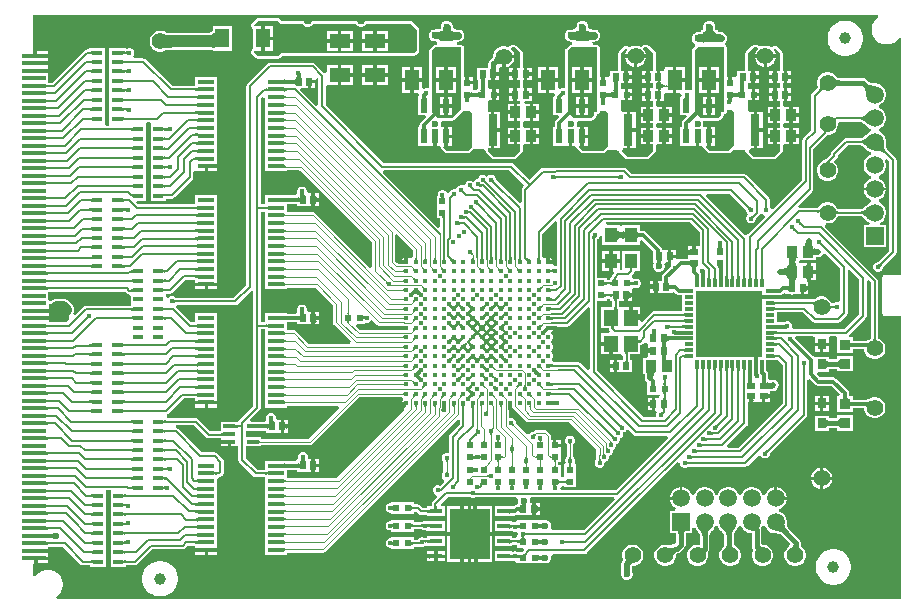
<source format=gtl>
G04*
G04 #@! TF.GenerationSoftware,Altium Limited,Altium Designer,23.7.1 (13)*
G04*
G04 Layer_Physical_Order=1*
G04 Layer_Color=255*
%FSLAX44Y44*%
%MOMM*%
G71*
G04*
G04 #@! TF.SameCoordinates,D2E7A544-C627-4BF8-9092-2E35ECC9D328*
G04*
G04*
G04 #@! TF.FilePolarity,Positive*
G04*
G01*
G75*
%ADD12C,0.2000*%
%ADD15C,0.1500*%
%ADD16R,5.6000X5.6000*%
%ADD17R,0.3000X0.7000*%
%ADD18R,0.7000X0.3000*%
%ADD19R,1.4750X0.4500*%
%ADD20R,1.2000X1.4000*%
%ADD21R,0.6000X0.6400*%
%ADD22R,0.6000X0.5000*%
%ADD23R,0.6000X1.1500*%
%ADD24R,0.8000X2.7000*%
%ADD25R,0.5000X0.6000*%
%ADD26R,1.0500X0.4500*%
%ADD27R,3.4500X4.3500*%
%ADD28R,1.2500X1.6500*%
%ADD29R,1.0000X0.4000*%
%ADD30R,0.9000X0.4500*%
%ADD31R,1.0000X0.9000*%
%ADD32C,0.4200*%
%ADD33R,1.8000X1.3000*%
%ADD34R,1.3000X1.8000*%
%ADD35R,0.8000X0.9000*%
%ADD36R,0.9000X1.0000*%
%ADD37R,0.6400X0.6000*%
%ADD38R,0.9500X0.9000*%
%ADD39R,2.0000X0.3800*%
%ADD40R,1.1000X1.3000*%
%ADD70C,1.4000*%
%ADD71C,1.0000*%
%ADD72C,0.3000*%
%ADD73C,0.4000*%
%ADD74C,0.5000*%
%ADD75C,0.1250*%
%ADD76C,1.0000*%
%ADD77C,0.6000*%
%ADD78C,1.5000*%
%ADD79R,1.5000X1.5000*%
%ADD80C,0.6000*%
%ADD81C,0.4000*%
G36*
X262061Y684000D02*
X262046Y684142D01*
X262000Y684270D01*
X261923Y684382D01*
X261816Y684480D01*
X261678Y684562D01*
X261510Y684630D01*
X261311Y684682D01*
X261082Y684720D01*
X260821Y684742D01*
X260530Y684750D01*
Y686250D01*
X260821Y686257D01*
X261082Y686280D01*
X261311Y686317D01*
X261510Y686370D01*
X261678Y686437D01*
X261816Y686520D01*
X261923Y686617D01*
X262000Y686730D01*
X262046Y686857D01*
X262061Y687000D01*
Y684000D01*
D02*
G37*
G36*
X292194Y683929D02*
X292118Y684038D01*
X292026Y684135D01*
X291917Y684220D01*
X291792Y684295D01*
X291651Y684357D01*
X291494Y684409D01*
X291320Y684448D01*
X291130Y684477D01*
X290923Y684494D01*
X290700Y684500D01*
X291270Y686500D01*
X291496Y686503D01*
X292089Y686545D01*
X292258Y686571D01*
X292554Y686639D01*
X292681Y686682D01*
X292794Y686731D01*
X292893Y686785D01*
X292194Y683929D01*
D02*
G37*
G36*
X287990Y687310D02*
X288050Y687140D01*
X288150Y686990D01*
X288290Y686860D01*
X288470Y686750D01*
X288689Y686660D01*
X288950Y686590D01*
X289249Y686540D01*
X289590Y686510D01*
X289970Y686500D01*
Y684500D01*
X289590Y684490D01*
X289249Y684460D01*
X288950Y684410D01*
X288689Y684340D01*
X288470Y684250D01*
X288290Y684140D01*
X288150Y684010D01*
X288050Y683860D01*
X287990Y683690D01*
X287969Y683500D01*
Y687500D01*
X287990Y687310D01*
D02*
G37*
G36*
X262061Y676000D02*
X262046Y676142D01*
X262000Y676270D01*
X261923Y676382D01*
X261816Y676480D01*
X261678Y676562D01*
X261510Y676630D01*
X261311Y676682D01*
X261082Y676720D01*
X260821Y676742D01*
X260530Y676750D01*
Y678250D01*
X260821Y678257D01*
X261082Y678280D01*
X261311Y678317D01*
X261510Y678370D01*
X261678Y678437D01*
X261816Y678520D01*
X261923Y678617D01*
X262000Y678730D01*
X262046Y678857D01*
X262061Y679000D01*
Y676000D01*
D02*
G37*
G36*
X287990Y679310D02*
X288050Y679140D01*
X288150Y678990D01*
X288290Y678860D01*
X288470Y678750D01*
X288689Y678660D01*
X288950Y678590D01*
X289249Y678540D01*
X289590Y678510D01*
X289970Y678500D01*
Y676500D01*
X289590Y676490D01*
X289249Y676460D01*
X288950Y676410D01*
X288689Y676340D01*
X288470Y676250D01*
X288290Y676140D01*
X288150Y676010D01*
X288050Y675860D01*
X287990Y675690D01*
X287969Y675500D01*
Y679500D01*
X287990Y679310D01*
D02*
G37*
G36*
X292894Y668215D02*
X292795Y668269D01*
X292682Y668318D01*
X292554Y668360D01*
X292413Y668397D01*
X292258Y668429D01*
X291905Y668474D01*
X291708Y668489D01*
X291270Y668500D01*
X290700Y670500D01*
X290923Y670506D01*
X291130Y670523D01*
X291320Y670551D01*
X291494Y670591D01*
X291651Y670643D01*
X291792Y670705D01*
X291917Y670780D01*
X292026Y670865D01*
X292118Y670962D01*
X292193Y671071D01*
X292894Y668215D01*
D02*
G37*
G36*
X262061Y668000D02*
X262046Y668142D01*
X262000Y668270D01*
X261923Y668382D01*
X261816Y668480D01*
X261678Y668562D01*
X261510Y668630D01*
X261311Y668682D01*
X261082Y668720D01*
X260821Y668742D01*
X260530Y668750D01*
Y670250D01*
X260821Y670257D01*
X261082Y670280D01*
X261311Y670317D01*
X261510Y670370D01*
X261678Y670437D01*
X261816Y670520D01*
X261923Y670617D01*
X262000Y670730D01*
X262046Y670857D01*
X262061Y671000D01*
Y668000D01*
D02*
G37*
G36*
X287990Y671310D02*
X288050Y671140D01*
X288150Y670990D01*
X288290Y670860D01*
X288470Y670750D01*
X288689Y670660D01*
X288950Y670590D01*
X289249Y670540D01*
X289590Y670510D01*
X289970Y670500D01*
Y668500D01*
X289590Y668490D01*
X289249Y668460D01*
X288950Y668410D01*
X288689Y668340D01*
X288470Y668250D01*
X288290Y668140D01*
X288150Y668010D01*
X288050Y667860D01*
X287990Y667690D01*
X287969Y667500D01*
Y671500D01*
X287990Y671310D01*
D02*
G37*
G36*
X438745Y666595D02*
X438790Y666081D01*
X438865Y665627D01*
X438970Y665234D01*
X439105Y664901D01*
X439270Y664628D01*
X439465Y664415D01*
X439690Y664263D01*
X439945Y664171D01*
X440230Y664139D01*
X434631Y664169D01*
X434839Y664200D01*
X435026Y664289D01*
X435191Y664439D01*
X435334Y664650D01*
X435455Y664920D01*
X435554Y665249D01*
X435631Y665639D01*
X435686Y666089D01*
X435719Y666600D01*
X435730Y667169D01*
X438730D01*
X438745Y666595D01*
D02*
G37*
G36*
X262061Y660000D02*
X262046Y660142D01*
X262000Y660270D01*
X261923Y660382D01*
X261816Y660480D01*
X261678Y660563D01*
X261510Y660630D01*
X261311Y660682D01*
X261082Y660720D01*
X260821Y660742D01*
X260530Y660750D01*
Y662250D01*
X260821Y662258D01*
X261082Y662280D01*
X261311Y662317D01*
X261510Y662370D01*
X261678Y662437D01*
X261816Y662520D01*
X261923Y662617D01*
X262000Y662730D01*
X262046Y662857D01*
X262061Y663000D01*
Y660000D01*
D02*
G37*
G36*
X287990Y663310D02*
X288050Y663140D01*
X288150Y662990D01*
X288290Y662860D01*
X288470Y662750D01*
X288689Y662660D01*
X288950Y662590D01*
X289249Y662540D01*
X289590Y662510D01*
X289970Y662500D01*
Y660500D01*
X289590Y660490D01*
X289249Y660460D01*
X288950Y660410D01*
X288689Y660340D01*
X288470Y660250D01*
X288290Y660140D01*
X288150Y660010D01*
X288050Y659860D01*
X287990Y659690D01*
X287969Y659500D01*
Y663500D01*
X287990Y663310D01*
D02*
G37*
G36*
X425255Y662857D02*
X425345Y662756D01*
X425494Y662666D01*
X425704Y662589D01*
X425975Y662524D01*
X426305Y662470D01*
X426694Y662429D01*
X427654Y662381D01*
X428224Y662375D01*
Y659375D01*
X427654Y659367D01*
X426694Y659299D01*
X426305Y659240D01*
X425975Y659164D01*
X425704Y659071D01*
X425494Y658961D01*
X425345Y658835D01*
X425255Y658691D01*
X425224Y658531D01*
Y662970D01*
X425255Y662857D01*
D02*
G37*
G36*
X434631Y657875D02*
X434600Y658160D01*
X434510Y658415D01*
X434361Y658640D01*
X434151Y658835D01*
X433881Y659000D01*
X433550Y659135D01*
X433161Y659240D01*
X432710Y659315D01*
X432201Y659360D01*
X431631Y659375D01*
Y662375D01*
X432201Y662390D01*
X432710Y662435D01*
X433161Y662510D01*
X433550Y662615D01*
X433881Y662750D01*
X434151Y662915D01*
X434361Y663110D01*
X434510Y663335D01*
X434600Y663590D01*
X434631Y663875D01*
Y657875D01*
D02*
G37*
G36*
X891045Y663620D02*
X891389Y663280D01*
X891776Y662980D01*
X892207Y662720D01*
X892682Y662500D01*
X893200Y662320D01*
X893762Y662180D01*
X894367Y662080D01*
X895016Y662020D01*
X895708Y662000D01*
Y658000D01*
X895016Y657980D01*
X894367Y657920D01*
X893762Y657820D01*
X893200Y657680D01*
X892682Y657500D01*
X892207Y657280D01*
X891776Y657020D01*
X891389Y656720D01*
X891045Y656380D01*
X890745Y656000D01*
Y664000D01*
X891045Y663620D01*
D02*
G37*
G36*
X222954Y658682D02*
X223000Y658555D01*
X223077Y658443D01*
X223184Y658345D01*
X223322Y658262D01*
X223490Y658195D01*
X223689Y658142D01*
X223919Y658105D01*
X224179Y658083D01*
X224470Y658075D01*
Y656575D01*
X224179Y656568D01*
X223919Y656545D01*
X223689Y656507D01*
X223490Y656455D01*
X223322Y656387D01*
X223184Y656305D01*
X223077Y656208D01*
X223000Y656095D01*
X222954Y655967D01*
X222939Y655825D01*
Y658825D01*
X222954Y658682D01*
D02*
G37*
G36*
X881671Y653842D02*
X881483Y653923D01*
X881286Y653967D01*
X881080Y653973D01*
X880866Y653943D01*
X880643Y653875D01*
X880411Y653770D01*
X880170Y653628D01*
X879920Y653449D01*
X879661Y653233D01*
X879394Y652980D01*
X877980Y654394D01*
X878233Y654661D01*
X878449Y654920D01*
X878628Y655170D01*
X878770Y655411D01*
X878875Y655643D01*
X878943Y655866D01*
X878973Y656080D01*
X878967Y656286D01*
X878923Y656483D01*
X878842Y656671D01*
X881671Y653842D01*
D02*
G37*
G36*
X425214Y656060D02*
X425275Y655890D01*
X425377Y655740D01*
X425519Y655610D01*
X425702Y655500D01*
X425925Y655410D01*
X426189Y655340D01*
X426494Y655290D01*
X426839Y655260D01*
X427225Y655250D01*
Y653250D01*
X426839Y653240D01*
X426494Y653210D01*
X426189Y653160D01*
X425925Y653090D01*
X425702Y653000D01*
X425519Y652890D01*
X425377Y652760D01*
X425275Y652610D01*
X425214Y652440D01*
X425194Y652250D01*
Y656250D01*
X425214Y656060D01*
D02*
G37*
G36*
X351806Y652250D02*
X351786Y652440D01*
X351725Y652610D01*
X351623Y652760D01*
X351481Y652890D01*
X351298Y653000D01*
X351075Y653090D01*
X350811Y653160D01*
X350507Y653210D01*
X350161Y653240D01*
X349776Y653250D01*
Y655250D01*
X350161Y655260D01*
X350507Y655290D01*
X350811Y655340D01*
X351075Y655410D01*
X351298Y655500D01*
X351481Y655610D01*
X351623Y655740D01*
X351725Y655890D01*
X351786Y656060D01*
X351806Y656250D01*
Y652250D01*
D02*
G37*
G36*
X292893Y652215D02*
X292794Y652269D01*
X292682Y652318D01*
X292554Y652360D01*
X292413Y652398D01*
X292258Y652429D01*
X291905Y652474D01*
X291708Y652489D01*
X291270Y652500D01*
X290700Y654500D01*
X290923Y654506D01*
X291130Y654523D01*
X291320Y654551D01*
X291494Y654591D01*
X291651Y654643D01*
X291792Y654705D01*
X291917Y654780D01*
X292026Y654865D01*
X292118Y654962D01*
X292193Y655071D01*
X292893Y652215D01*
D02*
G37*
G36*
X410536Y652030D02*
X410516Y652215D01*
X410456Y652380D01*
X410355Y652525D01*
X410215Y652651D01*
X410036Y652758D01*
X409815Y652845D01*
X409556Y652913D01*
X409255Y652961D01*
X408915Y652990D01*
X408535Y653000D01*
Y655000D01*
X408920Y655010D01*
X409264Y655040D01*
X409568Y655090D01*
X409831Y655160D01*
X410055Y655250D01*
X410237Y655360D01*
X410380Y655490D01*
X410482Y655640D01*
X410544Y655810D01*
X410566Y656000D01*
X410536Y652030D01*
D02*
G37*
G36*
X262061Y652000D02*
X262046Y652142D01*
X262000Y652270D01*
X261923Y652383D01*
X261816Y652480D01*
X261678Y652562D01*
X261510Y652630D01*
X261311Y652682D01*
X261082Y652720D01*
X260821Y652742D01*
X260530Y652750D01*
Y654250D01*
X260821Y654258D01*
X261082Y654280D01*
X261311Y654317D01*
X261510Y654370D01*
X261678Y654437D01*
X261816Y654520D01*
X261923Y654617D01*
X262000Y654730D01*
X262046Y654857D01*
X262061Y655000D01*
Y652000D01*
D02*
G37*
G36*
X287990Y655310D02*
X288050Y655140D01*
X288150Y654990D01*
X288290Y654860D01*
X288470Y654750D01*
X288689Y654660D01*
X288950Y654590D01*
X289249Y654540D01*
X289590Y654510D01*
X289970Y654500D01*
Y652500D01*
X289590Y652490D01*
X289249Y652460D01*
X288950Y652410D01*
X288689Y652340D01*
X288470Y652250D01*
X288290Y652140D01*
X288150Y652010D01*
X288050Y651860D01*
X287990Y651690D01*
X287969Y651500D01*
Y655500D01*
X287990Y655310D01*
D02*
G37*
G36*
X918595Y659280D02*
X919114Y658898D01*
X919680Y658562D01*
X920291Y658273D01*
X920949Y658029D01*
X921652Y657831D01*
X922401Y657679D01*
X923197Y657573D01*
X924038Y657514D01*
X924925Y657500D01*
X917500Y650075D01*
X917486Y650962D01*
X917427Y651803D01*
X917321Y652599D01*
X917169Y653348D01*
X916971Y654051D01*
X916727Y654709D01*
X916438Y655320D01*
X916102Y655886D01*
X915720Y656405D01*
X915293Y656879D01*
X918121Y659707D01*
X918595Y659280D01*
D02*
G37*
G36*
X222954Y652333D02*
X223000Y652205D01*
X223077Y652093D01*
X223184Y651995D01*
X223322Y651913D01*
X223490Y651845D01*
X223689Y651793D01*
X223919Y651755D01*
X224179Y651732D01*
X224470Y651725D01*
Y650225D01*
X224179Y650218D01*
X223919Y650195D01*
X223689Y650157D01*
X223490Y650105D01*
X223322Y650038D01*
X223184Y649955D01*
X223077Y649857D01*
X223000Y649745D01*
X222954Y649617D01*
X222939Y649475D01*
Y652475D01*
X222954Y652333D01*
D02*
G37*
G36*
X425207Y648881D02*
X425245Y648775D01*
X425309Y648681D01*
X425399Y648600D01*
X425514Y648531D01*
X425655Y648475D01*
X425821Y648431D01*
X426013Y648400D01*
X426231Y648381D01*
X426474Y648375D01*
Y647125D01*
X426231Y647119D01*
X426013Y647100D01*
X425821Y647069D01*
X425655Y647025D01*
X425514Y646969D01*
X425399Y646900D01*
X425309Y646819D01*
X425245Y646725D01*
X425207Y646619D01*
X425194Y646500D01*
Y649000D01*
X425207Y648881D01*
D02*
G37*
G36*
X351806Y645750D02*
X351786Y645940D01*
X351725Y646110D01*
X351623Y646260D01*
X351481Y646390D01*
X351298Y646500D01*
X351075Y646590D01*
X350811Y646660D01*
X350507Y646710D01*
X350161Y646740D01*
X349776Y646750D01*
Y648750D01*
X350161Y648760D01*
X350507Y648790D01*
X350811Y648840D01*
X351075Y648910D01*
X351298Y649000D01*
X351481Y649110D01*
X351623Y649240D01*
X351725Y649390D01*
X351786Y649560D01*
X351806Y649750D01*
Y645750D01*
D02*
G37*
G36*
X262061Y644000D02*
X262046Y644143D01*
X262000Y644270D01*
X261923Y644382D01*
X261816Y644480D01*
X261678Y644563D01*
X261510Y644630D01*
X261311Y644682D01*
X261082Y644720D01*
X260821Y644743D01*
X260530Y644750D01*
Y646250D01*
X260821Y646257D01*
X261082Y646280D01*
X261311Y646318D01*
X261510Y646370D01*
X261678Y646438D01*
X261816Y646520D01*
X261923Y646618D01*
X262000Y646730D01*
X262046Y646858D01*
X262061Y647000D01*
Y644000D01*
D02*
G37*
G36*
X287990Y647310D02*
X288050Y647140D01*
X288150Y646990D01*
X288290Y646860D01*
X288470Y646750D01*
X288689Y646660D01*
X288950Y646590D01*
X289249Y646540D01*
X289590Y646510D01*
X289970Y646500D01*
Y644500D01*
X289590Y644490D01*
X289249Y644460D01*
X288950Y644410D01*
X288689Y644340D01*
X288470Y644250D01*
X288290Y644140D01*
X288150Y644010D01*
X288050Y643860D01*
X287990Y643690D01*
X287969Y643500D01*
Y647500D01*
X287990Y647310D01*
D02*
G37*
G36*
X222954Y645983D02*
X223000Y645855D01*
X223077Y645742D01*
X223184Y645645D01*
X223322Y645563D01*
X223490Y645495D01*
X223689Y645443D01*
X223919Y645405D01*
X224179Y645383D01*
X224470Y645375D01*
Y643875D01*
X224179Y643867D01*
X223919Y643845D01*
X223689Y643808D01*
X223490Y643755D01*
X223322Y643688D01*
X223184Y643605D01*
X223077Y643508D01*
X223000Y643395D01*
X222954Y643268D01*
X222939Y643125D01*
Y646125D01*
X222954Y645983D01*
D02*
G37*
G36*
X453941Y663334D02*
Y641213D01*
X451941Y640385D01*
X438373Y653952D01*
X439139Y655800D01*
X444900D01*
Y661000D01*
X446400D01*
Y662500D01*
X451400D01*
Y662626D01*
X453400Y663695D01*
X453941Y663334D01*
D02*
G37*
G36*
X425207Y642381D02*
X425245Y642275D01*
X425309Y642181D01*
X425399Y642100D01*
X425514Y642031D01*
X425655Y641975D01*
X425821Y641931D01*
X426013Y641900D01*
X426231Y641881D01*
X426474Y641875D01*
Y640625D01*
X426231Y640619D01*
X426013Y640600D01*
X425821Y640569D01*
X425655Y640525D01*
X425514Y640469D01*
X425399Y640400D01*
X425309Y640319D01*
X425245Y640225D01*
X425207Y640119D01*
X425194Y640000D01*
Y642500D01*
X425207Y642381D01*
D02*
G37*
G36*
X351806Y639250D02*
X351786Y639440D01*
X351725Y639610D01*
X351623Y639760D01*
X351481Y639890D01*
X351298Y640000D01*
X351075Y640090D01*
X350811Y640160D01*
X350507Y640210D01*
X350161Y640240D01*
X349776Y640250D01*
Y642250D01*
X350161Y642260D01*
X350507Y642290D01*
X350811Y642340D01*
X351075Y642410D01*
X351298Y642500D01*
X351481Y642610D01*
X351623Y642740D01*
X351725Y642890D01*
X351786Y643060D01*
X351806Y643250D01*
Y639250D01*
D02*
G37*
G36*
X222954Y639632D02*
X223000Y639505D01*
X223077Y639393D01*
X223184Y639295D01*
X223322Y639212D01*
X223490Y639145D01*
X223689Y639092D01*
X223919Y639055D01*
X224179Y639033D01*
X224470Y639025D01*
Y637525D01*
X224179Y637518D01*
X223919Y637495D01*
X223689Y637458D01*
X223490Y637405D01*
X223322Y637337D01*
X223184Y637255D01*
X223077Y637158D01*
X223000Y637045D01*
X222954Y636917D01*
X222939Y636775D01*
Y639775D01*
X222954Y639632D01*
D02*
G37*
G36*
X292193Y635929D02*
X292118Y636038D01*
X292026Y636135D01*
X291917Y636220D01*
X291792Y636295D01*
X291651Y636357D01*
X291494Y636409D01*
X291320Y636449D01*
X291130Y636477D01*
X290923Y636494D01*
X290700Y636500D01*
X291270Y638500D01*
X291496Y638503D01*
X292089Y638546D01*
X292258Y638571D01*
X292554Y638639D01*
X292682Y638682D01*
X292794Y638731D01*
X292893Y638785D01*
X292193Y635929D01*
D02*
G37*
G36*
X287990Y639310D02*
X288050Y639140D01*
X288150Y638990D01*
X288290Y638860D01*
X288470Y638750D01*
X288689Y638660D01*
X288950Y638590D01*
X289249Y638540D01*
X289590Y638510D01*
X289970Y638500D01*
Y636500D01*
X289590Y636490D01*
X289249Y636460D01*
X288950Y636410D01*
X288689Y636340D01*
X288470Y636250D01*
X288290Y636140D01*
X288150Y636010D01*
X288050Y635860D01*
X287990Y635690D01*
X287969Y635500D01*
Y639500D01*
X287990Y639310D01*
D02*
G37*
G36*
X262061Y635500D02*
X262041Y635690D01*
X261980Y635860D01*
X261878Y636010D01*
X261736Y636140D01*
X261553Y636250D01*
X261330Y636340D01*
X261066Y636410D01*
X260762Y636460D01*
X260416Y636490D01*
X260030Y636500D01*
Y638500D01*
X260416Y638510D01*
X260762Y638540D01*
X261066Y638590D01*
X261330Y638660D01*
X261553Y638750D01*
X261736Y638860D01*
X261878Y638990D01*
X261980Y639140D01*
X262041Y639310D01*
X262061Y639500D01*
Y635500D01*
D02*
G37*
G36*
X425207Y635881D02*
X425245Y635775D01*
X425309Y635681D01*
X425399Y635600D01*
X425514Y635531D01*
X425655Y635475D01*
X425821Y635431D01*
X426013Y635400D01*
X426231Y635381D01*
X426474Y635375D01*
Y634125D01*
X426231Y634119D01*
X426013Y634100D01*
X425821Y634069D01*
X425655Y634025D01*
X425514Y633969D01*
X425399Y633900D01*
X425309Y633819D01*
X425245Y633725D01*
X425207Y633619D01*
X425194Y633500D01*
Y636000D01*
X425207Y635881D01*
D02*
G37*
G36*
X351806Y632750D02*
X351786Y632940D01*
X351725Y633110D01*
X351623Y633260D01*
X351481Y633390D01*
X351298Y633500D01*
X351075Y633590D01*
X350811Y633660D01*
X350507Y633710D01*
X350161Y633740D01*
X349776Y633750D01*
Y635750D01*
X350161Y635760D01*
X350507Y635790D01*
X350811Y635840D01*
X351075Y635910D01*
X351298Y636000D01*
X351481Y636110D01*
X351623Y636240D01*
X351725Y636390D01*
X351786Y636560D01*
X351806Y636750D01*
Y632750D01*
D02*
G37*
G36*
X222954Y633283D02*
X223000Y633155D01*
X223077Y633042D01*
X223184Y632945D01*
X223322Y632863D01*
X223490Y632795D01*
X223689Y632743D01*
X223919Y632705D01*
X224179Y632682D01*
X224470Y632675D01*
Y631175D01*
X224179Y631167D01*
X223919Y631145D01*
X223689Y631107D01*
X223490Y631055D01*
X223322Y630988D01*
X223184Y630905D01*
X223077Y630807D01*
X223000Y630695D01*
X222954Y630568D01*
X222939Y630425D01*
Y633425D01*
X222954Y633283D01*
D02*
G37*
G36*
X892821Y629235D02*
X892560Y628965D01*
X892137Y628464D01*
X891973Y628233D01*
X891842Y628015D01*
X891744Y627810D01*
X891677Y627618D01*
X891643Y627439D01*
X891641Y627272D01*
X891672Y627119D01*
X889771Y630122D01*
X889891Y630032D01*
X890022Y629975D01*
X890164Y629950D01*
X890317Y629959D01*
X890481Y630001D01*
X890656Y630076D01*
X890842Y630184D01*
X891039Y630326D01*
X891246Y630500D01*
X891464Y630707D01*
X892821Y629235D01*
D02*
G37*
G36*
X262061Y628000D02*
X262046Y628143D01*
X262000Y628270D01*
X261923Y628382D01*
X261816Y628480D01*
X261678Y628563D01*
X261510Y628630D01*
X261311Y628683D01*
X261082Y628720D01*
X260821Y628742D01*
X260530Y628750D01*
Y630250D01*
X260821Y630257D01*
X261082Y630280D01*
X261311Y630317D01*
X261510Y630370D01*
X261678Y630438D01*
X261816Y630520D01*
X261923Y630617D01*
X262000Y630730D01*
X262046Y630858D01*
X262061Y631000D01*
Y628000D01*
D02*
G37*
G36*
X287990Y631310D02*
X288050Y631140D01*
X288150Y630990D01*
X288290Y630860D01*
X288470Y630750D01*
X288689Y630660D01*
X288950Y630590D01*
X289249Y630540D01*
X289590Y630510D01*
X289970Y630500D01*
Y628500D01*
X289590Y628490D01*
X289249Y628460D01*
X288950Y628410D01*
X288689Y628340D01*
X288470Y628250D01*
X288290Y628140D01*
X288150Y628010D01*
X288050Y627860D01*
X287990Y627690D01*
X287969Y627500D01*
Y631500D01*
X287990Y631310D01*
D02*
G37*
G36*
X425207Y629381D02*
X425245Y629275D01*
X425309Y629181D01*
X425399Y629100D01*
X425514Y629031D01*
X425655Y628975D01*
X425821Y628931D01*
X426013Y628900D01*
X426231Y628881D01*
X426474Y628875D01*
Y627625D01*
X426231Y627619D01*
X426013Y627600D01*
X425821Y627569D01*
X425655Y627525D01*
X425514Y627469D01*
X425399Y627400D01*
X425309Y627319D01*
X425245Y627225D01*
X425207Y627119D01*
X425194Y627000D01*
Y629500D01*
X425207Y629381D01*
D02*
G37*
G36*
X351806Y626250D02*
X351786Y626440D01*
X351725Y626610D01*
X351623Y626760D01*
X351481Y626890D01*
X351298Y627000D01*
X351075Y627090D01*
X350811Y627160D01*
X350507Y627210D01*
X350161Y627240D01*
X349776Y627250D01*
Y629250D01*
X350161Y629260D01*
X350507Y629290D01*
X350811Y629340D01*
X351075Y629410D01*
X351298Y629500D01*
X351481Y629610D01*
X351623Y629740D01*
X351725Y629890D01*
X351786Y630060D01*
X351806Y630250D01*
Y626250D01*
D02*
G37*
G36*
X919644Y624750D02*
X918828Y625558D01*
X917302Y626917D01*
X916592Y627470D01*
X915917Y627938D01*
X915277Y628320D01*
X914672Y628618D01*
X914102Y628830D01*
X913567Y628957D01*
X913067Y629000D01*
Y631000D01*
X913567Y631043D01*
X914102Y631170D01*
X914672Y631382D01*
X915277Y631680D01*
X915917Y632062D01*
X916592Y632530D01*
X917302Y633083D01*
X918828Y634442D01*
X919644Y635250D01*
Y624750D01*
D02*
G37*
G36*
X222954Y626932D02*
X223000Y626805D01*
X223077Y626693D01*
X223184Y626595D01*
X223322Y626512D01*
X223490Y626445D01*
X223689Y626393D01*
X223919Y626355D01*
X224179Y626333D01*
X224470Y626325D01*
Y624825D01*
X224179Y624818D01*
X223919Y624795D01*
X223689Y624757D01*
X223490Y624705D01*
X223322Y624637D01*
X223184Y624555D01*
X223077Y624458D01*
X223000Y624345D01*
X222954Y624217D01*
X222939Y624075D01*
Y627075D01*
X222954Y626932D01*
D02*
G37*
G36*
X425207Y622881D02*
X425245Y622775D01*
X425309Y622681D01*
X425399Y622600D01*
X425514Y622531D01*
X425655Y622475D01*
X425821Y622431D01*
X426013Y622400D01*
X426231Y622381D01*
X426474Y622375D01*
Y621125D01*
X426231Y621119D01*
X426013Y621100D01*
X425821Y621069D01*
X425655Y621025D01*
X425514Y620969D01*
X425399Y620900D01*
X425309Y620819D01*
X425245Y620725D01*
X425207Y620619D01*
X425194Y620500D01*
Y623000D01*
X425207Y622881D01*
D02*
G37*
G36*
X351806Y619750D02*
X351786Y619940D01*
X351725Y620110D01*
X351623Y620260D01*
X351481Y620390D01*
X351298Y620500D01*
X351075Y620590D01*
X350811Y620660D01*
X350507Y620710D01*
X350161Y620740D01*
X349776Y620750D01*
Y622750D01*
X350161Y622760D01*
X350507Y622790D01*
X350811Y622840D01*
X351075Y622910D01*
X351298Y623000D01*
X351481Y623110D01*
X351623Y623240D01*
X351725Y623390D01*
X351786Y623560D01*
X351806Y623750D01*
Y619750D01*
D02*
G37*
G36*
X322990Y622310D02*
X323050Y622140D01*
X323149Y621990D01*
X323289Y621860D01*
X323470Y621750D01*
X323689Y621660D01*
X323950Y621590D01*
X324249Y621540D01*
X324590Y621510D01*
X324837Y621503D01*
X324923Y621506D01*
X325130Y621523D01*
X325320Y621551D01*
X325494Y621591D01*
X325651Y621643D01*
X325792Y621705D01*
X325917Y621780D01*
X326026Y621865D01*
X326118Y621962D01*
X326193Y622071D01*
X326894Y619215D01*
X326795Y619269D01*
X326682Y619318D01*
X326554Y619360D01*
X326413Y619397D01*
X326258Y619429D01*
X325905Y619474D01*
X325708Y619488D01*
X325270Y619500D01*
X324969Y620556D01*
Y619500D01*
X324590Y619490D01*
X324249Y619460D01*
X323950Y619410D01*
X323689Y619340D01*
X323470Y619250D01*
X323289Y619140D01*
X323149Y619010D01*
X323050Y618860D01*
X322990Y618690D01*
X322970Y618500D01*
Y622500D01*
X322990Y622310D01*
D02*
G37*
G36*
X297061Y618500D02*
X297041Y618690D01*
X296980Y618860D01*
X296878Y619010D01*
X296736Y619140D01*
X296553Y619250D01*
X296330Y619340D01*
X296066Y619410D01*
X295762Y619460D01*
X295416Y619490D01*
X295030Y619500D01*
Y621500D01*
X295416Y621510D01*
X295762Y621540D01*
X296066Y621590D01*
X296330Y621660D01*
X296553Y621750D01*
X296736Y621860D01*
X296878Y621990D01*
X296980Y622140D01*
X297041Y622310D01*
X297061Y622500D01*
Y618500D01*
D02*
G37*
G36*
X222990Y620929D02*
X223050Y620782D01*
X223150Y620651D01*
X223290Y620538D01*
X223470Y620442D01*
X223689Y620364D01*
X223950Y620303D01*
X224249Y620260D01*
X224590Y620234D01*
X224970Y620225D01*
Y618225D01*
X224590Y618216D01*
X224249Y618190D01*
X223950Y618147D01*
X223689Y618086D01*
X223470Y618008D01*
X223290Y617912D01*
X223150Y617799D01*
X223050Y617668D01*
X222990Y617521D01*
X222969Y617355D01*
Y621095D01*
X222990Y620929D01*
D02*
G37*
G36*
X351806Y614000D02*
X351784Y614190D01*
X351722Y614360D01*
X351619Y614510D01*
X351477Y614640D01*
X351294Y614750D01*
X351071Y614840D01*
X350807Y614910D01*
X350504Y614960D01*
X350160Y614990D01*
X349776Y615000D01*
Y617000D01*
X350155Y617005D01*
X351055Y617075D01*
X351275Y617117D01*
X351455Y617169D01*
X351595Y617230D01*
X351696Y617300D01*
X351755Y617380D01*
X351776Y617469D01*
X351806Y614000D01*
D02*
G37*
G36*
X425207Y616381D02*
X425245Y616275D01*
X425309Y616181D01*
X425399Y616100D01*
X425514Y616031D01*
X425655Y615975D01*
X425821Y615931D01*
X426013Y615900D01*
X426231Y615881D01*
X426474Y615875D01*
Y614625D01*
X426231Y614619D01*
X426013Y614600D01*
X425821Y614569D01*
X425655Y614525D01*
X425514Y614469D01*
X425399Y614400D01*
X425309Y614319D01*
X425245Y614225D01*
X425207Y614119D01*
X425194Y614000D01*
Y616500D01*
X425207Y616381D01*
D02*
G37*
G36*
X222954Y614232D02*
X223000Y614105D01*
X223077Y613993D01*
X223184Y613895D01*
X223322Y613812D01*
X223490Y613745D01*
X223689Y613693D01*
X223919Y613655D01*
X224179Y613633D01*
X224470Y613625D01*
Y612125D01*
X224179Y612118D01*
X223919Y612095D01*
X223689Y612057D01*
X223490Y612005D01*
X223322Y611937D01*
X223184Y611855D01*
X223077Y611758D01*
X223000Y611645D01*
X222954Y611517D01*
X222939Y611375D01*
Y614375D01*
X222954Y614232D01*
D02*
G37*
G36*
X297061Y611000D02*
X297046Y611142D01*
X297000Y611270D01*
X296923Y611382D01*
X296816Y611480D01*
X296678Y611562D01*
X296510Y611630D01*
X296311Y611682D01*
X296082Y611720D01*
X295821Y611742D01*
X295530Y611750D01*
Y613250D01*
X295821Y613257D01*
X296082Y613280D01*
X296311Y613317D01*
X296510Y613370D01*
X296678Y613437D01*
X296816Y613520D01*
X296923Y613617D01*
X297000Y613730D01*
X297046Y613857D01*
X297061Y614000D01*
Y611000D01*
D02*
G37*
G36*
X322990Y614310D02*
X323050Y614140D01*
X323149Y613990D01*
X323289Y613860D01*
X323470Y613750D01*
X323689Y613660D01*
X323950Y613590D01*
X324249Y613540D01*
X324590Y613510D01*
X324969Y613500D01*
Y611500D01*
X324590Y611490D01*
X324249Y611460D01*
X323950Y611410D01*
X323689Y611340D01*
X323470Y611250D01*
X323289Y611140D01*
X323149Y611010D01*
X323050Y610860D01*
X322990Y610690D01*
X322970Y610500D01*
Y614500D01*
X322990Y614310D01*
D02*
G37*
G36*
X425207Y609881D02*
X425245Y609775D01*
X425309Y609681D01*
X425399Y609600D01*
X425514Y609531D01*
X425655Y609475D01*
X425821Y609431D01*
X426013Y609400D01*
X426231Y609381D01*
X426474Y609375D01*
Y608125D01*
X426231Y608119D01*
X426013Y608100D01*
X425821Y608069D01*
X425655Y608025D01*
X425514Y607969D01*
X425399Y607900D01*
X425309Y607819D01*
X425245Y607725D01*
X425207Y607619D01*
X425194Y607500D01*
Y610000D01*
X425207Y609881D01*
D02*
G37*
G36*
X351806Y606750D02*
X351786Y606940D01*
X351725Y607110D01*
X351623Y607260D01*
X351481Y607390D01*
X351298Y607500D01*
X351075Y607590D01*
X350811Y607660D01*
X350507Y607710D01*
X350161Y607740D01*
X349776Y607750D01*
Y609750D01*
X350161Y609760D01*
X350507Y609790D01*
X350811Y609840D01*
X351075Y609910D01*
X351298Y610000D01*
X351481Y610110D01*
X351623Y610240D01*
X351725Y610390D01*
X351786Y610560D01*
X351806Y610750D01*
Y606750D01*
D02*
G37*
G36*
X919644Y604750D02*
X918828Y605558D01*
X917302Y606917D01*
X916592Y607470D01*
X915917Y607938D01*
X915277Y608320D01*
X914672Y608618D01*
X914102Y608830D01*
X913567Y608957D01*
X913067Y609000D01*
Y611000D01*
X913567Y611043D01*
X914102Y611170D01*
X914672Y611382D01*
X915277Y611680D01*
X915917Y612062D01*
X916592Y612530D01*
X917302Y613083D01*
X918828Y614442D01*
X919644Y615250D01*
Y604750D01*
D02*
G37*
G36*
X222990Y608229D02*
X223050Y608082D01*
X223150Y607951D01*
X223290Y607838D01*
X223470Y607742D01*
X223689Y607664D01*
X223950Y607603D01*
X224249Y607560D01*
X224590Y607534D01*
X224970Y607525D01*
Y605525D01*
X224590Y605516D01*
X224249Y605490D01*
X223950Y605447D01*
X223689Y605386D01*
X223470Y605308D01*
X223290Y605212D01*
X223150Y605099D01*
X223050Y604968D01*
X222990Y604821D01*
X222969Y604655D01*
Y608395D01*
X222990Y608229D01*
D02*
G37*
G36*
X297061Y602500D02*
X297041Y602690D01*
X296980Y602860D01*
X296878Y603010D01*
X296736Y603140D01*
X296553Y603250D01*
X296330Y603340D01*
X296066Y603410D01*
X295762Y603460D01*
X295416Y603490D01*
X295030Y603500D01*
Y605500D01*
X295416Y605510D01*
X295762Y605540D01*
X296066Y605590D01*
X296330Y605660D01*
X296553Y605750D01*
X296736Y605860D01*
X296878Y605990D01*
X296980Y606140D01*
X297041Y606310D01*
X297061Y606500D01*
Y602500D01*
D02*
G37*
G36*
X322990Y605810D02*
X323050Y605640D01*
X323149Y605490D01*
X323289Y605360D01*
X323470Y605250D01*
X323689Y605160D01*
X323950Y605090D01*
X324249Y605040D01*
X324590Y605010D01*
X324969Y605000D01*
Y603000D01*
X324590Y602993D01*
X323950Y602935D01*
X323689Y602885D01*
X323470Y602820D01*
X323289Y602741D01*
X323149Y602647D01*
X323050Y602539D01*
X322990Y602417D01*
X322970Y602280D01*
Y606000D01*
X322990Y605810D01*
D02*
G37*
G36*
X425207Y603381D02*
X425245Y603275D01*
X425309Y603181D01*
X425399Y603100D01*
X425514Y603031D01*
X425655Y602975D01*
X425821Y602931D01*
X426013Y602900D01*
X426231Y602881D01*
X426474Y602875D01*
Y601625D01*
X426231Y601619D01*
X426013Y601600D01*
X425821Y601569D01*
X425655Y601525D01*
X425514Y601469D01*
X425399Y601400D01*
X425309Y601319D01*
X425245Y601225D01*
X425207Y601119D01*
X425194Y601000D01*
Y603500D01*
X425207Y603381D01*
D02*
G37*
G36*
X932505Y608777D02*
X932623Y606737D01*
X932734Y605844D01*
X932881Y605036D01*
X933063Y604313D01*
X933281Y603674D01*
X933534Y603121D01*
X933822Y602653D01*
X934145Y602269D01*
X932731Y600855D01*
X932347Y601178D01*
X931879Y601466D01*
X931326Y601719D01*
X930687Y601937D01*
X929964Y602119D01*
X929156Y602266D01*
X928263Y602377D01*
X926223Y602495D01*
X925075Y602500D01*
X932500Y609925D01*
X932505Y608777D01*
D02*
G37*
G36*
X351776Y600031D02*
X351755Y600215D01*
X351696Y600379D01*
X351595Y600525D01*
X351455Y600651D01*
X351275Y600758D01*
X351055Y600845D01*
X350796Y600913D01*
X350495Y600961D01*
X350155Y600990D01*
X349776Y601000D01*
Y603000D01*
X350160Y603010D01*
X350504Y603040D01*
X350808Y603090D01*
X351071Y603160D01*
X351295Y603250D01*
X351477Y603360D01*
X351620Y603490D01*
X351722Y603640D01*
X351784Y603810D01*
X351806Y604000D01*
X351776Y600031D01*
D02*
G37*
G36*
X222954Y601533D02*
X223000Y601405D01*
X223077Y601292D01*
X223184Y601195D01*
X223322Y601113D01*
X223490Y601045D01*
X223689Y600993D01*
X223919Y600955D01*
X224179Y600933D01*
X224470Y600925D01*
Y599425D01*
X224179Y599417D01*
X223919Y599395D01*
X223689Y599357D01*
X223490Y599305D01*
X223322Y599238D01*
X223184Y599155D01*
X223077Y599058D01*
X223000Y598945D01*
X222954Y598817D01*
X222939Y598675D01*
Y601675D01*
X222954Y601533D01*
D02*
G37*
G36*
X297061Y595000D02*
X297046Y595142D01*
X297000Y595270D01*
X296923Y595382D01*
X296816Y595480D01*
X296678Y595562D01*
X296510Y595630D01*
X296311Y595682D01*
X296082Y595720D01*
X295821Y595742D01*
X295530Y595750D01*
Y597250D01*
X295821Y597257D01*
X296082Y597280D01*
X296311Y597317D01*
X296510Y597370D01*
X296678Y597437D01*
X296816Y597520D01*
X296923Y597617D01*
X297000Y597730D01*
X297046Y597857D01*
X297061Y598000D01*
Y595000D01*
D02*
G37*
G36*
X425207Y596881D02*
X425245Y596775D01*
X425309Y596681D01*
X425399Y596600D01*
X425514Y596531D01*
X425655Y596475D01*
X425821Y596431D01*
X426013Y596400D01*
X426231Y596381D01*
X426474Y596375D01*
Y595125D01*
X426231Y595119D01*
X426013Y595100D01*
X425821Y595069D01*
X425655Y595025D01*
X425514Y594969D01*
X425399Y594900D01*
X425309Y594819D01*
X425245Y594725D01*
X425207Y594619D01*
X425194Y594500D01*
Y597000D01*
X425207Y596881D01*
D02*
G37*
G36*
X322990Y598310D02*
X323050Y598140D01*
X323149Y597990D01*
X323289Y597860D01*
X323470Y597750D01*
X323689Y597660D01*
X323950Y597590D01*
X324249Y597540D01*
X324590Y597510D01*
X324969Y597500D01*
Y595500D01*
X324590Y595490D01*
X324249Y595460D01*
X323950Y595410D01*
X323689Y595340D01*
X323470Y595250D01*
X323289Y595140D01*
X323149Y595010D01*
X323050Y594860D01*
X322990Y594690D01*
X322970Y594500D01*
Y598500D01*
X322990Y598310D01*
D02*
G37*
G36*
X351806Y593750D02*
X351786Y593940D01*
X351725Y594110D01*
X351623Y594260D01*
X351481Y594390D01*
X351298Y594500D01*
X351075Y594590D01*
X350811Y594660D01*
X350507Y594710D01*
X350161Y594740D01*
X349776Y594750D01*
Y596750D01*
X350161Y596760D01*
X350507Y596790D01*
X350811Y596840D01*
X351075Y596910D01*
X351298Y597000D01*
X351481Y597110D01*
X351623Y597240D01*
X351725Y597390D01*
X351786Y597560D01*
X351806Y597750D01*
Y593750D01*
D02*
G37*
G36*
X888049Y594221D02*
X887383Y592582D01*
X883389Y592812D01*
X883516Y592859D01*
X883675Y592946D01*
X883867Y593074D01*
X884090Y593243D01*
X884635Y593702D01*
X885693Y594697D01*
X886110Y595110D01*
X888049Y594221D01*
D02*
G37*
G36*
X222990Y595529D02*
X223050Y595382D01*
X223150Y595251D01*
X223290Y595138D01*
X223470Y595042D01*
X223689Y594964D01*
X223950Y594903D01*
X224249Y594860D01*
X224590Y594834D01*
X224970Y594825D01*
Y592825D01*
X224590Y592816D01*
X224249Y592790D01*
X223950Y592747D01*
X223689Y592686D01*
X223470Y592608D01*
X223290Y592512D01*
X223150Y592399D01*
X223050Y592268D01*
X222990Y592121D01*
X222969Y591955D01*
Y595695D01*
X222990Y595529D01*
D02*
G37*
G36*
X425207Y590131D02*
X425245Y590025D01*
X425309Y589931D01*
X425399Y589850D01*
X425514Y589781D01*
X425655Y589725D01*
X425821Y589681D01*
X426013Y589650D01*
X426231Y589631D01*
X426474Y589625D01*
Y588375D01*
X426231Y588369D01*
X426013Y588350D01*
X425821Y588319D01*
X425655Y588275D01*
X425514Y588219D01*
X425399Y588150D01*
X425309Y588069D01*
X425245Y587975D01*
X425207Y587869D01*
X425194Y587750D01*
Y590250D01*
X425207Y590131D01*
D02*
G37*
G36*
X322990Y590310D02*
X323050Y590140D01*
X323149Y589990D01*
X323289Y589860D01*
X323470Y589750D01*
X323689Y589660D01*
X323950Y589590D01*
X324249Y589540D01*
X324590Y589510D01*
X324837Y589504D01*
X324923Y589506D01*
X325130Y589523D01*
X325320Y589551D01*
X325494Y589591D01*
X325651Y589643D01*
X325792Y589705D01*
X325917Y589780D01*
X326026Y589865D01*
X326118Y589962D01*
X326193Y590071D01*
X326894Y587215D01*
X326795Y587269D01*
X326682Y587318D01*
X326554Y587360D01*
X326413Y587397D01*
X326258Y587429D01*
X325905Y587474D01*
X325708Y587489D01*
X325270Y587500D01*
X324969Y588556D01*
Y587500D01*
X324590Y587490D01*
X324249Y587460D01*
X323950Y587410D01*
X323689Y587340D01*
X323470Y587250D01*
X323289Y587140D01*
X323149Y587010D01*
X323050Y586860D01*
X322990Y586690D01*
X322970Y586500D01*
Y590500D01*
X322990Y590310D01*
D02*
G37*
G36*
X297061Y586500D02*
X297041Y586690D01*
X296980Y586860D01*
X296878Y587010D01*
X296736Y587140D01*
X296553Y587250D01*
X296330Y587340D01*
X296066Y587410D01*
X295762Y587460D01*
X295416Y587490D01*
X295030Y587500D01*
Y589500D01*
X295416Y589510D01*
X295762Y589540D01*
X296066Y589590D01*
X296330Y589660D01*
X296553Y589750D01*
X296736Y589860D01*
X296878Y589990D01*
X296980Y590140D01*
X297041Y590310D01*
X297061Y590500D01*
Y586500D01*
D02*
G37*
G36*
X222954Y588833D02*
X223000Y588705D01*
X223077Y588592D01*
X223184Y588495D01*
X223322Y588413D01*
X223490Y588345D01*
X223689Y588293D01*
X223919Y588255D01*
X224179Y588232D01*
X224470Y588225D01*
Y586725D01*
X224179Y586717D01*
X223919Y586695D01*
X223689Y586657D01*
X223490Y586605D01*
X223322Y586538D01*
X223184Y586455D01*
X223077Y586357D01*
X223000Y586245D01*
X222954Y586118D01*
X222939Y585975D01*
Y588975D01*
X222954Y588833D01*
D02*
G37*
G36*
X222990Y582829D02*
X223050Y582682D01*
X223150Y582551D01*
X223290Y582438D01*
X223470Y582342D01*
X223689Y582264D01*
X223950Y582203D01*
X224249Y582160D01*
X224590Y582134D01*
X224970Y582125D01*
Y580125D01*
X224590Y580116D01*
X224249Y580090D01*
X223950Y580047D01*
X223689Y579986D01*
X223470Y579908D01*
X223290Y579812D01*
X223150Y579699D01*
X223050Y579568D01*
X222990Y579421D01*
X222969Y579255D01*
Y582994D01*
X222990Y582829D01*
D02*
G37*
G36*
X297061Y579000D02*
X297046Y579142D01*
X297000Y579270D01*
X296923Y579383D01*
X296816Y579480D01*
X296678Y579562D01*
X296510Y579630D01*
X296311Y579683D01*
X296082Y579720D01*
X295821Y579743D01*
X295530Y579750D01*
Y581250D01*
X295821Y581258D01*
X296082Y581280D01*
X296311Y581317D01*
X296510Y581370D01*
X296678Y581437D01*
X296816Y581520D01*
X296923Y581618D01*
X297000Y581730D01*
X297046Y581857D01*
X297061Y582000D01*
Y579000D01*
D02*
G37*
G36*
X708500Y578530D02*
X708401Y578619D01*
X708289Y578699D01*
X708162Y578770D01*
X708022Y578831D01*
X707868Y578882D01*
X707701Y578925D01*
X707519Y578958D01*
X707325Y578981D01*
X707116Y578995D01*
X706893Y579000D01*
Y581000D01*
X707116Y581005D01*
X707519Y581042D01*
X707701Y581075D01*
X707868Y581118D01*
X708022Y581169D01*
X708162Y581230D01*
X708289Y581301D01*
X708401Y581381D01*
X708500Y581470D01*
Y578530D01*
D02*
G37*
G36*
X654599Y581381D02*
X654711Y581301D01*
X654838Y581230D01*
X654978Y581169D01*
X655132Y581118D01*
X655299Y581075D01*
X655481Y581042D01*
X655676Y581019D01*
X655884Y581005D01*
X656107Y581000D01*
Y579000D01*
X655884Y578995D01*
X655481Y578958D01*
X655299Y578925D01*
X655132Y578882D01*
X654978Y578831D01*
X654838Y578770D01*
X654711Y578699D01*
X654599Y578619D01*
X654500Y578530D01*
Y581470D01*
X654599Y581381D01*
D02*
G37*
G36*
X322990Y581810D02*
X323050Y581640D01*
X323149Y581490D01*
X323289Y581360D01*
X323470Y581250D01*
X323689Y581160D01*
X323950Y581090D01*
X324249Y581040D01*
X324590Y581010D01*
X324969Y581000D01*
Y579000D01*
X324590Y578993D01*
X323950Y578935D01*
X323689Y578885D01*
X323470Y578820D01*
X323289Y578741D01*
X323149Y578647D01*
X323050Y578540D01*
X322990Y578417D01*
X322970Y578280D01*
Y582000D01*
X322990Y581810D01*
D02*
G37*
G36*
X602107Y577846D02*
X602130Y577710D01*
X602169Y577570D01*
X602225Y577428D01*
X602298Y577283D01*
X602386Y577134D01*
X602491Y576983D01*
X602612Y576828D01*
X602750Y576671D01*
X602904Y576510D01*
X601490Y575096D01*
X601329Y575250D01*
X601017Y575509D01*
X600866Y575614D01*
X600717Y575702D01*
X600572Y575775D01*
X600430Y575830D01*
X600290Y575870D01*
X600154Y575893D01*
X600021Y575900D01*
X602100Y577979D01*
X602107Y577846D01*
D02*
G37*
G36*
X595107D02*
X595130Y577710D01*
X595169Y577570D01*
X595225Y577428D01*
X595298Y577283D01*
X595386Y577134D01*
X595491Y576983D01*
X595612Y576828D01*
X595750Y576671D01*
X595904Y576510D01*
X594490Y575096D01*
X594329Y575250D01*
X594017Y575509D01*
X593866Y575614D01*
X593717Y575702D01*
X593572Y575775D01*
X593430Y575830D01*
X593290Y575870D01*
X593154Y575893D01*
X593021Y575900D01*
X595100Y577979D01*
X595107Y577846D01*
D02*
G37*
G36*
X222954Y576133D02*
X223000Y576005D01*
X223077Y575892D01*
X223184Y575795D01*
X223322Y575713D01*
X223490Y575645D01*
X223689Y575592D01*
X223919Y575555D01*
X224179Y575532D01*
X224470Y575525D01*
Y574025D01*
X224179Y574017D01*
X223919Y573995D01*
X223689Y573957D01*
X223490Y573905D01*
X223322Y573838D01*
X223184Y573755D01*
X223077Y573657D01*
X223000Y573545D01*
X222954Y573418D01*
X222939Y573275D01*
Y576275D01*
X222954Y576133D01*
D02*
G37*
G36*
X591062Y574469D02*
X591125Y574370D01*
X591209Y574283D01*
X591313Y574208D01*
X591437Y574145D01*
X591581Y574093D01*
X591746Y574052D01*
X591930Y574023D01*
X592135Y574006D01*
X592360Y574000D01*
X592107Y572000D01*
X589688Y572016D01*
X591019Y574579D01*
X591062Y574469D01*
D02*
G37*
G36*
X297061Y571000D02*
X297046Y571143D01*
X297000Y571270D01*
X296923Y571382D01*
X296816Y571480D01*
X296678Y571562D01*
X296510Y571630D01*
X296311Y571683D01*
X296082Y571720D01*
X295821Y571743D01*
X295530Y571750D01*
Y573250D01*
X295821Y573257D01*
X296082Y573280D01*
X296311Y573317D01*
X296510Y573370D01*
X296678Y573438D01*
X296816Y573520D01*
X296923Y573618D01*
X297000Y573730D01*
X297046Y573857D01*
X297061Y574000D01*
Y571000D01*
D02*
G37*
G36*
X322990Y574310D02*
X323050Y574140D01*
X323149Y573990D01*
X323289Y573860D01*
X323470Y573750D01*
X323689Y573660D01*
X323950Y573590D01*
X324249Y573540D01*
X324590Y573510D01*
X324969Y573500D01*
Y571500D01*
X324590Y571490D01*
X324249Y571460D01*
X323950Y571410D01*
X323689Y571340D01*
X323470Y571250D01*
X323289Y571140D01*
X323149Y571010D01*
X323050Y570860D01*
X322990Y570690D01*
X322970Y570500D01*
Y574500D01*
X322990Y574310D01*
D02*
G37*
G36*
X584107Y572846D02*
X584130Y572710D01*
X584170Y572570D01*
X584225Y572428D01*
X584298Y572283D01*
X584386Y572134D01*
X584491Y571983D01*
X584612Y571828D01*
X584750Y571671D01*
X584904Y571510D01*
X583490Y570096D01*
X583329Y570250D01*
X583017Y570509D01*
X582866Y570614D01*
X582717Y570702D01*
X582572Y570775D01*
X582430Y570830D01*
X582290Y570870D01*
X582154Y570893D01*
X582021Y570900D01*
X584100Y572979D01*
X584107Y572846D01*
D02*
G37*
G36*
X577107Y568846D02*
X577130Y568710D01*
X577169Y568570D01*
X577225Y568428D01*
X577298Y568283D01*
X577386Y568134D01*
X577491Y567983D01*
X577612Y567828D01*
X577750Y567671D01*
X577904Y567510D01*
X576490Y566096D01*
X576329Y566250D01*
X576017Y566509D01*
X575866Y566614D01*
X575717Y566702D01*
X575572Y566775D01*
X575430Y566830D01*
X575290Y566870D01*
X575154Y566893D01*
X575021Y566900D01*
X577100Y568979D01*
X577107Y568846D01*
D02*
G37*
G36*
X441745Y566595D02*
X441790Y566081D01*
X441865Y565627D01*
X441970Y565234D01*
X442105Y564901D01*
X442270Y564628D01*
X442465Y564415D01*
X442690Y564263D01*
X442945Y564171D01*
X443230Y564139D01*
X437631Y564170D01*
X437839Y564199D01*
X438026Y564290D01*
X438191Y564440D01*
X438334Y564650D01*
X438455Y564920D01*
X438554Y565249D01*
X438631Y565639D01*
X438686Y566090D01*
X438719Y566600D01*
X438730Y567169D01*
X441730D01*
X441745Y566595D01*
D02*
G37*
G36*
X568979Y563900D02*
X568846Y563893D01*
X568710Y563870D01*
X568570Y563830D01*
X568428Y563775D01*
X568283Y563702D01*
X568134Y563614D01*
X567983Y563509D01*
X567828Y563388D01*
X567671Y563250D01*
X567510Y563096D01*
X566096Y564510D01*
X566250Y564671D01*
X566509Y564983D01*
X566614Y565134D01*
X566702Y565283D01*
X566775Y565428D01*
X566830Y565570D01*
X566870Y565710D01*
X566893Y565846D01*
X566900Y565979D01*
X568979Y563900D01*
D02*
G37*
G36*
X322990Y566583D02*
X323050Y566460D01*
X323149Y566353D01*
X323289Y566259D01*
X323470Y566180D01*
X323689Y566115D01*
X323950Y566065D01*
X324249Y566029D01*
X324590Y566007D01*
X324969Y566000D01*
Y564000D01*
X324590Y563990D01*
X324249Y563960D01*
X323950Y563910D01*
X323689Y563840D01*
X323470Y563750D01*
X323289Y563640D01*
X323149Y563510D01*
X323050Y563360D01*
X322990Y563190D01*
X322970Y563000D01*
Y566720D01*
X322990Y566583D01*
D02*
G37*
G36*
X297061Y562970D02*
X297042Y563133D01*
X296985Y563279D01*
X296891Y563408D01*
X296759Y563519D01*
X296589Y563614D01*
X296381Y563691D01*
X296135Y563751D01*
X295852Y563794D01*
X295530Y563820D01*
X295172Y563828D01*
Y565828D01*
X295530Y565837D01*
X295852Y565863D01*
X296135Y565906D01*
X296381Y565966D01*
X296589Y566043D01*
X296759Y566138D01*
X296891Y566249D01*
X296985Y566378D01*
X297042Y566524D01*
X297061Y566687D01*
Y562970D01*
D02*
G37*
G36*
X560010Y564084D02*
X560040Y563739D01*
X560079Y563500D01*
X560470D01*
X560381Y563401D01*
X560301Y563289D01*
X560230Y563162D01*
X560195Y563082D01*
X560250Y562947D01*
X560360Y562764D01*
X560490Y562622D01*
X560640Y562520D01*
X560810Y562459D01*
X561000Y562439D01*
X560033D01*
X560019Y562324D01*
X560005Y562116D01*
X560000Y561893D01*
X558000D01*
X557995Y562116D01*
X557965Y562439D01*
X557000D01*
X557190Y562459D01*
X557360Y562520D01*
X557510Y562622D01*
X557640Y562764D01*
X557750Y562947D01*
X557805Y563082D01*
X557770Y563162D01*
X557699Y563289D01*
X557619Y563401D01*
X557530Y563500D01*
X557921D01*
X557960Y563739D01*
X557990Y564084D01*
X558000Y564469D01*
X560000D01*
X560010Y564084D01*
D02*
G37*
G36*
X222954Y563433D02*
X223000Y563305D01*
X223077Y563192D01*
X223184Y563095D01*
X223322Y563013D01*
X223490Y562945D01*
X223689Y562892D01*
X223919Y562855D01*
X224179Y562832D01*
X224470Y562825D01*
Y561325D01*
X224179Y561317D01*
X223919Y561295D01*
X223689Y561258D01*
X223490Y561205D01*
X223322Y561138D01*
X223184Y561055D01*
X223077Y560957D01*
X223000Y560845D01*
X222954Y560718D01*
X222939Y560575D01*
Y563575D01*
X222954Y563433D01*
D02*
G37*
G36*
X262061Y559000D02*
X262046Y559142D01*
X262000Y559270D01*
X261923Y559382D01*
X261816Y559480D01*
X261678Y559562D01*
X261510Y559630D01*
X261311Y559682D01*
X261082Y559720D01*
X260821Y559742D01*
X260530Y559750D01*
Y561250D01*
X260821Y561257D01*
X261082Y561280D01*
X261311Y561317D01*
X261510Y561370D01*
X261678Y561437D01*
X261816Y561520D01*
X261923Y561617D01*
X262000Y561730D01*
X262046Y561857D01*
X262061Y562000D01*
Y559000D01*
D02*
G37*
G36*
X425255Y562880D02*
X425345Y562800D01*
X425494Y562730D01*
X425704Y562669D01*
X425975Y562617D01*
X426305Y562575D01*
X427145Y562519D01*
X428224Y562500D01*
Y559500D01*
X427654Y559490D01*
X426694Y559413D01*
X426305Y559345D01*
X425975Y559258D01*
X425704Y559151D01*
X425494Y559025D01*
X425345Y558880D01*
X425255Y558715D01*
X425224Y558531D01*
Y562970D01*
X425255Y562880D01*
D02*
G37*
G36*
X287990Y562310D02*
X288050Y562140D01*
X288150Y561990D01*
X288290Y561860D01*
X288470Y561750D01*
X288689Y561660D01*
X288950Y561590D01*
X289249Y561540D01*
X289590Y561510D01*
X289970Y561500D01*
Y559500D01*
X289590Y559490D01*
X289249Y559460D01*
X288950Y559410D01*
X288689Y559340D01*
X288470Y559250D01*
X288290Y559140D01*
X288150Y559010D01*
X288050Y558860D01*
X287990Y558690D01*
X287969Y558500D01*
Y562500D01*
X287990Y562310D01*
D02*
G37*
G36*
X628457Y573217D02*
X626837Y571598D01*
X626174Y570605D01*
X625941Y569435D01*
X625941Y569435D01*
Y558998D01*
X624094Y558232D01*
X604137Y578189D01*
X604133Y578194D01*
X604102Y578239D01*
X604100Y578242D01*
Y578816D01*
X603476Y580322D01*
X602322Y581476D01*
X600816Y582100D01*
X599184D01*
X597860Y581551D01*
X597677Y581476D01*
X597677Y581475D01*
X596500Y580346D01*
X595323Y581475D01*
X595322Y581476D01*
X595140Y581551D01*
X593816Y582100D01*
X592184D01*
X590678Y581476D01*
X589524Y580322D01*
X588900Y578816D01*
Y578100D01*
X588184D01*
X586678Y577476D01*
X585524Y576323D01*
X584650Y576148D01*
X584323Y576476D01*
X582816Y577100D01*
X581185D01*
X579678Y576476D01*
X578524Y575322D01*
X578049Y574175D01*
X577894Y573813D01*
X575900Y573065D01*
X575816Y573100D01*
X574184D01*
X572677Y572476D01*
X571524Y571323D01*
X569815Y570100D01*
X568185D01*
X566678Y569476D01*
X565524Y568322D01*
X564900Y566816D01*
X562900Y566765D01*
X562679Y566833D01*
X562476Y567322D01*
X561322Y568476D01*
X559815Y569100D01*
X558185D01*
X556678Y568476D01*
X555524Y567322D01*
X554900Y565816D01*
Y564500D01*
X554000D01*
Y555500D01*
X554000D01*
Y554500D01*
X554000D01*
Y545500D01*
X556941D01*
Y537998D01*
X555093Y537232D01*
X508385Y583941D01*
X509213Y585941D01*
X615733D01*
X628457Y573217D01*
D02*
G37*
G36*
X437631Y558000D02*
X437601Y558285D01*
X437510Y558540D01*
X437360Y558765D01*
X437150Y558960D01*
X436880Y559125D01*
X436550Y559260D01*
X436161Y559365D01*
X435710Y559440D01*
X435201Y559485D01*
X434631Y559500D01*
Y562500D01*
X435201Y562515D01*
X435710Y562560D01*
X436161Y562635D01*
X436550Y562740D01*
X436880Y562875D01*
X437150Y563040D01*
X437360Y563235D01*
X437510Y563460D01*
X437601Y563715D01*
X437631Y564000D01*
Y558000D01*
D02*
G37*
G36*
X589107Y558846D02*
X589130Y558710D01*
X589170Y558570D01*
X589225Y558428D01*
X589298Y558283D01*
X589386Y558134D01*
X589491Y557983D01*
X589612Y557828D01*
X589750Y557671D01*
X589904Y557510D01*
X588490Y556096D01*
X588329Y556250D01*
X588017Y556509D01*
X587866Y556614D01*
X587717Y556702D01*
X587572Y556775D01*
X587430Y556830D01*
X587290Y556870D01*
X587154Y556893D01*
X587021Y556900D01*
X589100Y558979D01*
X589107Y558846D01*
D02*
G37*
G36*
X408505Y647351D02*
Y637000D01*
Y630500D01*
Y624000D01*
Y617500D01*
Y611000D01*
Y604500D01*
Y598000D01*
Y591500D01*
Y585000D01*
X427255D01*
Y586324D01*
X437891D01*
X499324Y524891D01*
Y503825D01*
X497476Y503059D01*
X450893Y549642D01*
X450024Y550223D01*
X449000Y550426D01*
X449000Y550426D01*
X427255D01*
Y557412D01*
X427493Y557431D01*
X435274D01*
X435453Y557416D01*
X435600Y557391D01*
Y555800D01*
X447900D01*
Y561000D01*
Y566200D01*
X445857D01*
X444100Y567184D01*
Y568816D01*
X443476Y570322D01*
X442323Y571476D01*
X440816Y572100D01*
X439184D01*
X437678Y571476D01*
X436524Y570322D01*
X435900Y568816D01*
Y567184D01*
X435600Y566200D01*
X434710Y564569D01*
X429110D01*
X427255Y565000D01*
X425364Y565004D01*
X425333Y565000D01*
X425268Y565000D01*
X425224Y565009D01*
X425181Y565000D01*
X408505D01*
Y557059D01*
X405059D01*
Y646733D01*
X406505Y648179D01*
X408505Y647351D01*
D02*
G37*
G36*
X222990Y557429D02*
X223050Y557281D01*
X223150Y557151D01*
X223290Y557038D01*
X223470Y556942D01*
X223689Y556864D01*
X223950Y556803D01*
X224249Y556760D01*
X224590Y556734D01*
X224970Y556725D01*
Y554725D01*
X224590Y554716D01*
X224249Y554690D01*
X223950Y554647D01*
X223689Y554586D01*
X223470Y554508D01*
X223290Y554412D01*
X223150Y554299D01*
X223050Y554169D01*
X222990Y554021D01*
X222969Y553856D01*
Y557594D01*
X222990Y557429D01*
D02*
G37*
G36*
X834005Y554884D02*
X834042Y554481D01*
X834075Y554299D01*
X834118Y554132D01*
X834169Y553978D01*
X834230Y553838D01*
X834301Y553711D01*
X834381Y553599D01*
X834470Y553500D01*
X831530D01*
X831619Y553599D01*
X831699Y553711D01*
X831770Y553838D01*
X831831Y553978D01*
X831882Y554132D01*
X831925Y554299D01*
X831958Y554481D01*
X831981Y554675D01*
X831995Y554884D01*
X832000Y555107D01*
X834000D01*
X834005Y554884D01*
D02*
G37*
G36*
X818671Y555250D02*
X818983Y554991D01*
X819134Y554886D01*
X819283Y554798D01*
X819428Y554725D01*
X819570Y554669D01*
X819710Y554630D01*
X819846Y554607D01*
X819979Y554600D01*
X817900Y552521D01*
X817893Y552654D01*
X817870Y552790D01*
X817831Y552930D01*
X817775Y553072D01*
X817702Y553217D01*
X817614Y553366D01*
X817509Y553517D01*
X817388Y553671D01*
X817250Y553829D01*
X817096Y553990D01*
X818510Y555404D01*
X818671Y555250D01*
D02*
G37*
G36*
X585107Y554846D02*
X585130Y554710D01*
X585169Y554570D01*
X585225Y554428D01*
X585298Y554283D01*
X585386Y554134D01*
X585491Y553983D01*
X585612Y553829D01*
X585750Y553671D01*
X585904Y553510D01*
X584490Y552096D01*
X584329Y552250D01*
X584017Y552509D01*
X583866Y552614D01*
X583717Y552702D01*
X583572Y552775D01*
X583430Y552831D01*
X583290Y552870D01*
X583154Y552893D01*
X583021Y552900D01*
X585100Y554979D01*
X585107Y554846D01*
D02*
G37*
G36*
X410536Y552030D02*
X410516Y552215D01*
X410456Y552379D01*
X410355Y552525D01*
X410215Y552651D01*
X410036Y552758D01*
X409815Y552845D01*
X409556Y552913D01*
X409255Y552961D01*
X408915Y552990D01*
X408535Y553000D01*
Y555000D01*
X408920Y555010D01*
X409264Y555040D01*
X409568Y555090D01*
X409831Y555160D01*
X410055Y555250D01*
X410237Y555360D01*
X410380Y555490D01*
X410482Y555640D01*
X410544Y555810D01*
X410566Y556000D01*
X410536Y552030D01*
D02*
G37*
G36*
X351776D02*
X351755Y552215D01*
X351696Y552379D01*
X351595Y552525D01*
X351455Y552651D01*
X351275Y552758D01*
X351055Y552845D01*
X350796Y552913D01*
X350495Y552961D01*
X350155Y552990D01*
X349776Y553000D01*
Y555000D01*
X350160Y555010D01*
X350504Y555040D01*
X350808Y555090D01*
X351071Y555160D01*
X351295Y555250D01*
X351477Y555360D01*
X351620Y555490D01*
X351722Y555640D01*
X351784Y555810D01*
X351806Y556000D01*
X351776Y552030D01*
D02*
G37*
G36*
X287990Y554310D02*
X288050Y554140D01*
X288150Y553990D01*
X288290Y553860D01*
X288470Y553750D01*
X288689Y553660D01*
X288950Y553590D01*
X289249Y553540D01*
X289590Y553510D01*
X289654Y553508D01*
X290019Y553542D01*
X290201Y553575D01*
X290368Y553617D01*
X290522Y553669D01*
X290662Y553730D01*
X290788Y553801D01*
X290901Y553881D01*
X291000Y553970D01*
X291000Y551030D01*
X290901Y551119D01*
X290789Y551199D01*
X290662Y551270D01*
X290522Y551331D01*
X290368Y551382D01*
X290201Y551425D01*
X290019Y551458D01*
X289825Y551481D01*
X289665Y551492D01*
X289590Y551490D01*
X289249Y551460D01*
X288950Y551410D01*
X288689Y551340D01*
X288470Y551250D01*
X288290Y551140D01*
X288150Y551010D01*
X288050Y550860D01*
X287990Y550690D01*
X287969Y550500D01*
Y554500D01*
X287990Y554310D01*
D02*
G37*
G36*
X262061Y550500D02*
X262041Y550690D01*
X261980Y550860D01*
X261878Y551010D01*
X261736Y551140D01*
X261553Y551250D01*
X261330Y551340D01*
X261066Y551410D01*
X260762Y551460D01*
X260416Y551490D01*
X260030Y551500D01*
Y553500D01*
X260416Y553510D01*
X260762Y553540D01*
X261066Y553590D01*
X261330Y553660D01*
X261553Y553750D01*
X261736Y553860D01*
X261878Y553990D01*
X261980Y554140D01*
X262041Y554310D01*
X262061Y554500D01*
Y550500D01*
D02*
G37*
G36*
X580644Y551846D02*
X580755Y551763D01*
X580880Y551690D01*
X581018Y551626D01*
X581171Y551572D01*
X581337Y551528D01*
X581518Y551494D01*
X581712Y551470D01*
X581921Y551455D01*
X582143Y551450D01*
X582067Y549450D01*
X581844Y549445D01*
X581440Y549410D01*
X581258Y549378D01*
X581090Y549338D01*
X580934Y549288D01*
X580793Y549230D01*
X580665Y549162D01*
X580551Y549086D01*
X580450Y549001D01*
X580548Y551939D01*
X580644Y551846D01*
D02*
G37*
G36*
X878075Y548979D02*
X878027Y549173D01*
X877944Y549347D01*
X877825Y549500D01*
X877671Y549632D01*
X877481Y549745D01*
X877256Y549837D01*
X876995Y549908D01*
X876699Y549959D01*
X876367Y549990D01*
X876000Y550000D01*
X876292Y552000D01*
X876661Y552009D01*
X877001Y552038D01*
X877310Y552084D01*
X877590Y552150D01*
X877841Y552234D01*
X878062Y552338D01*
X878252Y552459D01*
X878413Y552600D01*
X878545Y552760D01*
X878646Y552938D01*
X878075Y548979D01*
D02*
G37*
G36*
X891784Y551810D02*
X891892Y551640D01*
X892033Y551490D01*
X892206Y551360D01*
X892412Y551250D01*
X892651Y551160D01*
X892921Y551090D01*
X893224Y551040D01*
X893560Y551010D01*
X893928Y551000D01*
Y549000D01*
X893560Y548990D01*
X893224Y548960D01*
X892921Y548910D01*
X892651Y548840D01*
X892412Y548750D01*
X892206Y548640D01*
X892033Y548510D01*
X891892Y548360D01*
X891784Y548190D01*
X891708Y548000D01*
Y552000D01*
X891784Y551810D01*
D02*
G37*
G36*
X222954Y550732D02*
X223000Y550605D01*
X223077Y550493D01*
X223184Y550395D01*
X223322Y550312D01*
X223490Y550245D01*
X223689Y550192D01*
X223919Y550155D01*
X224179Y550132D01*
X224470Y550125D01*
Y548625D01*
X224179Y548618D01*
X223919Y548595D01*
X223689Y548558D01*
X223490Y548505D01*
X223322Y548438D01*
X223184Y548355D01*
X223077Y548257D01*
X223000Y548145D01*
X222954Y548018D01*
X222939Y547875D01*
Y550875D01*
X222954Y550732D01*
D02*
G37*
G36*
X425207Y548881D02*
X425245Y548775D01*
X425309Y548681D01*
X425399Y548600D01*
X425514Y548531D01*
X425655Y548475D01*
X425821Y548431D01*
X426013Y548400D01*
X426231Y548381D01*
X426474Y548375D01*
Y547125D01*
X426231Y547119D01*
X426013Y547100D01*
X425821Y547069D01*
X425655Y547025D01*
X425514Y546969D01*
X425399Y546900D01*
X425309Y546819D01*
X425245Y546725D01*
X425207Y546619D01*
X425194Y546500D01*
Y549000D01*
X425207Y548881D01*
D02*
G37*
G36*
X351806Y545750D02*
X351786Y545940D01*
X351725Y546110D01*
X351623Y546260D01*
X351481Y546390D01*
X351298Y546500D01*
X351075Y546590D01*
X350811Y546660D01*
X350507Y546710D01*
X350161Y546740D01*
X349776Y546750D01*
Y548750D01*
X350161Y548760D01*
X350507Y548790D01*
X350811Y548840D01*
X351075Y548910D01*
X351298Y549000D01*
X351481Y549110D01*
X351623Y549240D01*
X351725Y549390D01*
X351786Y549560D01*
X351806Y549750D01*
Y545750D01*
D02*
G37*
G36*
X561969Y547531D02*
X561785Y547510D01*
X561620Y547450D01*
X561475Y547351D01*
X561349Y547211D01*
X561242Y547030D01*
X561155Y546810D01*
X561087Y546550D01*
X561039Y546250D01*
X561010Y545910D01*
X561000Y545531D01*
X559000D01*
X558990Y545915D01*
X558960Y546259D01*
X558910Y546563D01*
X558840Y546826D01*
X558750Y547049D01*
X558640Y547232D01*
X558510Y547375D01*
X558360Y547477D01*
X558190Y547539D01*
X558000Y547561D01*
X561969Y547531D01*
D02*
G37*
G36*
X822904Y546490D02*
X822750Y546329D01*
X822491Y546017D01*
X822386Y545866D01*
X822298Y545717D01*
X822225Y545572D01*
X822169Y545430D01*
X822130Y545290D01*
X822107Y545154D01*
X822100Y545021D01*
X820021Y547100D01*
X820154Y547107D01*
X820290Y547130D01*
X820430Y547169D01*
X820572Y547225D01*
X820717Y547298D01*
X820866Y547386D01*
X821017Y547491D01*
X821171Y547612D01*
X821329Y547750D01*
X821490Y547904D01*
X822904Y546490D01*
D02*
G37*
G36*
X919644Y544750D02*
X918828Y545558D01*
X917302Y546917D01*
X916592Y547470D01*
X915917Y547938D01*
X915277Y548320D01*
X914672Y548618D01*
X914102Y548830D01*
X913567Y548957D01*
X913067Y549000D01*
X913067Y551000D01*
X913567Y551043D01*
X914102Y551170D01*
X914672Y551382D01*
X915277Y551680D01*
X915917Y552062D01*
X916592Y552530D01*
X917302Y553083D01*
X918828Y554442D01*
X919644Y555250D01*
X919644Y544750D01*
D02*
G37*
G36*
X576560Y547340D02*
X576674Y547262D01*
X576801Y547194D01*
X576942Y547134D01*
X577097Y547084D01*
X577265Y547043D01*
X577447Y547011D01*
X577642Y546988D01*
X578073Y546970D01*
X578123Y544970D01*
X577901Y544965D01*
X577497Y544926D01*
X577317Y544893D01*
X577150Y544849D01*
X576997Y544796D01*
X576858Y544733D01*
X576732Y544661D01*
X576621Y544579D01*
X576524Y544487D01*
X576459Y547426D01*
X576560Y547340D01*
D02*
G37*
G36*
X262061Y543000D02*
X262046Y543142D01*
X262000Y543270D01*
X261923Y543382D01*
X261816Y543480D01*
X261678Y543562D01*
X261510Y543630D01*
X261311Y543682D01*
X261082Y543720D01*
X260821Y543742D01*
X260530Y543750D01*
Y545250D01*
X260821Y545257D01*
X261082Y545280D01*
X261311Y545317D01*
X261510Y545370D01*
X261678Y545437D01*
X261816Y545520D01*
X261923Y545617D01*
X262000Y545730D01*
X262046Y545857D01*
X262061Y546000D01*
Y543000D01*
D02*
G37*
G36*
X287990Y546310D02*
X288050Y546140D01*
X288150Y545990D01*
X288290Y545860D01*
X288470Y545750D01*
X288689Y545660D01*
X288950Y545590D01*
X289249Y545540D01*
X289590Y545510D01*
X289970Y545500D01*
Y543500D01*
X289590Y543490D01*
X289249Y543460D01*
X288950Y543410D01*
X288689Y543340D01*
X288470Y543250D01*
X288290Y543140D01*
X288150Y543010D01*
X288050Y542860D01*
X287990Y542690D01*
X287969Y542500D01*
Y546500D01*
X287990Y546310D01*
D02*
G37*
G36*
X222990Y544729D02*
X223050Y544581D01*
X223150Y544451D01*
X223290Y544338D01*
X223470Y544242D01*
X223689Y544164D01*
X223950Y544103D01*
X224249Y544060D01*
X224590Y544034D01*
X224970Y544025D01*
Y542025D01*
X224590Y542016D01*
X224249Y541990D01*
X223950Y541947D01*
X223689Y541886D01*
X223470Y541808D01*
X223290Y541712D01*
X223150Y541599D01*
X223050Y541469D01*
X222990Y541321D01*
X222969Y541156D01*
Y544894D01*
X222990Y544729D01*
D02*
G37*
G36*
X425207Y542131D02*
X425245Y542025D01*
X425309Y541931D01*
X425399Y541850D01*
X425514Y541781D01*
X425655Y541725D01*
X425821Y541681D01*
X426013Y541650D01*
X426231Y541631D01*
X426474Y541625D01*
Y540375D01*
X426231Y540369D01*
X426013Y540350D01*
X425821Y540319D01*
X425655Y540275D01*
X425514Y540219D01*
X425399Y540150D01*
X425309Y540069D01*
X425245Y539975D01*
X425207Y539869D01*
X425194Y539750D01*
Y542250D01*
X425207Y542131D01*
D02*
G37*
G36*
X862107Y542346D02*
X862130Y542210D01*
X862169Y542070D01*
X862225Y541928D01*
X862298Y541783D01*
X862386Y541634D01*
X862491Y541483D01*
X862612Y541329D01*
X862750Y541171D01*
X862904Y541010D01*
X861490Y539596D01*
X861329Y539750D01*
X861017Y540009D01*
X860866Y540114D01*
X860717Y540202D01*
X860572Y540275D01*
X860430Y540331D01*
X860290Y540370D01*
X860154Y540393D01*
X860021Y540400D01*
X862100Y542479D01*
X862107Y542346D01*
D02*
G37*
G36*
X572599Y542381D02*
X572711Y542301D01*
X572838Y542230D01*
X572978Y542169D01*
X573132Y542118D01*
X573299Y542075D01*
X573481Y542042D01*
X573675Y542019D01*
X573884Y542005D01*
X574107Y542000D01*
Y540000D01*
X573884Y539995D01*
X573481Y539958D01*
X573299Y539925D01*
X573132Y539883D01*
X572978Y539831D01*
X572838Y539770D01*
X572711Y539699D01*
X572599Y539619D01*
X572500Y539530D01*
Y542470D01*
X572599Y542381D01*
D02*
G37*
G36*
X351806Y539250D02*
X351786Y539440D01*
X351725Y539610D01*
X351623Y539760D01*
X351481Y539890D01*
X351298Y540000D01*
X351075Y540090D01*
X350811Y540160D01*
X350507Y540210D01*
X350161Y540240D01*
X349776Y540250D01*
Y542250D01*
X350161Y542260D01*
X350507Y542290D01*
X350811Y542340D01*
X351075Y542410D01*
X351298Y542500D01*
X351481Y542610D01*
X351623Y542740D01*
X351725Y542890D01*
X351786Y543060D01*
X351806Y543250D01*
Y539250D01*
D02*
G37*
G36*
X222954Y538032D02*
X223000Y537905D01*
X223077Y537793D01*
X223184Y537695D01*
X223322Y537612D01*
X223490Y537545D01*
X223689Y537492D01*
X223919Y537455D01*
X224179Y537433D01*
X224470Y537425D01*
Y535925D01*
X224179Y535918D01*
X223919Y535895D01*
X223689Y535858D01*
X223490Y535805D01*
X223322Y535737D01*
X223184Y535655D01*
X223077Y535558D01*
X223000Y535445D01*
X222954Y535317D01*
X222939Y535175D01*
Y538175D01*
X222954Y538032D01*
D02*
G37*
G36*
X262061Y535000D02*
X262046Y535142D01*
X262000Y535270D01*
X261923Y535382D01*
X261816Y535480D01*
X261678Y535563D01*
X261510Y535630D01*
X261311Y535682D01*
X261082Y535720D01*
X260821Y535742D01*
X260530Y535750D01*
Y537250D01*
X260821Y537257D01*
X261082Y537280D01*
X261311Y537317D01*
X261510Y537370D01*
X261678Y537437D01*
X261816Y537520D01*
X261923Y537617D01*
X262000Y537730D01*
X262046Y537857D01*
X262061Y538000D01*
Y535000D01*
D02*
G37*
G36*
X857107Y537346D02*
X857130Y537210D01*
X857169Y537070D01*
X857225Y536928D01*
X857298Y536783D01*
X857386Y536634D01*
X857491Y536483D01*
X857612Y536329D01*
X857750Y536171D01*
X857904Y536010D01*
X856490Y534596D01*
X856329Y534750D01*
X856017Y535009D01*
X855866Y535114D01*
X855717Y535202D01*
X855572Y535275D01*
X855430Y535331D01*
X855290Y535370D01*
X855154Y535393D01*
X855021Y535400D01*
X857100Y537479D01*
X857107Y537346D01*
D02*
G37*
G36*
X287990Y538310D02*
X288050Y538140D01*
X288150Y537990D01*
X288290Y537860D01*
X288470Y537750D01*
X288689Y537660D01*
X288950Y537590D01*
X289249Y537540D01*
X289590Y537510D01*
X289970Y537500D01*
Y535500D01*
X289590Y535490D01*
X289249Y535460D01*
X288950Y535410D01*
X288689Y535340D01*
X288470Y535250D01*
X288290Y535140D01*
X288150Y535010D01*
X288050Y534860D01*
X287990Y534690D01*
X287969Y534500D01*
Y538500D01*
X287990Y538310D01*
D02*
G37*
G36*
X713061Y526000D02*
X713011Y526475D01*
X712860Y526900D01*
X712608Y527275D01*
X712256Y527600D01*
X711803Y527875D01*
X711250Y528100D01*
X710596Y528275D01*
X710000Y528374D01*
X709404Y528275D01*
X708750Y528100D01*
X708197Y527875D01*
X707744Y527600D01*
X707392Y527275D01*
X707140Y526900D01*
X706989Y526475D01*
X706939Y526000D01*
Y536000D01*
X706989Y535525D01*
X707140Y535100D01*
X707392Y534725D01*
X707744Y534400D01*
X708197Y534125D01*
X708750Y533900D01*
X709404Y533725D01*
X710000Y533626D01*
X710596Y533725D01*
X711250Y533900D01*
X711803Y534125D01*
X712256Y534400D01*
X712608Y534725D01*
X712860Y535100D01*
X713011Y535525D01*
X713061Y536000D01*
Y526000D01*
D02*
G37*
G36*
X425207Y535881D02*
X425245Y535775D01*
X425309Y535681D01*
X425399Y535600D01*
X425514Y535531D01*
X425655Y535475D01*
X425821Y535431D01*
X426013Y535400D01*
X426231Y535381D01*
X426474Y535375D01*
Y534125D01*
X426231Y534119D01*
X426013Y534100D01*
X425821Y534069D01*
X425655Y534025D01*
X425514Y533969D01*
X425399Y533900D01*
X425309Y533819D01*
X425245Y533725D01*
X425207Y533619D01*
X425194Y533500D01*
Y536000D01*
X425207Y535881D01*
D02*
G37*
G36*
X351806Y532750D02*
X351786Y532940D01*
X351725Y533110D01*
X351623Y533260D01*
X351481Y533390D01*
X351298Y533500D01*
X351075Y533590D01*
X350811Y533660D01*
X350507Y533710D01*
X350161Y533740D01*
X349776Y533750D01*
Y535750D01*
X350161Y535760D01*
X350507Y535790D01*
X350811Y535840D01*
X351075Y535910D01*
X351298Y536000D01*
X351481Y536110D01*
X351623Y536240D01*
X351725Y536390D01*
X351786Y536560D01*
X351806Y536750D01*
Y532750D01*
D02*
G37*
G36*
X815863Y552311D02*
X815867Y552306D01*
X815898Y552261D01*
X815900Y552258D01*
Y551684D01*
X816524Y550178D01*
X816645Y550057D01*
X817498Y548750D01*
X816645Y547443D01*
X816524Y547323D01*
X815900Y545816D01*
Y544184D01*
X816524Y542678D01*
X817678Y541524D01*
X819184Y540900D01*
X820816D01*
X822322Y541524D01*
X823476Y542678D01*
X824100Y544184D01*
Y544758D01*
X824102Y544761D01*
X824117Y544783D01*
X824156Y544831D01*
X827163Y547837D01*
X827826Y548829D01*
X828058Y548945D01*
X829949Y549253D01*
X830678Y548524D01*
X831167Y548321D01*
X831727Y546052D01*
X817414Y531740D01*
X817310Y531660D01*
X814934Y531392D01*
X782232Y564094D01*
X782998Y565941D01*
X802233D01*
X815863Y552311D01*
D02*
G37*
G36*
X222954Y531683D02*
X223000Y531555D01*
X223077Y531442D01*
X223184Y531345D01*
X223322Y531263D01*
X223490Y531195D01*
X223689Y531143D01*
X223919Y531105D01*
X224179Y531082D01*
X224470Y531075D01*
Y529575D01*
X224179Y529567D01*
X223919Y529545D01*
X223689Y529507D01*
X223490Y529455D01*
X223322Y529388D01*
X223184Y529305D01*
X223077Y529207D01*
X223000Y529095D01*
X222954Y528968D01*
X222939Y528825D01*
Y531825D01*
X222954Y531683D01*
D02*
G37*
G36*
X723969Y533715D02*
X724060Y533460D01*
X724212Y533235D01*
X724424Y533040D01*
X724697Y532875D01*
X725030Y532740D01*
X725424Y532635D01*
X725879Y532560D01*
X726394Y532515D01*
X726970Y532500D01*
Y529500D01*
X726394Y529485D01*
X725879Y529440D01*
X725424Y529365D01*
X725030Y529260D01*
X724697Y529125D01*
X724424Y528960D01*
X724212Y528765D01*
X724060Y528540D01*
X723969Y528285D01*
X723939Y528000D01*
Y534000D01*
X723969Y533715D01*
D02*
G37*
G36*
X688578Y528981D02*
X688469Y528938D01*
X688370Y528875D01*
X688283Y528791D01*
X688208Y528687D01*
X688145Y528563D01*
X688093Y528419D01*
X688052Y528254D01*
X688023Y528070D01*
X688006Y527865D01*
X688000Y527640D01*
X686000Y527893D01*
X686016Y530312D01*
X688578Y528981D01*
D02*
G37*
G36*
X425207Y529381D02*
X425245Y529275D01*
X425309Y529181D01*
X425399Y529100D01*
X425514Y529031D01*
X425655Y528975D01*
X425821Y528931D01*
X426013Y528900D01*
X426231Y528881D01*
X426474Y528875D01*
Y527625D01*
X426231Y527619D01*
X426013Y527600D01*
X425821Y527569D01*
X425655Y527525D01*
X425514Y527469D01*
X425399Y527400D01*
X425309Y527319D01*
X425245Y527225D01*
X425207Y527119D01*
X425194Y527000D01*
Y529500D01*
X425207Y529381D01*
D02*
G37*
G36*
X262061Y527000D02*
X262046Y527142D01*
X262000Y527270D01*
X261923Y527383D01*
X261816Y527480D01*
X261678Y527562D01*
X261510Y527630D01*
X261311Y527682D01*
X261082Y527720D01*
X260821Y527743D01*
X260530Y527750D01*
Y529250D01*
X260821Y529258D01*
X261082Y529280D01*
X261311Y529318D01*
X261510Y529370D01*
X261678Y529437D01*
X261816Y529520D01*
X261923Y529618D01*
X262000Y529730D01*
X262046Y529857D01*
X262061Y530000D01*
Y527000D01*
D02*
G37*
G36*
X287990Y530310D02*
X288050Y530140D01*
X288150Y529990D01*
X288290Y529860D01*
X288470Y529750D01*
X288689Y529660D01*
X288950Y529590D01*
X289249Y529540D01*
X289590Y529510D01*
X289970Y529500D01*
Y527500D01*
X289590Y527490D01*
X289249Y527460D01*
X288950Y527410D01*
X288689Y527340D01*
X288470Y527250D01*
X288290Y527140D01*
X288150Y527010D01*
X288050Y526860D01*
X287990Y526690D01*
X287969Y526500D01*
Y530500D01*
X287990Y530310D01*
D02*
G37*
G36*
X351776Y526031D02*
X351755Y526215D01*
X351696Y526380D01*
X351595Y526525D01*
X351455Y526651D01*
X351275Y526758D01*
X351055Y526845D01*
X350796Y526913D01*
X350495Y526961D01*
X350155Y526990D01*
X349776Y527000D01*
Y529000D01*
X350160Y529010D01*
X350504Y529040D01*
X350808Y529090D01*
X351071Y529160D01*
X351295Y529250D01*
X351477Y529360D01*
X351620Y529490D01*
X351722Y529640D01*
X351784Y529810D01*
X351806Y530000D01*
X351776Y526031D01*
D02*
G37*
G36*
X222954Y525332D02*
X223000Y525205D01*
X223077Y525093D01*
X223184Y524995D01*
X223322Y524912D01*
X223490Y524845D01*
X223689Y524793D01*
X223919Y524755D01*
X224179Y524733D01*
X224470Y524725D01*
Y523225D01*
X224179Y523218D01*
X223919Y523195D01*
X223689Y523158D01*
X223490Y523105D01*
X223322Y523037D01*
X223184Y522955D01*
X223077Y522858D01*
X223000Y522745D01*
X222954Y522617D01*
X222939Y522475D01*
Y525475D01*
X222954Y525332D01*
D02*
G37*
G36*
X880107Y524846D02*
X880130Y524710D01*
X880170Y524570D01*
X880225Y524428D01*
X880298Y524283D01*
X880386Y524134D01*
X880491Y523983D01*
X880612Y523829D01*
X880750Y523671D01*
X880904Y523510D01*
X879490Y522096D01*
X879329Y522250D01*
X879017Y522509D01*
X878866Y522614D01*
X878717Y522702D01*
X878572Y522775D01*
X878430Y522831D01*
X878290Y522870D01*
X878154Y522893D01*
X878021Y522900D01*
X880100Y524979D01*
X880107Y524846D01*
D02*
G37*
G36*
X871515Y525228D02*
X871638Y523929D01*
X871745Y523401D01*
X871883Y522954D01*
X872051Y522589D01*
X872250Y522304D01*
X872479Y522102D01*
X872740Y521980D01*
X873030Y521939D01*
X864969D01*
X865260Y521980D01*
X865520Y522102D01*
X865750Y522304D01*
X865949Y522589D01*
X866117Y522954D01*
X866255Y523401D01*
X866362Y523929D01*
X866439Y524538D01*
X866485Y525228D01*
X866500Y526000D01*
X871500D01*
X871515Y525228D01*
D02*
G37*
G36*
X425207Y522881D02*
X425245Y522775D01*
X425309Y522681D01*
X425399Y522600D01*
X425514Y522531D01*
X425655Y522475D01*
X425821Y522431D01*
X426013Y522400D01*
X426231Y522381D01*
X426474Y522375D01*
Y521125D01*
X426231Y521119D01*
X426013Y521100D01*
X425821Y521069D01*
X425655Y521025D01*
X425514Y520969D01*
X425399Y520900D01*
X425309Y520819D01*
X425245Y520725D01*
X425207Y520619D01*
X425194Y520500D01*
Y523000D01*
X425207Y522881D01*
D02*
G37*
G36*
X351806Y519750D02*
X351786Y519940D01*
X351725Y520110D01*
X351623Y520260D01*
X351481Y520390D01*
X351298Y520500D01*
X351075Y520590D01*
X350811Y520660D01*
X350507Y520710D01*
X350161Y520740D01*
X349776Y520750D01*
Y522750D01*
X350161Y522760D01*
X350507Y522790D01*
X350811Y522840D01*
X351075Y522910D01*
X351298Y523000D01*
X351481Y523110D01*
X351623Y523240D01*
X351725Y523390D01*
X351786Y523560D01*
X351806Y523750D01*
Y519750D01*
D02*
G37*
G36*
X795515Y521899D02*
X795559Y521390D01*
X795632Y520939D01*
X795735Y520550D01*
X795867Y520219D01*
X796029Y519949D01*
X796220Y519739D01*
X796441Y519590D01*
X796690Y519500D01*
X796970Y519469D01*
X791031D01*
X791310Y519500D01*
X791560Y519590D01*
X791780Y519739D01*
X791971Y519949D01*
X792133Y520219D01*
X792265Y520550D01*
X792368Y520939D01*
X792441Y521390D01*
X792485Y521899D01*
X792500Y522469D01*
X795500D01*
X795515Y521899D01*
D02*
G37*
G36*
X262061Y519000D02*
X262046Y519142D01*
X262000Y519270D01*
X261923Y519383D01*
X261816Y519480D01*
X261678Y519562D01*
X261510Y519630D01*
X261311Y519683D01*
X261082Y519720D01*
X260821Y519743D01*
X260530Y519750D01*
Y521250D01*
X260821Y521258D01*
X261082Y521280D01*
X261311Y521317D01*
X261510Y521370D01*
X261678Y521437D01*
X261816Y521520D01*
X261923Y521618D01*
X262000Y521730D01*
X262046Y521857D01*
X262061Y522000D01*
Y519000D01*
D02*
G37*
G36*
X287990Y522310D02*
X288050Y522140D01*
X288150Y521990D01*
X288290Y521860D01*
X288470Y521750D01*
X288689Y521660D01*
X288950Y521590D01*
X289249Y521540D01*
X289590Y521510D01*
X289970Y521500D01*
Y519500D01*
X289590Y519490D01*
X289249Y519460D01*
X288950Y519410D01*
X288689Y519340D01*
X288470Y519250D01*
X288290Y519140D01*
X288150Y519010D01*
X288050Y518860D01*
X287990Y518690D01*
X287969Y518500D01*
Y522500D01*
X287990Y522310D01*
D02*
G37*
G36*
X743026Y518038D02*
X743091Y517290D01*
X743148Y516985D01*
X743221Y516728D01*
X743310Y516517D01*
X743416Y516352D01*
X743538Y516235D01*
X743676Y516163D01*
X743830Y516139D01*
X739631Y516170D01*
X739704Y516193D01*
X739770Y516262D01*
X739828Y516378D01*
X739878Y516539D01*
X739921Y516748D01*
X739956Y517002D01*
X740003Y517649D01*
X740018Y518482D01*
X743018D01*
X743026Y518038D01*
D02*
G37*
G36*
X222954Y518983D02*
X223000Y518855D01*
X223077Y518742D01*
X223184Y518645D01*
X223322Y518563D01*
X223490Y518495D01*
X223689Y518442D01*
X223919Y518405D01*
X224179Y518382D01*
X224470Y518375D01*
Y516875D01*
X224179Y516867D01*
X223919Y516845D01*
X223689Y516808D01*
X223490Y516755D01*
X223322Y516688D01*
X223184Y516605D01*
X223077Y516507D01*
X223000Y516395D01*
X222954Y516268D01*
X222939Y516125D01*
Y519125D01*
X222954Y518983D01*
D02*
G37*
G36*
X584104Y516748D02*
X584122Y516527D01*
X584154Y516316D01*
X584198Y516116D01*
X584257Y515926D01*
X584328Y515747D01*
X584414Y515578D01*
X584512Y515419D01*
X584625Y515271D01*
X584751Y515133D01*
X583867Y514249D01*
X583729Y514375D01*
X583581Y514487D01*
X583422Y514586D01*
X583253Y514672D01*
X583074Y514743D01*
X582884Y514802D01*
X582684Y514846D01*
X582473Y514878D01*
X582252Y514896D01*
X582021Y514900D01*
X584100Y516979D01*
X584104Y516748D01*
D02*
G37*
G36*
X425207Y516381D02*
X425245Y516275D01*
X425309Y516181D01*
X425399Y516100D01*
X425514Y516031D01*
X425655Y515975D01*
X425821Y515931D01*
X426013Y515900D01*
X426231Y515881D01*
X426474Y515875D01*
Y514625D01*
X426231Y514619D01*
X426013Y514600D01*
X425821Y514569D01*
X425655Y514525D01*
X425514Y514469D01*
X425399Y514400D01*
X425309Y514319D01*
X425245Y514225D01*
X425207Y514119D01*
X425194Y514000D01*
Y516500D01*
X425207Y516381D01*
D02*
G37*
G36*
X873257Y520537D02*
X873371Y520320D01*
X873560Y520127D01*
X873824Y519961D01*
X874165Y519820D01*
X874581Y519705D01*
X875072Y519615D01*
X875639Y519551D01*
X876282Y519513D01*
X877000Y519500D01*
Y514500D01*
X876282Y514487D01*
X875072Y514385D01*
X874581Y514295D01*
X874165Y514180D01*
X873824Y514039D01*
X873560Y513873D01*
X873371Y513680D01*
X873257Y513463D01*
X873220Y513219D01*
Y520780D01*
X873257Y520537D01*
D02*
G37*
G36*
X351776Y513031D02*
X351755Y513215D01*
X351696Y513380D01*
X351595Y513525D01*
X351455Y513651D01*
X351275Y513758D01*
X351055Y513845D01*
X350796Y513913D01*
X350495Y513961D01*
X350155Y513990D01*
X349776Y514000D01*
Y516000D01*
X350160Y516010D01*
X350504Y516040D01*
X350808Y516090D01*
X351071Y516160D01*
X351295Y516250D01*
X351477Y516360D01*
X351620Y516490D01*
X351722Y516640D01*
X351784Y516810D01*
X351806Y517000D01*
X351776Y513031D01*
D02*
G37*
G36*
X533824Y518391D02*
Y512341D01*
X531977Y511270D01*
X531193Y511605D01*
X530822Y511976D01*
X530023Y512307D01*
X530108Y509850D01*
X530000D01*
Y508500D01*
X527150D01*
Y506892D01*
X527095Y506912D01*
X526984Y506931D01*
X526815Y506947D01*
X525965Y506983D01*
X524030Y507000D01*
Y507176D01*
X522949D01*
X522935Y507149D01*
X522843Y507121D01*
X522752Y507096D01*
X522473Y507037D01*
X522380Y507024D01*
X522096Y507001D01*
X522000Y507000D01*
X522282Y507176D01*
X520609D01*
X518676Y509109D01*
Y530925D01*
X520524Y531691D01*
X533824Y518391D01*
D02*
G37*
G36*
X287990Y514310D02*
X288050Y514140D01*
X288150Y513990D01*
X288290Y513860D01*
X288470Y513750D01*
X288689Y513660D01*
X288950Y513590D01*
X289249Y513540D01*
X289590Y513510D01*
X289970Y513500D01*
Y511500D01*
X289590Y511490D01*
X289249Y511460D01*
X288950Y511410D01*
X288689Y511340D01*
X288470Y511250D01*
X288290Y511140D01*
X288150Y511010D01*
X288050Y510860D01*
X287990Y510690D01*
X287969Y510500D01*
Y514500D01*
X287990Y514310D01*
D02*
G37*
G36*
X262031Y510280D02*
X262015Y510327D01*
X261971Y510368D01*
X261896Y510405D01*
X261791Y510437D01*
X261656Y510464D01*
X261490Y510486D01*
X261070Y510515D01*
X260530Y510525D01*
Y512025D01*
X260820Y512033D01*
X261078Y512055D01*
X261307Y512093D01*
X261506Y512145D01*
X261674Y512212D01*
X261812Y512295D01*
X261919Y512393D01*
X261997Y512505D01*
X262044Y512632D01*
X262061Y512775D01*
X262031Y510280D01*
D02*
G37*
G36*
X585131Y511540D02*
X585150Y511339D01*
X585181Y511150D01*
X585225Y510974D01*
X585281Y510811D01*
X585350Y510660D01*
X585431Y510523D01*
X585525Y510398D01*
X585631Y510286D01*
X585750Y510187D01*
X583250D01*
X583369Y510286D01*
X583475Y510398D01*
X583569Y510523D01*
X583650Y510660D01*
X583719Y510811D01*
X583775Y510974D01*
X583819Y511150D01*
X583850Y511339D01*
X583869Y511540D01*
X583875Y511755D01*
X585125D01*
X585131Y511540D01*
D02*
G37*
G36*
X553131D02*
X553150Y511339D01*
X553181Y511150D01*
X553225Y510974D01*
X553281Y510811D01*
X553350Y510660D01*
X553431Y510523D01*
X553525Y510398D01*
X553631Y510286D01*
X553750Y510187D01*
X551250D01*
X551369Y510286D01*
X551475Y510398D01*
X551569Y510523D01*
X551650Y510660D01*
X551719Y510811D01*
X551775Y510974D01*
X551819Y511150D01*
X551850Y511339D01*
X551869Y511540D01*
X551875Y511755D01*
X553125D01*
X553131Y511540D01*
D02*
G37*
G36*
X545131D02*
X545150Y511339D01*
X545181Y511150D01*
X545225Y510974D01*
X545281Y510811D01*
X545350Y510660D01*
X545431Y510523D01*
X545525Y510398D01*
X545631Y510286D01*
X545750Y510187D01*
X543250D01*
X543369Y510286D01*
X543475Y510398D01*
X543569Y510523D01*
X543650Y510660D01*
X543719Y510811D01*
X543775Y510974D01*
X543819Y511150D01*
X543850Y511339D01*
X543869Y511540D01*
X543875Y511755D01*
X545125D01*
X545131Y511540D01*
D02*
G37*
G36*
X537131D02*
X537150Y511339D01*
X537181Y511150D01*
X537225Y510974D01*
X537281Y510811D01*
X537350Y510660D01*
X537431Y510523D01*
X537525Y510398D01*
X537631Y510286D01*
X537750Y510187D01*
X535250D01*
X535369Y510286D01*
X535475Y510398D01*
X535569Y510523D01*
X535650Y510660D01*
X535719Y510811D01*
X535775Y510974D01*
X535819Y511150D01*
X535850Y511339D01*
X535869Y511540D01*
X535875Y511755D01*
X537125D01*
X537131Y511540D01*
D02*
G37*
G36*
X641507Y512015D02*
X641560Y511402D01*
X641607Y511120D01*
X641667Y510855D01*
X641740Y510606D01*
X641827Y510374D01*
X641927Y510158D01*
X642041Y509959D01*
X642168Y509776D01*
X638832D01*
X638959Y509959D01*
X639072Y510158D01*
X639173Y510374D01*
X639259Y510606D01*
X639333Y510855D01*
X639393Y511120D01*
X639440Y511402D01*
X639473Y511701D01*
X639500Y512347D01*
X641500D01*
X641507Y512015D01*
D02*
G37*
G36*
X625507D02*
X625560Y511402D01*
X625607Y511120D01*
X625667Y510855D01*
X625741Y510606D01*
X625827Y510374D01*
X625928Y510158D01*
X626041Y509959D01*
X626168Y509776D01*
X622832D01*
X622959Y509959D01*
X623073Y510158D01*
X623173Y510374D01*
X623260Y510606D01*
X623333Y510855D01*
X623393Y511120D01*
X623440Y511402D01*
X623473Y511701D01*
X623500Y512347D01*
X625500D01*
X625507Y512015D01*
D02*
G37*
G36*
X617500Y512347D02*
X617507Y512015D01*
X617560Y511402D01*
X617607Y511120D01*
X617667Y510855D01*
X617741Y510606D01*
X617827Y510374D01*
X617928Y510158D01*
X618041Y509959D01*
X618168Y509776D01*
X614832D01*
X614959Y509959D01*
X615073Y510158D01*
X615173Y510374D01*
X615260Y510606D01*
X615333Y510855D01*
X615393Y511121D01*
X615440Y511402D01*
X615473Y511701D01*
X615500Y512347D01*
X617500Y512347D01*
D02*
G37*
G36*
X609507Y512015D02*
X609560Y511402D01*
X609607Y511120D01*
X609667Y510855D01*
X609740Y510606D01*
X609827Y510374D01*
X609927Y510158D01*
X610041Y509959D01*
X610168Y509776D01*
X606832D01*
X606959Y509959D01*
X607072Y510158D01*
X607173Y510374D01*
X607259Y510606D01*
X607333Y510855D01*
X607393Y511120D01*
X607440Y511402D01*
X607473Y511701D01*
X607500Y512347D01*
X609500D01*
X609507Y512015D01*
D02*
G37*
G36*
X601507D02*
X601560Y511402D01*
X601607Y511120D01*
X601667Y510855D01*
X601740Y510606D01*
X601827Y510374D01*
X601927Y510158D01*
X602041Y509959D01*
X602168Y509776D01*
X598832D01*
X598959Y509959D01*
X599072Y510158D01*
X599173Y510374D01*
X599259Y510606D01*
X599333Y510855D01*
X599393Y511120D01*
X599440Y511402D01*
X599473Y511701D01*
X599500Y512347D01*
X601500D01*
X601507Y512015D01*
D02*
G37*
G36*
X593507D02*
X593560Y511402D01*
X593607Y511120D01*
X593667Y510855D01*
X593741Y510606D01*
X593827Y510374D01*
X593927Y510158D01*
X594041Y509959D01*
X594168Y509776D01*
X590832D01*
X590959Y509959D01*
X591073Y510158D01*
X591173Y510374D01*
X591259Y510606D01*
X591333Y510855D01*
X591393Y511120D01*
X591440Y511402D01*
X591473Y511701D01*
X591500Y512347D01*
X593500D01*
X593507Y512015D01*
D02*
G37*
G36*
X222954Y512632D02*
X223000Y512505D01*
X223077Y512393D01*
X223184Y512295D01*
X223322Y512212D01*
X223490Y512145D01*
X223689Y512093D01*
X223919Y512055D01*
X224179Y512033D01*
X224470Y512025D01*
Y510525D01*
X224179Y510518D01*
X223919Y510495D01*
X223689Y510457D01*
X223490Y510405D01*
X223322Y510337D01*
X223184Y510255D01*
X223077Y510158D01*
X223000Y510045D01*
X222954Y509917D01*
X222939Y509775D01*
Y512775D01*
X222954Y512632D01*
D02*
G37*
G36*
X630726Y511698D02*
X631197Y511302D01*
X631430Y511136D01*
X631660Y510991D01*
X631888Y510867D01*
X632113Y510764D01*
X632337Y510682D01*
X632558Y510621D01*
X632777Y510582D01*
X630418Y508223D01*
X630379Y508442D01*
X630318Y508663D01*
X630236Y508887D01*
X630133Y509112D01*
X630009Y509340D01*
X629864Y509570D01*
X629698Y509803D01*
X629511Y510037D01*
X629073Y510513D01*
X630487Y511927D01*
X630726Y511698D01*
D02*
G37*
G36*
X566357Y511570D02*
X566589Y511377D01*
X566824Y511205D01*
X567064Y511055D01*
X567309Y510925D01*
X567558Y510817D01*
X567811Y510731D01*
X568069Y510665D01*
X568331Y510621D01*
X568597Y510598D01*
X566450Y508043D01*
X566405Y508200D01*
X566338Y508369D01*
X566248Y508548D01*
X566135Y508737D01*
X566001Y508937D01*
X565665Y509367D01*
X565463Y509599D01*
X564993Y510093D01*
X566130Y511784D01*
X566357Y511570D01*
D02*
G37*
G36*
X425207Y509881D02*
X425245Y509775D01*
X425309Y509681D01*
X425399Y509600D01*
X425514Y509531D01*
X425655Y509475D01*
X425821Y509431D01*
X426013Y509400D01*
X426231Y509381D01*
X426474Y509375D01*
Y508125D01*
X426231Y508119D01*
X426013Y508100D01*
X425821Y508069D01*
X425655Y508025D01*
X425514Y507969D01*
X425399Y507900D01*
X425309Y507819D01*
X425245Y507725D01*
X425207Y507619D01*
X425194Y507500D01*
Y510000D01*
X425207Y509881D01*
D02*
G37*
G36*
X351806Y507000D02*
X351784Y507190D01*
X351722Y507360D01*
X351620Y507510D01*
X351477Y507640D01*
X351295Y507750D01*
X351071Y507840D01*
X350808Y507910D01*
X350504Y507960D01*
X350160Y507990D01*
X349776Y508000D01*
Y510000D01*
X350155Y510010D01*
X350495Y510039D01*
X350796Y510087D01*
X351055Y510155D01*
X351275Y510242D01*
X351455Y510349D01*
X351595Y510475D01*
X351696Y510620D01*
X351755Y510785D01*
X351776Y510970D01*
X351806Y507000D01*
D02*
G37*
G36*
X745015Y509829D02*
X744760Y509737D01*
X744535Y509585D01*
X744340Y509372D01*
X744175Y509099D01*
X744040Y508766D01*
X743935Y508373D01*
X743880Y508038D01*
X743881Y508032D01*
X743926Y507793D01*
X743981Y507576D01*
X744047Y507380D01*
X744122Y507206D01*
X744208Y507053D01*
X744304Y506922D01*
X743804Y506972D01*
X743800Y506830D01*
X740800D01*
X740791Y507275D01*
X740125Y507342D01*
X740253Y507461D01*
X740368Y507603D01*
X740469Y507767D01*
X740557Y507954D01*
X740631Y508164D01*
X740689Y508386D01*
X740613Y508750D01*
X740508Y509081D01*
X740379Y509351D01*
X740227Y509561D01*
X740051Y509711D01*
X739853Y509800D01*
X739631Y509831D01*
X745300Y509861D01*
X745015Y509829D01*
D02*
G37*
G36*
X655941Y542002D02*
Y505852D01*
X654816Y505100D01*
X653530D01*
X653486Y505130D01*
X652664Y506115D01*
X652269Y506886D01*
X652304Y506971D01*
X649813Y506861D01*
Y507000D01*
X648500D01*
Y508500D01*
X647000D01*
Y509850D01*
X646892D01*
X646912Y509905D01*
X646931Y510016D01*
X646947Y510185D01*
X646983Y511035D01*
X646994Y512314D01*
X646178Y511976D01*
X645807Y511605D01*
X645250Y511367D01*
X643559Y512309D01*
Y532233D01*
X654093Y542768D01*
X655941Y542002D01*
D02*
G37*
G36*
X859345Y511981D02*
X859010Y511830D01*
X858715Y511581D01*
X858459Y511231D01*
X858242Y510780D01*
X858065Y510230D01*
X857927Y509580D01*
X857829Y508830D01*
X857812Y508590D01*
X857927Y507420D01*
X858065Y506769D01*
X858242Y506219D01*
X858459Y505770D01*
X858715Y505420D01*
X859010Y505169D01*
X859345Y505019D01*
X859719Y504969D01*
X850780D01*
X851155Y505019D01*
X851489Y505169D01*
X851785Y505420D01*
X852041Y505770D01*
X852258Y506219D01*
X852435Y506769D01*
X852573Y507420D01*
X852671Y508170D01*
X852688Y508410D01*
X852573Y509580D01*
X852435Y510230D01*
X852258Y510780D01*
X852041Y511231D01*
X851785Y511581D01*
X851489Y511830D01*
X851155Y511981D01*
X850780Y512030D01*
X859719D01*
X859345Y511981D01*
D02*
G37*
G36*
X768830Y504631D02*
X768801Y504903D01*
X768710Y505147D01*
X768560Y505362D01*
X768351Y505549D01*
X768081Y505707D01*
X767750Y505836D01*
X767361Y505937D01*
X766910Y506008D01*
X766401Y506051D01*
X765831Y506066D01*
Y509066D01*
X766405Y509081D01*
X766919Y509126D01*
X767373Y509201D01*
X767766Y509306D01*
X768100Y509441D01*
X768372Y509606D01*
X768585Y509801D01*
X768737Y510026D01*
X768829Y510281D01*
X768861Y510566D01*
X768830Y504631D01*
D02*
G37*
G36*
X930904Y505490D02*
X930750Y505329D01*
X930491Y505017D01*
X930386Y504866D01*
X930298Y504717D01*
X930225Y504572D01*
X930170Y504430D01*
X930130Y504290D01*
X930107Y504154D01*
X930100Y504021D01*
X928021Y506100D01*
X928154Y506107D01*
X928290Y506130D01*
X928430Y506170D01*
X928572Y506225D01*
X928717Y506298D01*
X928866Y506386D01*
X929017Y506491D01*
X929172Y506612D01*
X929329Y506750D01*
X929490Y506904D01*
X930904Y505490D01*
D02*
G37*
G36*
X222954Y506283D02*
X223000Y506155D01*
X223077Y506043D01*
X223184Y505945D01*
X223322Y505863D01*
X223490Y505795D01*
X223689Y505742D01*
X223919Y505705D01*
X224179Y505682D01*
X224470Y505675D01*
Y504175D01*
X224179Y504168D01*
X223919Y504145D01*
X223689Y504108D01*
X223490Y504055D01*
X223322Y503988D01*
X223184Y503905D01*
X223077Y503807D01*
X223000Y503695D01*
X222954Y503568D01*
X222939Y503425D01*
Y506425D01*
X222954Y506283D01*
D02*
G37*
G36*
X262061Y503000D02*
X262046Y503143D01*
X262000Y503270D01*
X261923Y503382D01*
X261816Y503480D01*
X261678Y503563D01*
X261510Y503630D01*
X261311Y503683D01*
X261082Y503720D01*
X260821Y503742D01*
X260530Y503750D01*
Y505250D01*
X260821Y505257D01*
X261082Y505280D01*
X261311Y505317D01*
X261510Y505370D01*
X261678Y505438D01*
X261816Y505520D01*
X261923Y505617D01*
X262000Y505730D01*
X262046Y505858D01*
X262061Y506000D01*
Y503000D01*
D02*
G37*
G36*
X287990Y506310D02*
X288050Y506140D01*
X288150Y505990D01*
X288290Y505860D01*
X288470Y505750D01*
X288689Y505660D01*
X288950Y505590D01*
X289249Y505540D01*
X289590Y505510D01*
X289970Y505500D01*
Y503500D01*
X289590Y503490D01*
X289249Y503460D01*
X288950Y503410D01*
X288689Y503340D01*
X288470Y503250D01*
X288290Y503140D01*
X288150Y503010D01*
X288050Y502860D01*
X287990Y502690D01*
X287969Y502500D01*
Y506500D01*
X287990Y506310D01*
D02*
G37*
G36*
X774715Y504600D02*
X774460Y504510D01*
X774235Y504361D01*
X774040Y504151D01*
X773875Y503881D01*
X773740Y503550D01*
X773635Y503161D01*
X773560Y502710D01*
X773515Y502201D01*
X773500Y501631D01*
X770500D01*
X770485Y502201D01*
X770440Y502710D01*
X770365Y503161D01*
X770260Y503550D01*
X770125Y503881D01*
X769960Y504151D01*
X769765Y504361D01*
X769540Y504510D01*
X769285Y504600D01*
X769000Y504631D01*
X775000D01*
X774715Y504600D01*
D02*
G37*
G36*
X796970Y504530D02*
X796785Y504501D01*
X796620Y504411D01*
X796475Y504260D01*
X796349Y504050D01*
X796242Y503781D01*
X796155Y503451D01*
X796087Y503060D01*
X796039Y502611D01*
X796000Y501530D01*
X793000D01*
X792985Y502105D01*
X792940Y502619D01*
X792865Y503073D01*
X792760Y503466D01*
X792625Y503799D01*
X792460Y504072D01*
X792265Y504285D01*
X792040Y504437D01*
X791785Y504529D01*
X791500Y504561D01*
X796970Y504530D01*
D02*
G37*
G36*
X652893Y499215D02*
X652683Y499341D01*
X652273Y499552D01*
X652074Y499637D01*
X651689Y499769D01*
X651502Y499816D01*
X651325Y499848D01*
X651150Y499819D01*
X650974Y499775D01*
X650811Y499719D01*
X650660Y499650D01*
X650523Y499569D01*
X650398Y499475D01*
X650286Y499369D01*
X650187Y499250D01*
Y501750D01*
X650286Y501631D01*
X650398Y501525D01*
X650523Y501431D01*
X650660Y501350D01*
X650811Y501281D01*
X650974Y501225D01*
X651119Y501189D01*
X651199Y501210D01*
X651367Y501276D01*
X651526Y501361D01*
X651676Y501465D01*
X651819Y501588D01*
X651952Y501730D01*
X652077Y501891D01*
X652193Y502071D01*
X652893Y499215D01*
D02*
G37*
G36*
X425207Y503381D02*
X425245Y503275D01*
X425309Y503181D01*
X425399Y503100D01*
X425514Y503031D01*
X425655Y502975D01*
X425821Y502931D01*
X426013Y502900D01*
X426231Y502881D01*
X426474Y502875D01*
Y501625D01*
X426231Y501619D01*
X426013Y501600D01*
X425821Y501569D01*
X425655Y501525D01*
X425514Y501469D01*
X425399Y501400D01*
X425309Y501319D01*
X425245Y501225D01*
X425207Y501119D01*
X425194Y501000D01*
Y503500D01*
X425207Y503381D01*
D02*
G37*
G36*
X622797Y503096D02*
X622952Y502967D01*
X623108Y502855D01*
X623263Y502762D01*
X623419Y502686D01*
X623573Y502629D01*
X623728Y502589D01*
X623882Y502567D01*
X624037Y502563D01*
X624191Y502577D01*
X622423Y500809D01*
X622437Y500963D01*
X622433Y501118D01*
X622411Y501272D01*
X622371Y501427D01*
X622314Y501581D01*
X622238Y501737D01*
X622145Y501892D01*
X622033Y502048D01*
X621904Y502203D01*
X621757Y502360D01*
X622640Y503243D01*
X622797Y503096D01*
D02*
G37*
G36*
X614796D02*
X614952Y502967D01*
X615108Y502855D01*
X615263Y502762D01*
X615419Y502686D01*
X615573Y502629D01*
X615728Y502589D01*
X615882Y502567D01*
X616037Y502563D01*
X616191Y502577D01*
X614423Y500809D01*
X614437Y500963D01*
X614433Y501118D01*
X614411Y501272D01*
X614371Y501427D01*
X614314Y501581D01*
X614238Y501737D01*
X614145Y501892D01*
X614033Y502048D01*
X613904Y502203D01*
X613756Y502360D01*
X614640Y503243D01*
X614796Y503096D01*
D02*
G37*
G36*
X606796D02*
X606952Y502967D01*
X607108Y502855D01*
X607263Y502762D01*
X607419Y502686D01*
X607573Y502629D01*
X607728Y502589D01*
X607882Y502567D01*
X608037Y502563D01*
X608191Y502577D01*
X606423Y500809D01*
X606437Y500963D01*
X606433Y501118D01*
X606411Y501272D01*
X606371Y501427D01*
X606314Y501581D01*
X606238Y501737D01*
X606144Y501892D01*
X606033Y502048D01*
X605904Y502203D01*
X605756Y502360D01*
X606640Y503243D01*
X606796Y503096D01*
D02*
G37*
G36*
X598797D02*
X598952Y502967D01*
X599108Y502855D01*
X599263Y502762D01*
X599418Y502686D01*
X599573Y502629D01*
X599728Y502589D01*
X599883Y502567D01*
X600037Y502563D01*
X600191Y502577D01*
X598423Y500809D01*
X598437Y500963D01*
X598433Y501118D01*
X598411Y501272D01*
X598371Y501427D01*
X598314Y501581D01*
X598238Y501737D01*
X598144Y501892D01*
X598033Y502048D01*
X597904Y502203D01*
X597757Y502360D01*
X598640Y503243D01*
X598797Y503096D01*
D02*
G37*
G36*
X590797D02*
X590952Y502967D01*
X591108Y502855D01*
X591263Y502762D01*
X591418Y502686D01*
X591573Y502629D01*
X591728Y502589D01*
X591883Y502567D01*
X592037Y502563D01*
X592191Y502577D01*
X590423Y500809D01*
X590437Y500963D01*
X590433Y501118D01*
X590411Y501272D01*
X590371Y501427D01*
X590314Y501581D01*
X590238Y501737D01*
X590145Y501892D01*
X590033Y502048D01*
X589904Y502203D01*
X589757Y502360D01*
X590640Y503243D01*
X590797Y503096D01*
D02*
G37*
G36*
X558797D02*
X558952Y502967D01*
X559108Y502855D01*
X559263Y502762D01*
X559418Y502686D01*
X559573Y502629D01*
X559728Y502589D01*
X559883Y502567D01*
X560037Y502563D01*
X560191Y502577D01*
X558423Y500809D01*
X558437Y500963D01*
X558433Y501118D01*
X558411Y501272D01*
X558371Y501427D01*
X558314Y501581D01*
X558238Y501737D01*
X558144Y501892D01*
X558033Y502048D01*
X557904Y502203D01*
X557757Y502360D01*
X558640Y503243D01*
X558797Y503096D01*
D02*
G37*
G36*
X550797D02*
X550952Y502967D01*
X551108Y502855D01*
X551263Y502762D01*
X551418Y502686D01*
X551573Y502629D01*
X551728Y502589D01*
X551883Y502567D01*
X552037Y502563D01*
X552191Y502577D01*
X550423Y500809D01*
X550437Y500963D01*
X550433Y501118D01*
X550411Y501272D01*
X550371Y501427D01*
X550314Y501581D01*
X550238Y501737D01*
X550145Y501892D01*
X550033Y502048D01*
X549904Y502203D01*
X549757Y502360D01*
X550640Y503243D01*
X550797Y503096D01*
D02*
G37*
G36*
X542797D02*
X542952Y502967D01*
X543108Y502855D01*
X543263Y502762D01*
X543419Y502686D01*
X543573Y502629D01*
X543728Y502589D01*
X543882Y502567D01*
X544037Y502563D01*
X544191Y502577D01*
X542423Y500809D01*
X542437Y500963D01*
X542433Y501118D01*
X542411Y501272D01*
X542371Y501427D01*
X542314Y501581D01*
X542238Y501737D01*
X542145Y501892D01*
X542033Y502048D01*
X541904Y502203D01*
X541757Y502360D01*
X542640Y503243D01*
X542797Y503096D01*
D02*
G37*
G36*
X534796D02*
X534952Y502967D01*
X535108Y502855D01*
X535263Y502762D01*
X535419Y502686D01*
X535573Y502629D01*
X535728Y502589D01*
X535882Y502567D01*
X536037Y502563D01*
X536191Y502577D01*
X534423Y500809D01*
X534437Y500963D01*
X534433Y501118D01*
X534411Y501272D01*
X534371Y501427D01*
X534314Y501581D01*
X534238Y501737D01*
X534145Y501892D01*
X534033Y502048D01*
X533904Y502203D01*
X533756Y502360D01*
X534640Y503243D01*
X534796Y503096D01*
D02*
G37*
G36*
X720367Y502512D02*
X720221Y502456D01*
X720092Y502363D01*
X719981Y502233D01*
X719886Y502066D01*
X719809Y501861D01*
X719749Y501620D01*
X719706Y501341D01*
X719680Y501025D01*
X719672Y500672D01*
X717672D01*
X717663Y501025D01*
X717637Y501341D01*
X717594Y501620D01*
X717534Y501861D01*
X717457Y502066D01*
X717362Y502233D01*
X717251Y502363D01*
X717122Y502456D01*
X716976Y502512D01*
X716813Y502531D01*
X720530D01*
X720367Y502512D01*
D02*
G37*
G36*
X351776Y500031D02*
X351755Y500215D01*
X351696Y500379D01*
X351595Y500525D01*
X351455Y500651D01*
X351275Y500758D01*
X351055Y500845D01*
X350796Y500913D01*
X350495Y500961D01*
X350155Y500990D01*
X349776Y501000D01*
Y503000D01*
X350160Y503010D01*
X350504Y503040D01*
X350808Y503090D01*
X351071Y503160D01*
X351295Y503250D01*
X351477Y503360D01*
X351620Y503490D01*
X351722Y503640D01*
X351784Y503810D01*
X351806Y504000D01*
X351776Y500031D01*
D02*
G37*
G36*
X776941Y533733D02*
Y521400D01*
X773500D01*
Y516400D01*
X772000D01*
Y514900D01*
X768830D01*
Y513430D01*
X768801Y513710D01*
X768710Y513960D01*
X768560Y514180D01*
X768351Y514371D01*
X768081Y514533D01*
X767750Y514665D01*
X767361Y514768D01*
X766910Y514841D01*
X766800Y514851D01*
Y511173D01*
X766663Y511150D01*
X766480Y511134D01*
X760566D01*
X759200Y510863D01*
X758400Y510328D01*
X756400Y510957D01*
Y511500D01*
X752900D01*
Y506387D01*
X753143Y505800D01*
X752609Y505266D01*
X752178Y504224D01*
X745877Y497923D01*
X745103Y496766D01*
X744831Y495400D01*
Y492518D01*
X744816Y492342D01*
X744793Y492200D01*
X741100D01*
Y490563D01*
X741235Y490415D01*
X741460Y490263D01*
X741715Y490171D01*
X742000Y490139D01*
X741100Y490144D01*
Y487000D01*
Y481800D01*
X753400D01*
Y481800D01*
X755400Y482553D01*
X756977Y480977D01*
X758134Y480203D01*
X759500Y479931D01*
X762000D01*
Y475000D01*
Y466559D01*
X738500D01*
X737329Y466326D01*
X736337Y465663D01*
X736337Y465663D01*
X728348Y457673D01*
X726500Y458439D01*
Y459500D01*
X724473D01*
X724470Y459469D01*
Y459500D01*
X718500D01*
Y461000D01*
X717000D01*
Y470000D01*
X710500D01*
X710500Y470000D01*
X708659Y470383D01*
Y474800D01*
X712900D01*
Y480000D01*
X714400D01*
Y481500D01*
X717339D01*
Y483000D01*
X717369Y482715D01*
X717460Y482460D01*
X717612Y482235D01*
X717824Y482040D01*
X718097Y481875D01*
X718430Y481740D01*
X718824Y481635D01*
X719278Y481560D01*
X719400Y481549D01*
Y485000D01*
X719500D01*
Y485012D01*
X719604Y485146D01*
X721500Y486184D01*
X722185Y485900D01*
X723816D01*
X725322Y486524D01*
X726476Y487678D01*
X727100Y489184D01*
Y490816D01*
X726476Y492323D01*
X725322Y493476D01*
X723816Y494100D01*
X722185D01*
X721500Y493816D01*
X721100Y494035D01*
X719500Y495000D01*
X719326Y497000D01*
X720835Y498509D01*
X721497Y499501D01*
X721696Y500500D01*
X726000D01*
Y517500D01*
X711000D01*
Y501059D01*
X709000D01*
Y507500D01*
X703000D01*
Y500500D01*
X703346D01*
X704174Y498500D01*
X702837Y497163D01*
X702174Y496171D01*
X701941Y495000D01*
X700500D01*
Y493059D01*
X698000D01*
Y494500D01*
X690059D01*
Y527415D01*
X690322Y527524D01*
X691476Y528678D01*
X692100Y530184D01*
X694000Y529943D01*
Y522500D01*
X709000D01*
Y522775D01*
X710000Y523338D01*
X711000Y522775D01*
Y522500D01*
X726000D01*
Y526277D01*
X728000Y526953D01*
X737600Y517353D01*
Y516352D01*
X737599Y516350D01*
X737600Y516343D01*
Y516226D01*
X737591Y516184D01*
X737600Y516139D01*
Y509864D01*
X737591Y509819D01*
X737600Y509777D01*
Y507800D01*
X737600D01*
X737691Y507663D01*
X737000Y505995D01*
Y504005D01*
X737761Y502168D01*
X739168Y500761D01*
X741005Y500000D01*
X742995D01*
X744832Y500761D01*
X746239Y502168D01*
X747000Y504005D01*
Y505995D01*
X746941Y506137D01*
X748052Y507800D01*
X749900D01*
Y513000D01*
X751400D01*
D01*
X749900D01*
Y518200D01*
X745087D01*
Y518482D01*
X744815Y519848D01*
X744041Y521005D01*
X731523Y533523D01*
X730366Y534297D01*
X729000Y534569D01*
X726318D01*
X726134Y534585D01*
X726000Y534607D01*
Y539500D01*
X711000D01*
Y539225D01*
X710000Y538662D01*
X709000Y539225D01*
Y539500D01*
X698582D01*
X697513Y541500D01*
X697808Y541941D01*
X768733D01*
X776941Y533733D01*
D02*
G37*
G36*
X928054Y715451D02*
X927209Y714887D01*
X927032Y714709D01*
X926823Y714570D01*
X925430Y713177D01*
X925291Y712968D01*
X925113Y712791D01*
X924019Y711153D01*
X923923Y710921D01*
X923783Y710712D01*
X923029Y708892D01*
X922980Y708646D01*
X922884Y708414D01*
X922500Y706482D01*
Y706231D01*
X922451Y705985D01*
Y704015D01*
X922500Y703769D01*
Y703518D01*
X922884Y701586D01*
X922980Y701354D01*
X923029Y701108D01*
X923783Y699288D01*
X923923Y699079D01*
X924019Y698847D01*
X925113Y697209D01*
X925291Y697032D01*
X925430Y696823D01*
X926823Y695430D01*
X927032Y695291D01*
X927209Y695113D01*
X928847Y694019D01*
X929079Y693923D01*
X929288Y693783D01*
X931108Y693029D01*
X931354Y692980D01*
X931586Y692884D01*
X933518Y692500D01*
X933769D01*
X934015Y692451D01*
X935985D01*
X936231Y692500D01*
X936482D01*
X938414Y692884D01*
X938646Y692980D01*
X938892Y693029D01*
X940712Y693783D01*
X940921Y693923D01*
X941153Y694019D01*
X942791Y695113D01*
X942968Y695291D01*
X943177Y695430D01*
X944570Y696823D01*
X944709Y697032D01*
X944887Y697209D01*
X945451Y698054D01*
X947451Y697447D01*
X947451Y497549D01*
X934000D01*
X933025Y497355D01*
X932198Y496802D01*
X931645Y495975D01*
X931451Y495000D01*
Y465000D01*
X931645Y464025D01*
X932198Y463198D01*
X933025Y462645D01*
X934000Y462451D01*
X947451D01*
Y222549D01*
X232553D01*
X231946Y224549D01*
X232791Y225113D01*
X232968Y225291D01*
X233177Y225430D01*
X234570Y226823D01*
X234709Y227032D01*
X234887Y227209D01*
X235981Y228847D01*
X236077Y229079D01*
X236217Y229288D01*
X236971Y231108D01*
X237020Y231354D01*
X237116Y231586D01*
X237500Y233518D01*
Y233769D01*
X237549Y234015D01*
Y235985D01*
X237500Y236231D01*
Y236482D01*
X237116Y238414D01*
X237020Y238646D01*
X236971Y238892D01*
X236217Y240712D01*
X236077Y240921D01*
X235981Y241153D01*
X234887Y242791D01*
X234709Y242968D01*
X234570Y243177D01*
X233177Y244570D01*
X232968Y244709D01*
X232791Y244887D01*
X231153Y245981D01*
X230921Y246077D01*
X230712Y246217D01*
X228892Y246971D01*
X228646Y247020D01*
X228414Y247116D01*
X226482Y247500D01*
X226231D01*
X225985Y247549D01*
X224015D01*
X223769Y247500D01*
X223518D01*
X221586Y247116D01*
X221354Y247020D01*
X221108Y246971D01*
X219288Y246217D01*
X219079Y246077D01*
X218847Y245981D01*
X217209Y244887D01*
X217032Y244709D01*
X216823Y244570D01*
X215430Y243177D01*
X215291Y242968D01*
X215113Y242791D01*
X214549Y241946D01*
X212549Y242553D01*
Y250000D01*
X212355Y250975D01*
X212088Y251375D01*
X212604Y252879D01*
X212974Y253375D01*
X225000D01*
Y255775D01*
X213000D01*
Y258775D01*
X225000D01*
Y259725D01*
Y262125D01*
X213000D01*
Y265125D01*
X225000D01*
Y266916D01*
X237758D01*
X252337Y252337D01*
X252337Y252337D01*
X253330Y251674D01*
X254500Y251441D01*
X261000D01*
Y250250D01*
X274000D01*
Y258250D01*
Y266250D01*
Y274250D01*
Y282250D01*
Y290250D01*
Y298250D01*
Y306250D01*
Y314750D01*
X275921Y314941D01*
X276079D01*
X278000Y314750D01*
Y306250D01*
Y298250D01*
Y290250D01*
Y282250D01*
Y274250D01*
Y266250D01*
Y258250D01*
Y250250D01*
X291000D01*
Y251441D01*
X298500D01*
X298500Y251441D01*
X299671Y251674D01*
X300663Y252337D01*
X313267Y264941D01*
X339000D01*
X339000Y264941D01*
X340171Y265174D01*
X341163Y265837D01*
X343017Y267691D01*
X349745D01*
Y265750D01*
X368495D01*
Y266500D01*
Y273000D01*
Y279500D01*
Y286000D01*
Y292500D01*
Y299000D01*
Y305500D01*
Y312000D01*
Y318500D01*
Y324860D01*
X369828Y326191D01*
X370999Y326424D01*
X371991Y327087D01*
X373163Y328259D01*
X373163Y328259D01*
X373826Y329251D01*
X374059Y330422D01*
X374059Y330422D01*
Y339000D01*
X374059Y339000D01*
X373826Y340171D01*
X373163Y341163D01*
X368163Y346163D01*
X367170Y346826D01*
X366000Y347059D01*
X366000Y347059D01*
X355267D01*
X335163Y367163D01*
X334171Y367826D01*
X333591Y367941D01*
X333788Y369941D01*
X348733D01*
X358837Y359837D01*
X358837Y359837D01*
X359829Y359174D01*
X361000Y358941D01*
X361000Y358941D01*
X371500D01*
Y357500D01*
X378500D01*
Y356000D01*
X380000D01*
Y352000D01*
X385500D01*
X386191Y350286D01*
Y340750D01*
X386191Y340750D01*
X386424Y339580D01*
X387087Y338587D01*
X398587Y327087D01*
X399580Y326424D01*
X400750Y326191D01*
X408505D01*
Y318500D01*
Y312000D01*
Y305500D01*
Y299000D01*
Y292500D01*
Y286000D01*
Y279500D01*
Y273000D01*
Y266500D01*
Y260000D01*
X427255D01*
Y262199D01*
X457875D01*
X457875Y262199D01*
X458899Y262402D01*
X459767Y262983D01*
X571593Y374808D01*
X573441Y374043D01*
Y370267D01*
X565337Y362163D01*
X564674Y361171D01*
X564441Y360000D01*
X564441Y360000D01*
Y347352D01*
X563316Y346600D01*
X561684D01*
X560177Y345976D01*
X559024Y344822D01*
X558400Y343316D01*
Y341684D01*
X559024Y340178D01*
X559463Y339739D01*
X559561Y339586D01*
X559678Y339464D01*
X559736Y339396D01*
X559779Y339339D01*
X559806Y339295D01*
X559822Y339265D01*
X559824Y339262D01*
Y330738D01*
X559822Y330735D01*
X559806Y330705D01*
X559778Y330661D01*
X559736Y330604D01*
X559678Y330536D01*
X559561Y330414D01*
X559463Y330261D01*
X559024Y329823D01*
X558400Y328316D01*
Y326684D01*
X559024Y325178D01*
X560177Y324024D01*
X560513Y322339D01*
X556847Y318673D01*
X555816Y319100D01*
X554184D01*
X552678Y318476D01*
X551524Y317323D01*
X550900Y315816D01*
Y314184D01*
X551524Y312678D01*
X552678Y311524D01*
X553684Y311108D01*
X554265Y309563D01*
X554305Y308900D01*
X550837Y305432D01*
X550174Y304440D01*
X549941Y303270D01*
X549941Y303269D01*
Y301300D01*
X546250D01*
Y300109D01*
X542217D01*
X540163Y302163D01*
X539170Y302826D01*
X538000Y303059D01*
X538000Y303059D01*
X534500D01*
Y305000D01*
X525000Y305000D01*
X523500Y305000D01*
X515500D01*
Y304100D01*
X514184D01*
X512678Y303476D01*
X511524Y302323D01*
X510900Y300816D01*
Y299184D01*
X511524Y297678D01*
X512678Y296524D01*
X514184Y295900D01*
X515500D01*
Y295000D01*
X525000Y295000D01*
X526500Y295000D01*
X534500D01*
Y296941D01*
X536733D01*
X538787Y294887D01*
X538787Y294887D01*
X539780Y294224D01*
X540950Y293991D01*
X540950Y293991D01*
X546250D01*
Y292800D01*
X560750D01*
Y301300D01*
X558185D01*
X557356Y303300D01*
X563498Y309441D01*
X582209D01*
X582215Y309440D01*
X582269Y309431D01*
X582272Y309430D01*
X582677Y309024D01*
X584184Y308400D01*
X585816D01*
X587122Y308941D01*
X621642D01*
X623000Y306994D01*
Y305005D01*
X622600Y304200D01*
X621804Y302530D01*
X620634Y302297D01*
X619618Y301618D01*
X617750Y301300D01*
X617750Y301300D01*
X617750Y301300D01*
X615763D01*
X615719Y301309D01*
X615676Y301300D01*
X603250D01*
Y292800D01*
X615676D01*
X615719Y292791D01*
X615763Y292800D01*
X617750D01*
Y293465D01*
X617953Y293481D01*
X620050D01*
X620680Y293607D01*
X622600Y293800D01*
X622600Y293800D01*
X622600Y293800D01*
X634900D01*
Y299000D01*
Y304200D01*
X633538D01*
X633000Y305005D01*
Y306994D01*
X634358Y308941D01*
X704002D01*
X704768Y307094D01*
X678733Y281059D01*
X651743D01*
X650608Y283059D01*
X651000Y284005D01*
Y285995D01*
X650239Y287832D01*
X648832Y289239D01*
X646995Y290000D01*
X645005D01*
X643500Y289376D01*
X641500Y290000D01*
Y290000D01*
X639513D01*
X639469Y290009D01*
X639426Y290000D01*
X632500D01*
Y290000D01*
X631500D01*
Y290000D01*
X622500D01*
Y289567D01*
X620816Y288100D01*
X619184D01*
X618761Y287924D01*
X617750Y288600D01*
Y288600D01*
X603250D01*
Y280100D01*
X617750D01*
Y280100D01*
X618114Y280343D01*
X619184Y279900D01*
X620816D01*
X621450Y279938D01*
X622211Y279349D01*
X622900Y278599D01*
Y277835D01*
X622500Y276000D01*
X621035Y274709D01*
X617750D01*
Y275900D01*
X603250D01*
Y267400D01*
X617750D01*
Y268591D01*
X622500D01*
Y266000D01*
X626917D01*
X627755Y264080D01*
X626866Y263000D01*
X624560D01*
X624515Y263009D01*
X624473Y263000D01*
X622500D01*
X622500Y263000D01*
X620816Y263100D01*
X620541Y263100D01*
X619184D01*
X618391Y262771D01*
X617750Y263200D01*
Y263200D01*
X603250D01*
Y254700D01*
X617750D01*
Y254700D01*
X618484Y255190D01*
X619184Y254900D01*
X620816D01*
X622500Y253433D01*
Y253000D01*
X630500D01*
X631500Y253000D01*
Y253000D01*
X632500D01*
Y253000D01*
X639426D01*
X639469Y252991D01*
X639513Y253000D01*
X641500D01*
Y253000D01*
X643500Y253624D01*
X645005Y253000D01*
X646995D01*
X648832Y253761D01*
X650239Y255168D01*
X651000Y257005D01*
Y258995D01*
X652358Y260941D01*
X679000D01*
X679000Y260941D01*
X680171Y261174D01*
X681163Y261837D01*
X757900Y338574D01*
X759900Y337746D01*
Y337184D01*
X760524Y335678D01*
X761677Y334524D01*
X763185Y333900D01*
X764816D01*
X766322Y334524D01*
X766728Y334930D01*
X766731Y334931D01*
X766758Y334936D01*
X766819Y334941D01*
X815500D01*
X815500Y334941D01*
X816671Y335174D01*
X817663Y335837D01*
X826109Y344283D01*
X828468Y343814D01*
X828524Y343677D01*
X829678Y342524D01*
X831184Y341900D01*
X832816D01*
X834323Y342524D01*
X835476Y343677D01*
X836100Y345185D01*
Y345758D01*
X836102Y345761D01*
X836117Y345783D01*
X836156Y345830D01*
X867163Y376837D01*
X867163Y376837D01*
X867826Y377829D01*
X868059Y379000D01*
Y408066D01*
X870059Y408895D01*
X874477Y404477D01*
X875634Y403703D01*
X877000Y403432D01*
X888522D01*
X895453Y396500D01*
X894625Y394500D01*
X893250D01*
Y381500D01*
X906750D01*
Y384393D01*
X906884Y384415D01*
X907068Y384431D01*
X915761D01*
X915912Y384417D01*
X916000Y384402D01*
Y383815D01*
X916613Y381526D01*
X917798Y379474D01*
X919474Y377798D01*
X921526Y376613D01*
X923815Y376000D01*
X926185D01*
X928474Y376613D01*
X930526Y377798D01*
X932202Y379474D01*
X933387Y381526D01*
X934000Y383815D01*
Y386185D01*
X933387Y388474D01*
X932202Y390526D01*
X930526Y392202D01*
X928474Y393387D01*
X926185Y394000D01*
X923815D01*
X921526Y393387D01*
X919474Y392202D01*
X919277Y392005D01*
X919267Y391998D01*
X919179Y391953D01*
X919003Y391885D01*
X918743Y391809D01*
X918404Y391735D01*
X918030Y391675D01*
X916600Y391569D01*
X907068D01*
X906884Y391585D01*
X906750Y391607D01*
Y394500D01*
X903609D01*
X903584Y394647D01*
X903569Y394826D01*
Y397000D01*
X903297Y398366D01*
X902523Y399523D01*
X892523Y409523D01*
X891366Y410297D01*
X890000Y410569D01*
X878478D01*
X876047Y413000D01*
X876875Y415000D01*
X886000D01*
Y417468D01*
X886063Y417494D01*
X886363Y417575D01*
X886787Y417646D01*
X887082Y417672D01*
X892176D01*
X892476Y417645D01*
X892906Y417574D01*
X893211Y417493D01*
X893250Y417477D01*
Y415500D01*
X906750D01*
Y428500D01*
X893250D01*
Y426023D01*
X893211Y426007D01*
X892906Y425926D01*
X892476Y425855D01*
X892176Y425828D01*
X887082D01*
X886787Y425854D01*
X886363Y425925D01*
X886063Y426006D01*
X886000Y426032D01*
Y428000D01*
X874000D01*
X874000Y428000D01*
Y428000D01*
X874000Y428000D01*
X872307Y428740D01*
X857606Y443441D01*
X858343Y445221D01*
X858591Y445441D01*
X872183D01*
X874000Y445000D01*
X874000Y443441D01*
Y440000D01*
X880000D01*
X886000D01*
X886000Y445000D01*
X887817Y445441D01*
X891640D01*
X893250Y444500D01*
Y431500D01*
X906750D01*
Y434393D01*
X906884Y434415D01*
X907068Y434431D01*
X915761D01*
X915912Y434417D01*
X916000Y434402D01*
Y433815D01*
X916613Y431526D01*
X917798Y429474D01*
X919474Y427798D01*
X921526Y426613D01*
X923815Y426000D01*
X926185D01*
X928474Y426613D01*
X930526Y427798D01*
X932202Y429474D01*
X933387Y431526D01*
X934000Y433815D01*
Y436185D01*
X933387Y438474D01*
X932202Y440526D01*
X930526Y442202D01*
X928474Y443387D01*
X928063Y443497D01*
X928059Y443544D01*
Y492000D01*
X928059Y492000D01*
X927826Y493171D01*
X927163Y494163D01*
X883215Y538111D01*
X883384Y540770D01*
X883715Y541027D01*
X883815Y541000D01*
X886185D01*
X888474Y541613D01*
X890526Y542798D01*
X892202Y544474D01*
X893387Y546526D01*
X893497Y546937D01*
X893544Y546941D01*
X913211D01*
X913242Y546939D01*
X913507Y546875D01*
X913863Y546743D01*
X914302Y546527D01*
X914812Y546222D01*
X915385Y545826D01*
X915997Y545350D01*
X917432Y544071D01*
X918209Y543301D01*
X918371Y543194D01*
X919167Y542398D01*
X920723Y541500D01*
X920187Y539500D01*
X915500D01*
Y520500D01*
X934500D01*
Y539500D01*
X929813D01*
X929277Y541500D01*
X930833Y542398D01*
X932602Y544167D01*
X933853Y546333D01*
X934500Y548749D01*
Y551251D01*
X933853Y553667D01*
X932602Y555833D01*
X930833Y557602D01*
X928667Y558853D01*
X928248Y558965D01*
Y561035D01*
X928667Y561147D01*
X930833Y562398D01*
X932602Y564167D01*
X933853Y566333D01*
X934500Y568749D01*
Y569000D01*
X925000D01*
X915500D01*
Y568749D01*
X916147Y566333D01*
X917398Y564167D01*
X919167Y562398D01*
X921333Y561147D01*
X921752Y561035D01*
Y558965D01*
X921333Y558853D01*
X919167Y557602D01*
X918371Y556806D01*
X918209Y556699D01*
X917432Y555929D01*
X915997Y554650D01*
X915385Y554174D01*
X914812Y553778D01*
X914302Y553473D01*
X913863Y553257D01*
X913507Y553125D01*
X913242Y553061D01*
X913211Y553059D01*
X893544D01*
X893497Y553063D01*
X893387Y553474D01*
X892202Y555526D01*
X890526Y557202D01*
X888474Y558387D01*
X886185Y559000D01*
X883815D01*
X881526Y558387D01*
X879474Y557202D01*
X877798Y555526D01*
X876975Y554100D01*
X876925Y554088D01*
X876764Y554064D01*
X876700Y554059D01*
X861213D01*
X860811Y554556D01*
X860281Y555955D01*
X872163Y567837D01*
X872826Y568829D01*
X873059Y570000D01*
X873059Y570000D01*
Y603733D01*
X884867Y615541D01*
X884867Y615541D01*
X885173Y616000D01*
X886185D01*
X888474Y616613D01*
X890526Y617798D01*
X892202Y619474D01*
X893387Y621526D01*
X894000Y623815D01*
Y626185D01*
X894580Y626941D01*
X913211D01*
X913242Y626939D01*
X913507Y626875D01*
X913863Y626743D01*
X914302Y626527D01*
X914812Y626222D01*
X915385Y625826D01*
X915997Y625350D01*
X917432Y624071D01*
X918209Y623301D01*
X918371Y623194D01*
X919167Y622398D01*
X921333Y621147D01*
X921752Y621035D01*
Y618965D01*
X921333Y618853D01*
X919167Y617602D01*
X918371Y616806D01*
X918209Y616699D01*
X917432Y615929D01*
X915997Y614650D01*
X915385Y614174D01*
X914812Y613778D01*
X914302Y613473D01*
X913863Y613257D01*
X913507Y613125D01*
X913242Y613061D01*
X913211Y613059D01*
X901000D01*
X899829Y612826D01*
X898837Y612163D01*
X898837Y612163D01*
X888615Y601941D01*
X887952Y600949D01*
X887719Y599778D01*
X887719Y599778D01*
Y599631D01*
X883881Y595793D01*
X883277Y595225D01*
X882818Y594837D01*
X882685Y594737D01*
X882617Y594691D01*
X882573Y594667D01*
X881526Y594387D01*
X879474Y593202D01*
X877798Y591526D01*
X876613Y589474D01*
X876000Y587185D01*
Y584815D01*
X876613Y582526D01*
X877798Y580474D01*
X879474Y578798D01*
X881526Y577613D01*
X883815Y577000D01*
X886185D01*
X888474Y577613D01*
X890526Y578798D01*
X892202Y580474D01*
X893387Y582526D01*
X894000Y584815D01*
Y587185D01*
X893387Y589474D01*
X892202Y591526D01*
X890526Y593202D01*
X890458Y593718D01*
X892941Y596201D01*
X892941Y596201D01*
X893604Y597193D01*
X893837Y598364D01*
X893837Y598364D01*
Y598511D01*
X902267Y606941D01*
X913211D01*
X913242Y606939D01*
X913507Y606875D01*
X913863Y606743D01*
X914302Y606527D01*
X914812Y606222D01*
X915385Y605826D01*
X915997Y605350D01*
X917432Y604071D01*
X918209Y603301D01*
X918371Y603194D01*
X919167Y602398D01*
X921333Y601147D01*
X921752Y601035D01*
Y598965D01*
X921333Y598853D01*
X919167Y597602D01*
X917398Y595833D01*
X916147Y593667D01*
X915500Y591251D01*
Y588749D01*
X916147Y586333D01*
X917398Y584167D01*
X919167Y582398D01*
X921333Y581147D01*
X921752Y581035D01*
Y578965D01*
X921333Y578853D01*
X919167Y577602D01*
X917398Y575833D01*
X916147Y573667D01*
X915500Y571251D01*
Y571000D01*
X925000D01*
X934500D01*
Y571251D01*
X933853Y573667D01*
X932602Y575833D01*
X930833Y577602D01*
X928667Y578853D01*
X928248Y578965D01*
Y581035D01*
X928667Y581147D01*
X930833Y582398D01*
X932602Y584167D01*
X933853Y586333D01*
X934500Y588749D01*
Y591251D01*
X933853Y593667D01*
X933407Y594439D01*
X935007Y595667D01*
X937441Y593233D01*
Y517767D01*
X927811Y508137D01*
X927806Y508133D01*
X927761Y508102D01*
X927758Y508100D01*
X927185D01*
X925677Y507476D01*
X924524Y506323D01*
X923900Y504816D01*
Y503185D01*
X924524Y501678D01*
X925677Y500524D01*
X927185Y499900D01*
X928816D01*
X930322Y500524D01*
X931476Y501678D01*
X932100Y503185D01*
Y503758D01*
X932102Y503761D01*
X932117Y503783D01*
X932156Y503830D01*
X942663Y514337D01*
X942663Y514337D01*
X943326Y515330D01*
X943559Y516500D01*
Y594500D01*
X943559Y594500D01*
X943326Y595671D01*
X942663Y596663D01*
X935499Y603827D01*
X935479Y603851D01*
X935336Y604082D01*
X935178Y604429D01*
X935021Y604891D01*
X934875Y605468D01*
X934751Y606153D01*
X934655Y606922D01*
X934544Y608841D01*
X934539Y609935D01*
X934500Y610125D01*
Y611251D01*
X933853Y613667D01*
X932602Y615833D01*
X930833Y617602D01*
X928667Y618853D01*
X928248Y618965D01*
Y621035D01*
X928667Y621147D01*
X930833Y622398D01*
X932602Y624167D01*
X933853Y626333D01*
X934500Y628749D01*
Y631251D01*
X933853Y633667D01*
X932602Y635833D01*
X930833Y637602D01*
X928667Y638853D01*
X928248Y638965D01*
Y641035D01*
X928667Y641148D01*
X930833Y642398D01*
X932602Y644167D01*
X933853Y646333D01*
X934500Y648749D01*
Y651251D01*
X933853Y653667D01*
X932602Y655833D01*
X930833Y657602D01*
X928667Y658853D01*
X926251Y659500D01*
X925136D01*
X924957Y659539D01*
X924126Y659552D01*
X923404Y659603D01*
X922739Y659691D01*
X922131Y659815D01*
X921580Y659970D01*
X921084Y660154D01*
X920639Y660365D01*
X920241Y660601D01*
X919962Y660805D01*
X917884Y662884D01*
X916561Y663768D01*
X915000Y664078D01*
X915000Y664078D01*
X894903D01*
X894627Y664104D01*
X894175Y664178D01*
X893782Y664277D01*
X893447Y664393D01*
X893166Y664523D01*
X892931Y664665D01*
X892735Y664817D01*
X892567Y664982D01*
X892376Y665225D01*
X892202Y665526D01*
X890526Y667202D01*
X888474Y668387D01*
X886185Y669000D01*
X883815D01*
X881526Y668387D01*
X879474Y667202D01*
X877798Y665526D01*
X876613Y663474D01*
X876000Y661185D01*
Y658815D01*
X876613Y656526D01*
X876826Y656158D01*
X876796Y656122D01*
X871837Y651163D01*
X871174Y650171D01*
X870941Y649000D01*
X870941Y649000D01*
Y619863D01*
X864587Y613509D01*
X863924Y612517D01*
X863691Y611346D01*
X863691Y611346D01*
Y578017D01*
X838948Y553274D01*
X836679Y553833D01*
X836476Y554322D01*
X836070Y554728D01*
X836069Y554731D01*
X836065Y554758D01*
X836059Y554819D01*
Y561000D01*
X836059Y561000D01*
X835826Y562170D01*
X835163Y563163D01*
X816163Y582163D01*
X815171Y582826D01*
X814000Y583059D01*
X814000Y583059D01*
X719267D01*
X715163Y587163D01*
X714171Y587826D01*
X713000Y588059D01*
X713000Y588059D01*
X655000D01*
X653829Y587826D01*
X653504Y587609D01*
X644115D01*
X642945Y587376D01*
X641953Y586713D01*
X641953Y586713D01*
X632783Y577543D01*
X619163Y591163D01*
X618171Y591826D01*
X617000Y592059D01*
X617000Y592059D01*
X509267D01*
X460059Y641267D01*
Y656390D01*
X461000Y658000D01*
X462059Y658000D01*
X470500D01*
Y666500D01*
Y675000D01*
X461000D01*
Y669013D01*
X459685Y668405D01*
X459000Y668326D01*
X451163Y676163D01*
X450171Y676826D01*
X449000Y677059D01*
X449000Y677059D01*
X413000D01*
X411829Y676826D01*
X410837Y676163D01*
X410837Y676163D01*
X393837Y659163D01*
X393174Y658170D01*
X392941Y657000D01*
X392941Y657000D01*
Y488715D01*
X382285Y478059D01*
X332791D01*
X332785Y478060D01*
X332731Y478069D01*
X332728Y478070D01*
X332322Y478476D01*
X330816Y479100D01*
X329184D01*
X327678Y478476D01*
X327000Y477798D01*
X325000Y478471D01*
Y481441D01*
X328500D01*
X328500Y481441D01*
X329670Y481674D01*
X330663Y482337D01*
X341267Y492941D01*
X349745D01*
Y490750D01*
X368495D01*
Y491500D01*
Y498000D01*
Y504500D01*
Y511000D01*
Y517500D01*
Y524000D01*
Y530500D01*
Y537000D01*
Y543500D01*
Y550000D01*
Y556500D01*
Y565000D01*
X349745D01*
Y557059D01*
X301267D01*
X299923Y558402D01*
X300689Y560250D01*
X308000D01*
Y568250D01*
Y576250D01*
Y584250D01*
Y592250D01*
Y600250D01*
Y608250D01*
Y616250D01*
Y624441D01*
X308000Y624750D01*
X308745Y626441D01*
X311255D01*
X312000Y624750D01*
Y616250D01*
Y608250D01*
Y600250D01*
Y592250D01*
Y584250D01*
Y576250D01*
Y568250D01*
Y560250D01*
X325000D01*
Y561941D01*
X330000D01*
X330000Y561941D01*
X331171Y562174D01*
X332163Y562837D01*
X347163Y577837D01*
X347163Y577837D01*
X347826Y578829D01*
X348059Y580000D01*
Y584243D01*
X349745Y585000D01*
X357620D01*
Y589250D01*
X359120D01*
Y590750D01*
X368495D01*
Y591500D01*
Y598000D01*
Y604500D01*
Y611000D01*
Y617500D01*
Y624000D01*
Y630500D01*
Y637000D01*
Y643500D01*
Y650000D01*
Y656500D01*
Y665000D01*
X349745D01*
Y657309D01*
X330017D01*
X307663Y679663D01*
X306671Y680326D01*
X305500Y680559D01*
X305500Y680559D01*
X298185D01*
X297357Y682559D01*
X297476Y682678D01*
X298100Y684184D01*
Y685816D01*
X297476Y687322D01*
X296322Y688476D01*
X294816Y689100D01*
X293185D01*
X291973Y688598D01*
X291815Y688595D01*
X290000Y689438D01*
Y689750D01*
X277000D01*
Y681250D01*
Y673250D01*
Y665250D01*
Y657250D01*
Y649250D01*
Y641250D01*
Y633250D01*
Y625559D01*
X277000Y625250D01*
X276255Y623559D01*
X273745D01*
X273000Y625250D01*
Y633250D01*
Y641250D01*
Y649250D01*
Y657250D01*
Y665250D01*
Y673250D01*
Y681250D01*
Y689750D01*
X260000D01*
Y688304D01*
X258000D01*
X256927Y688090D01*
X256017Y687483D01*
X228664Y660129D01*
X225000D01*
Y668495D01*
X223449Y668392D01*
X223239Y668344D01*
X223090Y668288D01*
X222999Y668226D01*
X222969Y668156D01*
Y668525D01*
X213000D01*
Y671525D01*
X222969D01*
Y671895D01*
X222999Y671824D01*
X223090Y671761D01*
X223239Y671706D01*
X223449Y671658D01*
X223720Y671617D01*
X224440Y671558D01*
X225000Y671546D01*
Y672475D01*
Y674845D01*
X223449Y674742D01*
X223239Y674694D01*
X223090Y674639D01*
X222999Y674576D01*
X222969Y674505D01*
Y674875D01*
X213000D01*
Y677875D01*
X222969D01*
Y678244D01*
X222999Y678174D01*
X223090Y678111D01*
X223239Y678056D01*
X223449Y678008D01*
X223720Y677967D01*
X224440Y677908D01*
X225000Y677896D01*
Y678825D01*
Y681195D01*
X223449Y681092D01*
X223239Y681044D01*
X223090Y680988D01*
X222999Y680926D01*
X222969Y680855D01*
Y681225D01*
X213000D01*
Y684225D01*
X222969D01*
Y684594D01*
X222999Y684524D01*
X223090Y684462D01*
X223239Y684406D01*
X223449Y684358D01*
X223720Y684317D01*
X224440Y684258D01*
X225000Y684246D01*
Y686625D01*
X212974D01*
X212604Y687121D01*
X212088Y688625D01*
X212355Y689025D01*
X212549Y690000D01*
Y717451D01*
X927447Y717451D01*
X928054Y715451D01*
D02*
G37*
G36*
X526813Y499250D02*
X526713Y499369D01*
X526602Y499475D01*
X526477Y499569D01*
X526339Y499650D01*
X526189Y499719D01*
X526026Y499775D01*
X525850Y499819D01*
X525661Y499850D01*
X525460Y499869D01*
X525245Y499875D01*
Y501125D01*
X525460Y501131D01*
X525661Y501150D01*
X525850Y501181D01*
X526026Y501225D01*
X526189Y501281D01*
X526339Y501350D01*
X526477Y501431D01*
X526602Y501525D01*
X526713Y501631D01*
X526813Y501750D01*
Y499250D01*
D02*
G37*
G36*
X322990Y502310D02*
X323050Y502140D01*
X323149Y501990D01*
X323289Y501860D01*
X323470Y501750D01*
X323689Y501660D01*
X323950Y501590D01*
X324249Y501540D01*
X324590Y501510D01*
X324969Y501500D01*
Y499500D01*
X324590Y499490D01*
X324249Y499460D01*
X323950Y499410D01*
X323689Y499340D01*
X323470Y499250D01*
X323289Y499140D01*
X323149Y499010D01*
X323050Y498860D01*
X322990Y498690D01*
X322970Y498500D01*
Y502500D01*
X322990Y502310D01*
D02*
G37*
G36*
X297031Y498280D02*
X297010Y498417D01*
X296950Y498539D01*
X296850Y498647D01*
X296710Y498741D01*
X296530Y498820D01*
X296311Y498885D01*
X296050Y498935D01*
X295751Y498971D01*
X295410Y498993D01*
X295030Y499000D01*
Y501000D01*
X295415Y501010D01*
X295759Y501040D01*
X296063Y501090D01*
X296326Y501160D01*
X296549Y501250D01*
X296732Y501360D01*
X296875Y501490D01*
X296977Y501640D01*
X297039Y501810D01*
X297061Y502000D01*
X297031Y498280D01*
D02*
G37*
G36*
X222990Y500279D02*
X223050Y500131D01*
X223150Y500001D01*
X223290Y499888D01*
X223470Y499792D01*
X223689Y499714D01*
X223950Y499653D01*
X224249Y499610D01*
X224590Y499584D01*
X224970Y499575D01*
Y497575D01*
X224590Y497566D01*
X224249Y497540D01*
X223950Y497497D01*
X223689Y497436D01*
X223470Y497358D01*
X223290Y497262D01*
X223150Y497149D01*
X223050Y497019D01*
X222990Y496871D01*
X222969Y496706D01*
Y500444D01*
X222990Y500279D01*
D02*
G37*
G36*
X425207Y496881D02*
X425245Y496775D01*
X425309Y496681D01*
X425399Y496600D01*
X425514Y496531D01*
X425655Y496475D01*
X425821Y496431D01*
X426013Y496400D01*
X426231Y496381D01*
X426474Y496375D01*
Y495125D01*
X426231Y495119D01*
X426013Y495100D01*
X425821Y495069D01*
X425655Y495025D01*
X425514Y494969D01*
X425399Y494900D01*
X425309Y494819D01*
X425245Y494725D01*
X425207Y494619D01*
X425194Y494500D01*
Y497000D01*
X425207Y496881D01*
D02*
G37*
G36*
X351806Y494000D02*
X351784Y494190D01*
X351722Y494360D01*
X351620Y494510D01*
X351477Y494640D01*
X351295Y494750D01*
X351071Y494840D01*
X350808Y494910D01*
X350504Y494960D01*
X350160Y494990D01*
X349776Y495000D01*
Y497000D01*
X350155Y497010D01*
X350495Y497039D01*
X350796Y497087D01*
X351055Y497155D01*
X351275Y497242D01*
X351455Y497349D01*
X351595Y497475D01*
X351696Y497621D01*
X351755Y497785D01*
X351776Y497970D01*
X351806Y494000D01*
D02*
G37*
G36*
X830505Y495589D02*
X830575Y494689D01*
X830617Y494469D01*
X830669Y494290D01*
X830730Y494150D01*
X830800Y494049D01*
X830880Y493989D01*
X830969Y493969D01*
X828030D01*
X828120Y493989D01*
X828199Y494049D01*
X828270Y494150D01*
X828331Y494290D01*
X828383Y494469D01*
X828425Y494689D01*
X828458Y494949D01*
X828495Y495589D01*
X828500Y495970D01*
X830500D01*
X830505Y495589D01*
D02*
G37*
G36*
X825505D02*
X825575Y494689D01*
X825617Y494469D01*
X825669Y494290D01*
X825730Y494150D01*
X825800Y494049D01*
X825880Y493989D01*
X825969Y493969D01*
X823030D01*
X823120Y493989D01*
X823199Y494049D01*
X823270Y494150D01*
X823331Y494290D01*
X823383Y494469D01*
X823425Y494689D01*
X823458Y494949D01*
X823495Y495589D01*
X823500Y495970D01*
X825500D01*
X825505Y495589D01*
D02*
G37*
G36*
X820505D02*
X820575Y494689D01*
X820617Y494469D01*
X820669Y494290D01*
X820730Y494150D01*
X820800Y494049D01*
X820880Y493989D01*
X820969Y493969D01*
X818030D01*
X818120Y493989D01*
X818199Y494049D01*
X818270Y494150D01*
X818331Y494290D01*
X818383Y494469D01*
X818425Y494689D01*
X818458Y494949D01*
X818495Y495589D01*
X818500Y495970D01*
X820500D01*
X820505Y495589D01*
D02*
G37*
G36*
X815505D02*
X815575Y494689D01*
X815617Y494469D01*
X815669Y494290D01*
X815730Y494150D01*
X815800Y494049D01*
X815880Y493989D01*
X815969Y493969D01*
X813030D01*
X813120Y493989D01*
X813199Y494049D01*
X813270Y494150D01*
X813331Y494290D01*
X813383Y494469D01*
X813425Y494689D01*
X813458Y494949D01*
X813495Y495589D01*
X813500Y495970D01*
X815500D01*
X815505Y495589D01*
D02*
G37*
G36*
X810505D02*
X810575Y494689D01*
X810617Y494469D01*
X810669Y494290D01*
X810730Y494150D01*
X810800Y494049D01*
X810880Y493989D01*
X810969Y493969D01*
X808030D01*
X808120Y493989D01*
X808199Y494049D01*
X808270Y494150D01*
X808331Y494290D01*
X808383Y494469D01*
X808425Y494689D01*
X808458Y494949D01*
X808495Y495589D01*
X808500Y495970D01*
X810500D01*
X810505Y495589D01*
D02*
G37*
G36*
X805505D02*
X805575Y494689D01*
X805617Y494469D01*
X805669Y494290D01*
X805730Y494150D01*
X805800Y494049D01*
X805880Y493989D01*
X805969Y493969D01*
X803030D01*
X803120Y493989D01*
X803199Y494049D01*
X803270Y494150D01*
X803331Y494290D01*
X803383Y494469D01*
X803425Y494689D01*
X803458Y494949D01*
X803495Y495589D01*
X803500Y495970D01*
X805500D01*
X805505Y495589D01*
D02*
G37*
G36*
X800505D02*
X800575Y494689D01*
X800617Y494469D01*
X800669Y494290D01*
X800730Y494150D01*
X800800Y494049D01*
X800880Y493989D01*
X800969Y493969D01*
X798030D01*
X798120Y493989D01*
X798199Y494049D01*
X798270Y494150D01*
X798331Y494290D01*
X798383Y494469D01*
X798425Y494689D01*
X798458Y494949D01*
X798495Y495589D01*
X798500Y495970D01*
X800500D01*
X800505Y495589D01*
D02*
G37*
G36*
X790505D02*
X790575Y494689D01*
X790617Y494469D01*
X790669Y494290D01*
X790730Y494150D01*
X790800Y494049D01*
X790880Y493989D01*
X790969Y493969D01*
X788030D01*
X788120Y493989D01*
X788199Y494049D01*
X788270Y494150D01*
X788331Y494290D01*
X788383Y494469D01*
X788425Y494689D01*
X788458Y494949D01*
X788495Y495589D01*
X788500Y495970D01*
X790500D01*
X790505Y495589D01*
D02*
G37*
G36*
X785505D02*
X785575Y494689D01*
X785617Y494469D01*
X785669Y494290D01*
X785730Y494150D01*
X785800Y494049D01*
X785880Y493989D01*
X785969Y493969D01*
X783030D01*
X783120Y493989D01*
X783199Y494049D01*
X783270Y494150D01*
X783331Y494290D01*
X783383Y494469D01*
X783425Y494689D01*
X783458Y494949D01*
X783495Y495589D01*
X783500Y495970D01*
X785500D01*
X785505Y495589D01*
D02*
G37*
G36*
X895941Y502733D02*
Y475384D01*
X893941Y474048D01*
X893816Y474100D01*
X892184D01*
X890677Y473476D01*
X890375Y473173D01*
X888407Y473397D01*
X888387Y473474D01*
X887202Y475526D01*
X885526Y477202D01*
X883474Y478387D01*
X881185Y479000D01*
X878815D01*
X876526Y478387D01*
X874474Y477202D01*
X874002Y476730D01*
X873949Y476704D01*
X873930Y476682D01*
X873905Y476669D01*
X873882Y476661D01*
X873783Y476634D01*
X873637Y476606D01*
X873467Y476582D01*
X873135Y476559D01*
X842000D01*
Y479931D01*
X844500D01*
X845866Y480203D01*
X847023Y480977D01*
X848100Y482053D01*
X850100Y481519D01*
Y480800D01*
X853186D01*
X853244Y480761D01*
X855000Y480412D01*
X856756Y480761D01*
X856814Y480800D01*
X862400D01*
Y486000D01*
X863900D01*
Y487500D01*
X866839D01*
Y489000D01*
X866869Y488715D01*
X866960Y488460D01*
X867112Y488235D01*
X867324Y488040D01*
X867597Y487875D01*
X867930Y487740D01*
X868324Y487635D01*
X868779Y487560D01*
X868900Y487549D01*
Y491000D01*
X868900Y491200D01*
X869123Y492030D01*
X867500D01*
X867485Y492606D01*
X867440Y493121D01*
X867365Y493576D01*
X867260Y493970D01*
X867125Y494303D01*
X866960Y494576D01*
X866765Y494788D01*
X866540Y494940D01*
X866285Y495031D01*
X866000Y495061D01*
X872000D01*
X871715Y495031D01*
X871460Y494940D01*
X871235Y494788D01*
X871040Y494576D01*
X870875Y494303D01*
X870740Y493970D01*
X870635Y493576D01*
X870560Y493121D01*
X870549Y493000D01*
X875250D01*
Y498451D01*
X875128Y498440D01*
X874674Y498365D01*
X874280Y498260D01*
X873947Y498125D01*
X873674Y497960D01*
X873462Y497765D01*
X873310Y497540D01*
X873219Y497285D01*
X873189Y497000D01*
Y498500D01*
X868750D01*
Y500000D01*
X867250D01*
Y504939D01*
X866000D01*
X866285Y504969D01*
X866540Y505060D01*
X866765Y505212D01*
X866960Y505424D01*
X867125Y505697D01*
X867250Y506005D01*
Y507000D01*
X861324Y507000D01*
X860514Y508512D01*
X861774Y510000D01*
X862250D01*
Y510000D01*
X875250D01*
Y512344D01*
X875341Y512361D01*
X875941Y512412D01*
X877000D01*
X878756Y512761D01*
X880244Y513756D01*
X880984Y514862D01*
X882576Y515326D01*
X883303Y515371D01*
X895941Y502733D01*
D02*
G37*
G36*
X706010Y494584D02*
X706040Y494239D01*
X706090Y493934D01*
X706160Y493670D01*
X706250Y493447D01*
X706360Y493264D01*
X706490Y493122D01*
X706640Y493020D01*
X706810Y492959D01*
X707000Y492939D01*
X703000D01*
X703190Y492959D01*
X703360Y493020D01*
X703510Y493122D01*
X703640Y493264D01*
X703750Y493447D01*
X703840Y493670D01*
X703910Y493934D01*
X703960Y494239D01*
X703990Y494584D01*
X704000Y494969D01*
X706000D01*
X706010Y494584D01*
D02*
G37*
G36*
X534796Y495096D02*
X534952Y494967D01*
X535108Y494855D01*
X535263Y494762D01*
X535419Y494686D01*
X535573Y494629D01*
X535728Y494589D01*
X535882Y494567D01*
X536037Y494563D01*
X536191Y494577D01*
X534423Y492809D01*
X534437Y492963D01*
X534433Y493117D01*
X534411Y493272D01*
X534371Y493427D01*
X534314Y493582D01*
X534238Y493737D01*
X534145Y493892D01*
X534033Y494048D01*
X533904Y494203D01*
X533756Y494360D01*
X534640Y495243D01*
X534796Y495096D01*
D02*
G37*
G36*
X526813Y491250D02*
X526713Y491369D01*
X526602Y491475D01*
X526477Y491569D01*
X526339Y491650D01*
X526189Y491719D01*
X526026Y491775D01*
X525850Y491819D01*
X525661Y491850D01*
X525460Y491869D01*
X525245Y491875D01*
Y493125D01*
X525460Y493131D01*
X525661Y493150D01*
X525850Y493181D01*
X526026Y493225D01*
X526189Y493281D01*
X526339Y493350D01*
X526477Y493431D01*
X526602Y493525D01*
X526713Y493631D01*
X526813Y493750D01*
Y491250D01*
D02*
G37*
G36*
X322990Y494310D02*
X323050Y494140D01*
X323149Y493990D01*
X323289Y493860D01*
X323470Y493750D01*
X323689Y493660D01*
X323950Y493590D01*
X324249Y493540D01*
X324590Y493510D01*
X324969Y493500D01*
Y491500D01*
X324590Y491490D01*
X324249Y491460D01*
X323950Y491410D01*
X323689Y491340D01*
X323470Y491250D01*
X323289Y491140D01*
X323149Y491010D01*
X323050Y490860D01*
X322990Y490690D01*
X322970Y490500D01*
Y494500D01*
X322990Y494310D01*
D02*
G37*
G36*
X222990Y493929D02*
X223050Y493782D01*
X223150Y493651D01*
X223290Y493538D01*
X223470Y493442D01*
X223689Y493364D01*
X223950Y493303D01*
X224249Y493260D01*
X224590Y493234D01*
X224970Y493225D01*
Y491225D01*
X224590Y491216D01*
X224249Y491190D01*
X223950Y491147D01*
X223689Y491086D01*
X223470Y491008D01*
X223290Y490912D01*
X223150Y490799D01*
X223050Y490668D01*
X222990Y490521D01*
X222969Y490355D01*
Y494095D01*
X222990Y493929D01*
D02*
G37*
G36*
X297031Y490280D02*
X297010Y490460D01*
X296950Y490620D01*
X296850Y490762D01*
X296710Y490885D01*
X296530Y490989D01*
X296311Y491074D01*
X296050Y491140D01*
X295751Y491187D01*
X295410Y491216D01*
X295030Y491225D01*
Y493225D01*
X295415Y493235D01*
X295759Y493265D01*
X296063Y493315D01*
X296326Y493385D01*
X296549Y493475D01*
X296732Y493585D01*
X296875Y493715D01*
X296977Y493865D01*
X297039Y494035D01*
X297061Y494225D01*
X297031Y490280D01*
D02*
G37*
G36*
X749915Y492599D02*
X749959Y492090D01*
X750032Y491640D01*
X750135Y491250D01*
X750267Y490919D01*
X750429Y490649D01*
X750620Y490439D01*
X750841Y490289D01*
X751090Y490200D01*
X751369Y490169D01*
X745431D01*
X745710Y490200D01*
X745959Y490289D01*
X746180Y490439D01*
X746371Y490649D01*
X746533Y490919D01*
X746665Y491250D01*
X746768Y491640D01*
X746841Y492090D01*
X746885Y492599D01*
X746900Y493170D01*
X749900D01*
X749915Y492599D01*
D02*
G37*
G36*
X511771Y491875D02*
X511919Y491763D01*
X512078Y491664D01*
X512247Y491578D01*
X512426Y491507D01*
X512616Y491448D01*
X512816Y491404D01*
X513027Y491372D01*
X513248Y491354D01*
X513479Y491350D01*
X511400Y489271D01*
X511396Y489502D01*
X511378Y489723D01*
X511347Y489934D01*
X511302Y490134D01*
X511243Y490324D01*
X511171Y490503D01*
X511086Y490672D01*
X510988Y490831D01*
X510875Y490979D01*
X510749Y491117D01*
X511633Y492001D01*
X511771Y491875D01*
D02*
G37*
G36*
X850780Y495031D02*
X859719D01*
X859298Y494981D01*
X858921Y494831D01*
X858588Y494580D01*
X858299Y494230D01*
X858055Y493781D01*
X857855Y493231D01*
X857700Y492580D01*
X857590Y491841D01*
X857705Y489969D01*
X857779Y489619D01*
X857865Y489370D01*
X857961Y489220D01*
X858070Y489170D01*
X852131D01*
X852201Y489220D01*
X852263Y489370D01*
X852319Y489619D01*
X852367Y489969D01*
X852441Y490970D01*
X852449Y491380D01*
X852345Y492580D01*
X852225Y493231D01*
X852070Y493781D01*
X851881Y494230D01*
X851657Y494580D01*
X851400Y494831D01*
X851107Y494981D01*
X850780Y495031D01*
X850731Y495500D01*
X850581Y495919D01*
X850331Y496290D01*
X849980Y496611D01*
X849530Y496883D01*
X848980Y497105D01*
X848331Y497278D01*
X847580Y497401D01*
X846730Y497475D01*
X845780Y497500D01*
Y502500D01*
X846730Y502525D01*
X847580Y502599D01*
X848331Y502722D01*
X848980Y502895D01*
X849530Y503117D01*
X849980Y503389D01*
X850331Y503710D01*
X850581Y504081D01*
X850731Y504500D01*
X850780Y504969D01*
Y495031D01*
D02*
G37*
G36*
X721500Y488530D02*
X721401Y488619D01*
X721289Y488699D01*
X721162Y488770D01*
X721022Y488831D01*
X720868Y488882D01*
X720701Y488925D01*
X720519Y488958D01*
X720324Y488981D01*
X720116Y488995D01*
X719893Y489000D01*
Y491000D01*
X720116Y491005D01*
X720519Y491042D01*
X720701Y491075D01*
X720868Y491118D01*
X721022Y491169D01*
X721162Y491230D01*
X721289Y491301D01*
X721401Y491381D01*
X721500Y491470D01*
Y488530D01*
D02*
G37*
G36*
X652626Y488412D02*
X652616Y488414D01*
X652600Y488408D01*
X652577Y488394D01*
X652547Y488373D01*
X652512Y488344D01*
X652365Y488211D01*
X652235Y488083D01*
X651351Y488967D01*
X651948Y489552D01*
X652626Y488412D01*
D02*
G37*
G36*
X717459Y491810D02*
X717520Y491640D01*
X717622Y491490D01*
X717764Y491360D01*
X717947Y491250D01*
X718170Y491160D01*
X718434Y491090D01*
X718738Y491040D01*
X719084Y491010D01*
X719470Y491000D01*
Y489000D01*
X719084Y488990D01*
X718738Y488960D01*
X718434Y488910D01*
X718170Y488840D01*
X717947Y488750D01*
X717764Y488640D01*
X717622Y488510D01*
X717520Y488360D01*
X717459Y488190D01*
X717439Y488000D01*
Y492000D01*
X717459Y491810D01*
D02*
G37*
G36*
X702561Y488000D02*
X702541Y488190D01*
X702480Y488360D01*
X702378Y488510D01*
X702236Y488640D01*
X702053Y488750D01*
X701830Y488840D01*
X701566Y488910D01*
X701262Y488960D01*
X700916Y488990D01*
X700530Y489000D01*
Y491000D01*
X700916Y491010D01*
X701262Y491040D01*
X701566Y491090D01*
X701830Y491160D01*
X702053Y491250D01*
X702236Y491360D01*
X702378Y491490D01*
X702480Y491640D01*
X702541Y491810D01*
X702561Y492000D01*
Y488000D01*
D02*
G37*
G36*
X695959Y491810D02*
X696020Y491640D01*
X696122Y491490D01*
X696264Y491360D01*
X696447Y491250D01*
X696670Y491160D01*
X696934Y491090D01*
X697239Y491040D01*
X697584Y491010D01*
X697970Y491000D01*
Y489000D01*
X697584Y488990D01*
X697239Y488960D01*
X696934Y488910D01*
X696670Y488840D01*
X696447Y488750D01*
X696264Y488640D01*
X696122Y488510D01*
X696020Y488360D01*
X695959Y488190D01*
X695939Y488000D01*
Y492000D01*
X695959Y491810D01*
D02*
G37*
G36*
X425207Y490381D02*
X425245Y490275D01*
X425309Y490181D01*
X425399Y490100D01*
X425514Y490031D01*
X425655Y489975D01*
X425821Y489931D01*
X426013Y489900D01*
X426231Y489881D01*
X426474Y489875D01*
Y488625D01*
X426231Y488619D01*
X426013Y488600D01*
X425821Y488569D01*
X425655Y488525D01*
X425514Y488469D01*
X425399Y488400D01*
X425309Y488319D01*
X425245Y488225D01*
X425207Y488119D01*
X425194Y488000D01*
Y490500D01*
X425207Y490381D01*
D02*
G37*
G36*
X643243Y486360D02*
X643096Y486203D01*
X642967Y486048D01*
X642856Y485892D01*
X642762Y485737D01*
X642686Y485582D01*
X642629Y485427D01*
X642589Y485272D01*
X642567Y485117D01*
X642563Y484963D01*
X642577Y484809D01*
X640809Y486577D01*
X640963Y486563D01*
X641117Y486567D01*
X641272Y486589D01*
X641427Y486629D01*
X641581Y486686D01*
X641737Y486762D01*
X641892Y486856D01*
X642048Y486967D01*
X642204Y487096D01*
X642360Y487243D01*
X643243Y486360D01*
D02*
G37*
G36*
X542797Y487096D02*
X542952Y486967D01*
X543108Y486856D01*
X543263Y486762D01*
X543419Y486686D01*
X543573Y486629D01*
X543728Y486589D01*
X543882Y486567D01*
X544037Y486563D01*
X544191Y486577D01*
X542423Y484809D01*
X542437Y484963D01*
X542433Y485117D01*
X542411Y485272D01*
X542371Y485427D01*
X542314Y485582D01*
X542238Y485737D01*
X542145Y485892D01*
X542033Y486048D01*
X541904Y486203D01*
X541757Y486360D01*
X542640Y487243D01*
X542797Y487096D01*
D02*
G37*
G36*
X222990Y487579D02*
X223050Y487431D01*
X223150Y487301D01*
X223290Y487188D01*
X223470Y487092D01*
X223689Y487014D01*
X223950Y486953D01*
X224249Y486910D01*
X224590Y486884D01*
X224970Y486875D01*
Y484875D01*
X224590Y484866D01*
X224249Y484840D01*
X223950Y484797D01*
X223689Y484736D01*
X223470Y484658D01*
X223290Y484562D01*
X223150Y484449D01*
X223050Y484319D01*
X222990Y484171D01*
X222969Y484006D01*
Y487744D01*
X222990Y487579D01*
D02*
G37*
G36*
X751400Y489715D02*
X751489Y489460D01*
X751639Y489235D01*
X751850Y489040D01*
X752120Y488875D01*
X752449Y488740D01*
X752840Y488635D01*
X753289Y488560D01*
X753800Y488515D01*
X754370Y488500D01*
Y485500D01*
X753800Y485485D01*
X753289Y485440D01*
X752840Y485365D01*
X752449Y485260D01*
X752120Y485125D01*
X751850Y484960D01*
X751639Y484765D01*
X751489Y484540D01*
X751400Y484285D01*
X751369Y484000D01*
Y490000D01*
X751400Y489715D01*
D02*
G37*
G36*
X526813Y483250D02*
X526713Y483369D01*
X526602Y483475D01*
X526477Y483569D01*
X526339Y483650D01*
X526189Y483719D01*
X526026Y483775D01*
X525850Y483819D01*
X525661Y483850D01*
X525460Y483869D01*
X525245Y483875D01*
Y485125D01*
X525460Y485131D01*
X525661Y485150D01*
X525850Y485181D01*
X526026Y485225D01*
X526189Y485281D01*
X526339Y485350D01*
X526477Y485431D01*
X526602Y485525D01*
X526713Y485631D01*
X526813Y485750D01*
Y483250D01*
D02*
G37*
G36*
X852131Y483000D02*
X852101Y483285D01*
X852010Y483540D01*
X851861Y483765D01*
X851650Y483960D01*
X851380Y484125D01*
X851050Y484260D01*
X850660Y484365D01*
X850210Y484440D01*
X849700Y484485D01*
X849130Y484500D01*
Y487500D01*
X849700Y487515D01*
X850210Y487560D01*
X850660Y487635D01*
X851050Y487740D01*
X851380Y487875D01*
X851650Y488040D01*
X851861Y488235D01*
X852010Y488460D01*
X852101Y488715D01*
X852131Y489000D01*
Y483000D01*
D02*
G37*
G36*
X649959Y486041D02*
X650158Y485928D01*
X650374Y485827D01*
X650606Y485741D01*
X650855Y485667D01*
X651121Y485607D01*
X651402Y485560D01*
X651701Y485527D01*
X652347Y485500D01*
Y483500D01*
X652015Y483493D01*
X651402Y483440D01*
X651121Y483393D01*
X650855Y483333D01*
X650606Y483260D01*
X650374Y483173D01*
X650158Y483073D01*
X649959Y482959D01*
X649776Y482832D01*
Y486168D01*
X649959Y486041D01*
D02*
G37*
G36*
X538616Y484629D02*
X538682Y484537D01*
X538790Y484407D01*
X539366Y483780D01*
X540721Y482400D01*
X538600Y480279D01*
X536472Y482264D01*
X536407Y482210D01*
X535780Y481634D01*
X534400Y480279D01*
X532279Y482400D01*
X534408Y484682D01*
X536500Y482590D01*
X538592Y484682D01*
X538616Y484629D01*
D02*
G37*
G36*
X322990Y486310D02*
X323050Y486140D01*
X323149Y485990D01*
X323289Y485860D01*
X323470Y485750D01*
X323689Y485660D01*
X323950Y485590D01*
X324249Y485540D01*
X324590Y485510D01*
X324969Y485500D01*
Y483500D01*
X324590Y483490D01*
X324249Y483460D01*
X323950Y483410D01*
X323689Y483340D01*
X323470Y483250D01*
X323289Y483140D01*
X323149Y483010D01*
X323050Y482860D01*
X322990Y482690D01*
X322970Y482500D01*
Y486500D01*
X322990Y486310D01*
D02*
G37*
G36*
X297031Y482280D02*
X297010Y482417D01*
X296950Y482539D01*
X296850Y482647D01*
X296710Y482741D01*
X296530Y482820D01*
X296311Y482885D01*
X296050Y482935D01*
X295751Y482971D01*
X295410Y482993D01*
X295030Y483000D01*
Y485000D01*
X295415Y485010D01*
X295759Y485040D01*
X296063Y485090D01*
X296326Y485160D01*
X296549Y485250D01*
X296732Y485360D01*
X296875Y485490D01*
X296977Y485640D01*
X297039Y485810D01*
X297061Y486000D01*
X297031Y482280D01*
D02*
G37*
G36*
X702630Y478000D02*
X702610Y478190D01*
X702551Y478360D01*
X702450Y478510D01*
X702310Y478640D01*
X702131Y478750D01*
X701910Y478840D01*
X701650Y478910D01*
X701350Y478960D01*
X701011Y478990D01*
X700630Y479000D01*
Y481000D01*
X701011Y481010D01*
X701350Y481040D01*
X701650Y481090D01*
X701910Y481160D01*
X702131Y481250D01*
X702310Y481360D01*
X702450Y481490D01*
X702551Y481640D01*
X702610Y481810D01*
X702630Y482000D01*
Y478000D01*
D02*
G37*
G36*
X695959Y481810D02*
X696020Y481640D01*
X696122Y481490D01*
X696264Y481360D01*
X696447Y481250D01*
X696670Y481160D01*
X696934Y481090D01*
X697239Y481040D01*
X697584Y481010D01*
X697970Y481000D01*
Y479000D01*
X697584Y478990D01*
X697239Y478960D01*
X696934Y478910D01*
X696670Y478840D01*
X696447Y478750D01*
X696264Y478640D01*
X696122Y478510D01*
X696020Y478360D01*
X695959Y478190D01*
X695939Y478000D01*
Y482000D01*
X695959Y481810D01*
D02*
G37*
G36*
X829999Y481215D02*
X830089Y480960D01*
X830239Y480735D01*
X830450Y480540D01*
X830720Y480375D01*
X831049Y480240D01*
X831440Y480135D01*
X831889Y480060D01*
X832400Y480015D01*
X832970Y480000D01*
Y477000D01*
X832400Y476985D01*
X831889Y476940D01*
X831440Y476865D01*
X831049Y476760D01*
X830720Y476625D01*
X830450Y476460D01*
X830239Y476265D01*
X830089Y476040D01*
X829999Y475785D01*
X829969Y475500D01*
Y481500D01*
X829999Y481215D01*
D02*
G37*
G36*
X526813Y475250D02*
X526713Y475369D01*
X526602Y475475D01*
X526477Y475569D01*
X526339Y475650D01*
X526189Y475719D01*
X526026Y475775D01*
X525850Y475819D01*
X525661Y475850D01*
X525460Y475869D01*
X525245Y475875D01*
Y477125D01*
X525460Y477131D01*
X525661Y477150D01*
X525850Y477181D01*
X526026Y477225D01*
X526189Y477281D01*
X526339Y477350D01*
X526477Y477431D01*
X526602Y477525D01*
X526713Y477631D01*
X526813Y477750D01*
Y475250D01*
D02*
G37*
G36*
X707410Y476841D02*
X707240Y476780D01*
X707090Y476678D01*
X706960Y476536D01*
X706850Y476353D01*
X706760Y476130D01*
X706690Y475866D01*
X706640Y475561D01*
X706610Y475216D01*
X706600Y474831D01*
X704600D01*
X704590Y475216D01*
X704560Y475561D01*
X704510Y475866D01*
X704440Y476130D01*
X704350Y476353D01*
X704240Y476536D01*
X704110Y476678D01*
X703960Y476780D01*
X703790Y476841D01*
X703600Y476861D01*
X707600D01*
X707410Y476841D01*
D02*
G37*
G36*
X650075Y477928D02*
X650288Y477786D01*
X650514Y477660D01*
X650753Y477551D01*
X651005Y477459D01*
X651270Y477384D01*
X651548Y477325D01*
X651840Y477284D01*
X652144Y477258D01*
X652461Y477250D01*
X652187Y475250D01*
X651842Y475245D01*
X650929Y475171D01*
X650667Y475127D01*
X650426Y475073D01*
X650206Y475008D01*
X650007Y474934D01*
X649828Y474851D01*
X649671Y474757D01*
X649875Y478087D01*
X650075Y477928D01*
D02*
G37*
G36*
X536191Y474423D02*
X536037Y474437D01*
X535882Y474433D01*
X535728Y474411D01*
X535573Y474371D01*
X535419Y474314D01*
X535263Y474238D01*
X535108Y474145D01*
X534952Y474033D01*
X534796Y473904D01*
X534640Y473756D01*
X533756Y474640D01*
X533904Y474796D01*
X534033Y474952D01*
X534145Y475108D01*
X534238Y475263D01*
X534314Y475419D01*
X534371Y475573D01*
X534411Y475728D01*
X534433Y475882D01*
X534437Y476037D01*
X534423Y476191D01*
X536191Y474423D01*
D02*
G37*
G36*
X331599Y476381D02*
X331711Y476301D01*
X331838Y476230D01*
X331978Y476169D01*
X332132Y476118D01*
X332299Y476075D01*
X332481Y476042D01*
X332676Y476019D01*
X332884Y476005D01*
X333107Y476000D01*
Y474000D01*
X332884Y473995D01*
X332481Y473958D01*
X332299Y473925D01*
X332132Y473882D01*
X331978Y473831D01*
X331838Y473770D01*
X331711Y473699D01*
X331599Y473619D01*
X331500Y473530D01*
Y476470D01*
X331599Y476381D01*
D02*
G37*
G36*
X839989Y474880D02*
X840050Y474800D01*
X840150Y474730D01*
X840290Y474669D01*
X840470Y474617D01*
X840689Y474575D01*
X840949Y474542D01*
X841590Y474505D01*
X841970Y474500D01*
Y472500D01*
X841590Y472495D01*
X840689Y472425D01*
X840470Y472383D01*
X840290Y472331D01*
X840150Y472270D01*
X840050Y472200D01*
X839989Y472120D01*
X839969Y472030D01*
Y474969D01*
X839989Y474880D01*
D02*
G37*
G36*
X398941Y483235D02*
Y454250D01*
X398966Y454125D01*
X398941Y454000D01*
Y386267D01*
X387087Y374413D01*
X386981Y374254D01*
X385500Y373000D01*
X383513Y373000D01*
X383470Y373009D01*
X383426Y373000D01*
X371500D01*
Y365059D01*
X362267D01*
X352163Y375163D01*
X351171Y375826D01*
X350000Y376059D01*
X350000Y376059D01*
X326414D01*
X325797Y377099D01*
X326171Y379174D01*
X327163Y379837D01*
X340017Y392691D01*
X349745D01*
Y390750D01*
X368495D01*
Y391500D01*
Y398000D01*
Y404500D01*
Y411000D01*
Y417500D01*
Y424000D01*
Y430500D01*
Y437000D01*
Y443500D01*
Y450000D01*
Y456500D01*
Y465000D01*
X349745D01*
Y457059D01*
X346267D01*
X333385Y469941D01*
X334213Y471941D01*
X383552D01*
X383552Y471941D01*
X384722Y472174D01*
X385715Y472837D01*
X396941Y484063D01*
X398941Y483235D01*
D02*
G37*
G36*
X873191Y471622D02*
X873211Y471789D01*
X873188Y471938D01*
X873123Y472070D01*
X873014Y472184D01*
X872863Y472281D01*
X872669Y472360D01*
X872431Y472421D01*
X872151Y472465D01*
X871828Y472491D01*
X871462Y472500D01*
X872638Y474500D01*
X873011Y474506D01*
X873680Y474553D01*
X873974Y474594D01*
X874242Y474646D01*
X874485Y474711D01*
X874700Y474787D01*
X874890Y474875D01*
X875053Y474975D01*
X875191Y475086D01*
X873191Y471622D01*
D02*
G37*
G36*
X572479Y470400D02*
X572346Y470393D01*
X572210Y470370D01*
X572070Y470331D01*
X571928Y470275D01*
X571783Y470202D01*
X571634Y470114D01*
X571483Y470009D01*
X571460Y469991D01*
X571302Y469803D01*
X571136Y469570D01*
X570991Y469340D01*
X570867Y469112D01*
X570764Y468886D01*
X570682Y468663D01*
X570621Y468442D01*
X570582Y468223D01*
X568500Y470304D01*
X566418Y468223D01*
X566379Y468442D01*
X566318Y468663D01*
X566236Y468887D01*
X566133Y469112D01*
X566009Y469340D01*
X565864Y469570D01*
X565698Y469803D01*
X565565Y469969D01*
X565517Y470009D01*
X565366Y470114D01*
X565217Y470202D01*
X565072Y470275D01*
X564930Y470331D01*
X564790Y470370D01*
X564654Y470393D01*
X564521Y470400D01*
X566600Y472479D01*
X566607Y472346D01*
X566630Y472210D01*
X566670Y472070D01*
X566725Y471928D01*
X566798Y471783D01*
X566886Y471634D01*
X566991Y471483D01*
X567009Y471460D01*
X567197Y471302D01*
X567430Y471136D01*
X567660Y470991D01*
X567888Y470867D01*
X568113Y470764D01*
X568337Y470682D01*
X568500Y470637D01*
X568663Y470682D01*
X568886Y470764D01*
X569112Y470867D01*
X569340Y470991D01*
X569570Y471136D01*
X569803Y471302D01*
X569969Y471435D01*
X570009Y471483D01*
X570114Y471634D01*
X570202Y471783D01*
X570275Y471928D01*
X570331Y472070D01*
X570370Y472210D01*
X570393Y472346D01*
X570400Y472479D01*
X572479Y470400D01*
D02*
G37*
G36*
X643243Y470360D02*
X643096Y470204D01*
X642967Y470048D01*
X642856Y469892D01*
X642762Y469737D01*
X642686Y469581D01*
X642629Y469427D01*
X642589Y469272D01*
X642567Y469118D01*
X642563Y468963D01*
X642577Y468809D01*
X640809Y470577D01*
X640963Y470563D01*
X641117Y470567D01*
X641272Y470589D01*
X641427Y470629D01*
X641581Y470686D01*
X641737Y470762D01*
X641892Y470855D01*
X642048Y470967D01*
X642204Y471096D01*
X642360Y471244D01*
X643243Y470360D01*
D02*
G37*
G36*
X891500Y468530D02*
X891401Y468619D01*
X891289Y468699D01*
X891162Y468770D01*
X891022Y468831D01*
X890868Y468882D01*
X890701Y468925D01*
X890519Y468958D01*
X890324Y468981D01*
X890116Y468995D01*
X889893Y469000D01*
Y471000D01*
X890116Y471005D01*
X890519Y471042D01*
X890701Y471075D01*
X890868Y471118D01*
X891022Y471169D01*
X891162Y471230D01*
X891289Y471301D01*
X891401Y471381D01*
X891500Y471470D01*
Y468530D01*
D02*
G37*
G36*
X606607Y472346D02*
X606630Y472210D01*
X606670Y472070D01*
X606725Y471928D01*
X606798Y471783D01*
X606886Y471634D01*
X606991Y471483D01*
X607009Y471460D01*
X607197Y471302D01*
X607430Y471136D01*
X607660Y470991D01*
X607888Y470867D01*
X608113Y470764D01*
X608337Y470682D01*
X608500Y470637D01*
X608663Y470682D01*
X608887Y470764D01*
X609112Y470867D01*
X609340Y470991D01*
X609570Y471136D01*
X609803Y471302D01*
X609969Y471435D01*
X610009Y471483D01*
X610114Y471634D01*
X610202Y471783D01*
X610275Y471928D01*
X610331Y472070D01*
X610370Y472210D01*
X610393Y472346D01*
X610400Y472479D01*
X612479Y470400D01*
X612346Y470393D01*
X612210Y470370D01*
X612070Y470331D01*
X611928Y470275D01*
X611783Y470202D01*
X611634Y470114D01*
X611483Y470009D01*
X611460Y469991D01*
X611302Y469803D01*
X611136Y469570D01*
X610991Y469340D01*
X610867Y469112D01*
X610764Y468887D01*
X610682Y468663D01*
X610621Y468442D01*
X610582Y468223D01*
X608500Y470304D01*
X606418Y468223D01*
X606379Y468442D01*
X606318Y468663D01*
X606236Y468887D01*
X606133Y469112D01*
X606009Y469340D01*
X605864Y469570D01*
X605698Y469803D01*
X605565Y469969D01*
X605517Y470009D01*
X605366Y470114D01*
X605217Y470202D01*
X605072Y470275D01*
X604930Y470331D01*
X604790Y470370D01*
X604654Y470393D01*
X604521Y470400D01*
X606600Y472479D01*
X606607Y472346D01*
D02*
G37*
G36*
X604479Y470400D02*
X604346Y470393D01*
X604210Y470370D01*
X604070Y470331D01*
X603928Y470275D01*
X603783Y470202D01*
X603634Y470114D01*
X603483Y470009D01*
X603460Y469991D01*
X603302Y469803D01*
X603136Y469570D01*
X602991Y469340D01*
X602867Y469112D01*
X602764Y468887D01*
X602682Y468663D01*
X602621Y468442D01*
X602582Y468223D01*
X600223Y470582D01*
X600442Y470621D01*
X600663Y470682D01*
X600887Y470764D01*
X601112Y470867D01*
X601340Y470991D01*
X601570Y471136D01*
X601803Y471302D01*
X601969Y471435D01*
X602009Y471483D01*
X602114Y471634D01*
X602202Y471783D01*
X602275Y471928D01*
X602331Y472070D01*
X602370Y472210D01*
X602393Y472346D01*
X602400Y472479D01*
X604479Y470400D01*
D02*
G37*
G36*
X596479D02*
X596346Y470393D01*
X596210Y470370D01*
X596070Y470331D01*
X595928Y470275D01*
X595783Y470202D01*
X595634Y470114D01*
X595483Y470009D01*
X595460Y469991D01*
X595302Y469803D01*
X595136Y469570D01*
X594991Y469340D01*
X594867Y469112D01*
X594764Y468887D01*
X594682Y468663D01*
X594621Y468442D01*
X594582Y468223D01*
X592223Y470582D01*
X592442Y470621D01*
X592663Y470682D01*
X592887Y470764D01*
X593112Y470867D01*
X593340Y470991D01*
X593570Y471136D01*
X593803Y471302D01*
X593969Y471435D01*
X594009Y471483D01*
X594114Y471634D01*
X594202Y471783D01*
X594275Y471928D01*
X594330Y472070D01*
X594370Y472210D01*
X594393Y472346D01*
X594400Y472479D01*
X596479Y470400D01*
D02*
G37*
G36*
X574607Y472346D02*
X574630Y472210D01*
X574669Y472070D01*
X574725Y471928D01*
X574798Y471783D01*
X574886Y471634D01*
X574991Y471483D01*
X575009Y471460D01*
X575197Y471302D01*
X575430Y471136D01*
X575660Y470991D01*
X575888Y470867D01*
X576113Y470764D01*
X576337Y470682D01*
X576558Y470621D01*
X576777Y470582D01*
X574418Y468223D01*
X574379Y468442D01*
X574318Y468663D01*
X574236Y468887D01*
X574133Y469112D01*
X574009Y469340D01*
X573864Y469570D01*
X573698Y469803D01*
X573565Y469969D01*
X573517Y470009D01*
X573366Y470114D01*
X573217Y470202D01*
X573072Y470275D01*
X572930Y470331D01*
X572790Y470370D01*
X572654Y470393D01*
X572521Y470400D01*
X574600Y472479D01*
X574607Y472346D01*
D02*
G37*
G36*
X886784Y471810D02*
X886892Y471640D01*
X887033Y471490D01*
X887206Y471360D01*
X887412Y471250D01*
X887651Y471160D01*
X887921Y471090D01*
X888224Y471040D01*
X888560Y471010D01*
X888928Y471000D01*
Y469000D01*
X888560Y468990D01*
X888224Y468960D01*
X887921Y468910D01*
X887651Y468840D01*
X887412Y468750D01*
X887206Y468640D01*
X887033Y468510D01*
X886892Y468360D01*
X886784Y468190D01*
X886708Y468000D01*
Y472000D01*
X886784Y471810D01*
D02*
G37*
G36*
X706609Y469590D02*
X706635Y469249D01*
X706678Y468950D01*
X706739Y468689D01*
X706817Y468470D01*
X706913Y468289D01*
X707026Y468149D01*
X707157Y468050D01*
X707304Y467990D01*
X707469Y467970D01*
X703600Y467939D01*
X703790Y467961D01*
X703960Y468023D01*
X704110Y468125D01*
X704240Y468268D01*
X704350Y468451D01*
X704440Y468674D01*
X704510Y468937D01*
X704560Y469241D01*
X704590Y469585D01*
X704600Y469969D01*
X706600D01*
X706609Y469590D01*
D02*
G37*
G36*
X526813Y467250D02*
X526713Y467369D01*
X526602Y467475D01*
X526477Y467569D01*
X526339Y467650D01*
X526189Y467719D01*
X526026Y467775D01*
X525850Y467819D01*
X525661Y467850D01*
X525460Y467869D01*
X525245Y467875D01*
Y469125D01*
X525460Y469131D01*
X525661Y469150D01*
X525850Y469181D01*
X526026Y469225D01*
X526189Y469281D01*
X526339Y469350D01*
X526477Y469431D01*
X526602Y469525D01*
X526713Y469631D01*
X526813Y469750D01*
Y467250D01*
D02*
G37*
G36*
X839989Y469880D02*
X840050Y469800D01*
X840150Y469730D01*
X840290Y469669D01*
X840470Y469617D01*
X840689Y469575D01*
X840949Y469542D01*
X841590Y469505D01*
X841970Y469500D01*
Y467500D01*
X841590Y467495D01*
X840689Y467425D01*
X840470Y467383D01*
X840290Y467331D01*
X840150Y467270D01*
X840050Y467200D01*
X839989Y467120D01*
X839969Y467030D01*
Y469969D01*
X839989Y469880D01*
D02*
G37*
G36*
X649959Y470041D02*
X650158Y469927D01*
X650374Y469827D01*
X650606Y469740D01*
X650855Y469667D01*
X651121Y469607D01*
X651402Y469560D01*
X651701Y469527D01*
X652347Y469500D01*
Y467500D01*
X652015Y467493D01*
X651402Y467440D01*
X651121Y467393D01*
X650855Y467333D01*
X650606Y467259D01*
X650374Y467173D01*
X650158Y467072D01*
X649959Y466959D01*
X649776Y466832D01*
Y470168D01*
X649959Y470041D01*
D02*
G37*
G36*
X322990Y470310D02*
X323050Y470140D01*
X323149Y469990D01*
X323289Y469860D01*
X323470Y469750D01*
X323689Y469660D01*
X323950Y469590D01*
X324249Y469540D01*
X324590Y469510D01*
X324969Y469500D01*
Y467500D01*
X324590Y467490D01*
X324249Y467460D01*
X323950Y467410D01*
X323689Y467340D01*
X323470Y467250D01*
X323289Y467140D01*
X323149Y467010D01*
X323050Y466860D01*
X322990Y466690D01*
X322970Y466500D01*
Y470500D01*
X322990Y470310D01*
D02*
G37*
G36*
X536191Y466423D02*
X536037Y466437D01*
X535882Y466433D01*
X535728Y466411D01*
X535573Y466371D01*
X535419Y466314D01*
X535263Y466238D01*
X535108Y466144D01*
X534952Y466033D01*
X534796Y465904D01*
X534640Y465756D01*
X533756Y466640D01*
X533904Y466796D01*
X534033Y466952D01*
X534145Y467108D01*
X534238Y467263D01*
X534314Y467419D01*
X534371Y467573D01*
X534411Y467728D01*
X534433Y467882D01*
X534437Y468037D01*
X534423Y468191D01*
X536191Y466423D01*
D02*
G37*
G36*
X297031Y466280D02*
X297010Y466417D01*
X296950Y466539D01*
X296850Y466647D01*
X296710Y466741D01*
X296530Y466820D01*
X296311Y466885D01*
X296050Y466935D01*
X295751Y466971D01*
X295410Y466993D01*
X295030Y467000D01*
Y469000D01*
X295415Y469010D01*
X295759Y469040D01*
X296063Y469090D01*
X296326Y469160D01*
X296549Y469250D01*
X296732Y469360D01*
X296875Y469490D01*
X296977Y469640D01*
X297039Y469810D01*
X297061Y470000D01*
X297031Y466280D01*
D02*
G37*
G36*
X222999Y468658D02*
X223090Y468624D01*
X223239Y468595D01*
X223449Y468570D01*
X224049Y468531D01*
X225970Y468500D01*
Y465500D01*
X225399Y465495D01*
X223720Y465364D01*
X223449Y465304D01*
X223239Y465233D01*
X223090Y465151D01*
X222999Y465059D01*
X222969Y464955D01*
Y468694D01*
X222999Y468658D01*
D02*
G37*
G36*
X582607Y472346D02*
X582630Y472210D01*
X582669Y472070D01*
X582725Y471928D01*
X582798Y471783D01*
X582886Y471634D01*
X582991Y471483D01*
X583009Y471460D01*
X583197Y471302D01*
X583430Y471136D01*
X583660Y470991D01*
X583888Y470867D01*
X584113Y470764D01*
X584337Y470682D01*
X584558Y470621D01*
X584777Y470582D01*
X582696Y468500D01*
X584777Y466418D01*
X584558Y466379D01*
X584337Y466318D01*
X584114Y466236D01*
X583888Y466133D01*
X583660Y466009D01*
X583430Y465864D01*
X583197Y465698D01*
X583031Y465565D01*
X582991Y465517D01*
X582886Y465366D01*
X582798Y465217D01*
X582725Y465072D01*
X582669Y464930D01*
X582630Y464790D01*
X582607Y464654D01*
X582600Y464521D01*
X580521Y466600D01*
X580654Y466607D01*
X580790Y466630D01*
X580930Y466670D01*
X581072Y466725D01*
X581217Y466798D01*
X581366Y466886D01*
X581517Y466991D01*
X581540Y467009D01*
X581698Y467197D01*
X581864Y467430D01*
X582009Y467660D01*
X582133Y467888D01*
X582236Y468113D01*
X582318Y468337D01*
X582363Y468500D01*
X582318Y468663D01*
X582236Y468887D01*
X582133Y469112D01*
X582009Y469340D01*
X581864Y469570D01*
X581698Y469803D01*
X581566Y469969D01*
X581517Y470009D01*
X581366Y470114D01*
X581217Y470202D01*
X581072Y470275D01*
X580930Y470331D01*
X580790Y470370D01*
X580654Y470393D01*
X580521Y470400D01*
X582600Y472479D01*
X582607Y472346D01*
D02*
G37*
G36*
X441515Y466595D02*
X441560Y466081D01*
X441635Y465628D01*
X441740Y465234D01*
X441875Y464901D01*
X442040Y464628D01*
X442235Y464415D01*
X442460Y464263D01*
X442715Y464171D01*
X443000Y464139D01*
X437631Y464170D01*
X437796Y464199D01*
X437943Y464290D01*
X438074Y464440D01*
X438187Y464650D01*
X438283Y464920D01*
X438361Y465249D01*
X438422Y465639D01*
X438465Y466090D01*
X438500Y467169D01*
X441500D01*
X441515Y466595D01*
D02*
G37*
G36*
X479631Y464976D02*
X479650Y464758D01*
X479681Y464566D01*
X479725Y464400D01*
X479781Y464259D01*
X479850Y464144D01*
X479931Y464054D01*
X480025Y463990D01*
X480131Y463952D01*
X480250Y463939D01*
X477750D01*
X477869Y463952D01*
X477975Y463990D01*
X478069Y464054D01*
X478150Y464144D01*
X478219Y464259D01*
X478275Y464400D01*
X478319Y464566D01*
X478350Y464758D01*
X478369Y464976D01*
X478375Y465219D01*
X479625D01*
X479631Y464976D01*
D02*
G37*
G36*
X291837Y481837D02*
X292829Y481174D01*
X294000Y480941D01*
X295000Y479387D01*
Y471059D01*
X257000D01*
X255830Y470826D01*
X254837Y470163D01*
X254837Y470163D01*
X248021Y463347D01*
X246326Y464480D01*
X246820Y465673D01*
X247060Y467500D01*
X246820Y469327D01*
X246115Y471030D01*
X244992Y472492D01*
X242493Y474992D01*
X241030Y476115D01*
X239327Y476820D01*
X237500Y477060D01*
X232500D01*
X230673Y476820D01*
X228970Y476115D01*
X227836Y475245D01*
X225726Y475544D01*
X225000Y476880D01*
Y482816D01*
X290858D01*
X291837Y481837D01*
D02*
G37*
G36*
X572479Y462400D02*
X572346Y462393D01*
X572210Y462370D01*
X572070Y462331D01*
X571928Y462275D01*
X571783Y462202D01*
X571634Y462114D01*
X571483Y462009D01*
X571460Y461991D01*
X571302Y461803D01*
X571136Y461570D01*
X570991Y461340D01*
X570867Y461112D01*
X570764Y460887D01*
X570682Y460663D01*
X570621Y460442D01*
X570582Y460223D01*
X568500Y462304D01*
X566418Y460223D01*
X566379Y460442D01*
X566318Y460663D01*
X566236Y460887D01*
X566133Y461112D01*
X566009Y461340D01*
X565864Y461570D01*
X565698Y461803D01*
X565565Y461969D01*
X565517Y462009D01*
X565366Y462114D01*
X565217Y462202D01*
X565072Y462275D01*
X564930Y462331D01*
X564790Y462370D01*
X564654Y462393D01*
X564521Y462400D01*
X566600Y464479D01*
X566607Y464346D01*
X566630Y464210D01*
X566670Y464070D01*
X566725Y463928D01*
X566798Y463783D01*
X566886Y463634D01*
X566991Y463483D01*
X567009Y463460D01*
X567197Y463302D01*
X567430Y463136D01*
X567660Y462991D01*
X567888Y462867D01*
X568113Y462764D01*
X568337Y462682D01*
X568500Y462637D01*
X568663Y462682D01*
X568886Y462764D01*
X569112Y462867D01*
X569340Y462991D01*
X569570Y463136D01*
X569803Y463302D01*
X569969Y463434D01*
X570009Y463483D01*
X570114Y463634D01*
X570202Y463783D01*
X570275Y463928D01*
X570331Y464070D01*
X570370Y464210D01*
X570393Y464346D01*
X570400Y464479D01*
X572479Y462400D01*
D02*
G37*
G36*
X643243Y462360D02*
X643096Y462203D01*
X642967Y462048D01*
X642856Y461892D01*
X642762Y461737D01*
X642686Y461581D01*
X642629Y461427D01*
X642589Y461272D01*
X642567Y461118D01*
X642563Y460963D01*
X642577Y460809D01*
X640809Y462577D01*
X640963Y462563D01*
X641117Y462567D01*
X641272Y462589D01*
X641427Y462629D01*
X641581Y462686D01*
X641737Y462762D01*
X641892Y462855D01*
X642048Y462967D01*
X642204Y463096D01*
X642360Y463243D01*
X643243Y462360D01*
D02*
G37*
G36*
X612320Y462413D02*
X612185Y462416D01*
X612048Y462402D01*
X611907Y462370D01*
X611764Y462321D01*
X611618Y462254D01*
X611469Y462170D01*
X611355Y462095D01*
X611264Y461982D01*
X611105Y461746D01*
X610966Y461509D01*
X610849Y461270D01*
X610753Y461031D01*
X610678Y460790D01*
X610624Y460549D01*
X610591Y460306D01*
X608139Y462569D01*
X608332Y462613D01*
X608530Y462678D01*
X608735Y462765D01*
X608945Y462873D01*
X609161Y463003D01*
X609382Y463154D01*
X609843Y463521D01*
X609848Y463525D01*
X609973Y463672D01*
X610081Y463822D01*
X610174Y463969D01*
X610252Y464111D01*
X610314Y464251D01*
X610362Y464387D01*
X610393Y464519D01*
X610410Y464648D01*
X612320Y462413D01*
D02*
G37*
G36*
X764031Y462030D02*
X764010Y462120D01*
X763951Y462200D01*
X763850Y462270D01*
X763710Y462331D01*
X763531Y462383D01*
X763310Y462425D01*
X763051Y462458D01*
X762411Y462495D01*
X762030Y462500D01*
Y464500D01*
X762411Y464505D01*
X763310Y464575D01*
X763531Y464617D01*
X763710Y464669D01*
X763850Y464730D01*
X763951Y464800D01*
X764010Y464880D01*
X764031Y464969D01*
Y462030D01*
D02*
G37*
G36*
X596479Y462400D02*
X596346Y462393D01*
X596210Y462370D01*
X596070Y462331D01*
X595928Y462275D01*
X595783Y462202D01*
X595634Y462114D01*
X595483Y462009D01*
X595460Y461991D01*
X595302Y461803D01*
X595136Y461570D01*
X594991Y461340D01*
X594867Y461112D01*
X594764Y460887D01*
X594682Y460663D01*
X594621Y460442D01*
X594582Y460223D01*
X592223Y462582D01*
X592442Y462621D01*
X592663Y462682D01*
X592887Y462764D01*
X593112Y462867D01*
X593340Y462991D01*
X593570Y463136D01*
X593803Y463302D01*
X593969Y463434D01*
X594009Y463483D01*
X594114Y463634D01*
X594202Y463783D01*
X594275Y463928D01*
X594330Y464070D01*
X594370Y464210D01*
X594393Y464346D01*
X594400Y464479D01*
X596479Y462400D01*
D02*
G37*
G36*
X574607Y464346D02*
X574630Y464210D01*
X574669Y464070D01*
X574725Y463928D01*
X574798Y463783D01*
X574886Y463634D01*
X574991Y463483D01*
X575009Y463460D01*
X575197Y463302D01*
X575430Y463136D01*
X575660Y462991D01*
X575888Y462867D01*
X576113Y462764D01*
X576337Y462682D01*
X576558Y462621D01*
X576777Y462582D01*
X574418Y460223D01*
X574379Y460442D01*
X574318Y460663D01*
X574236Y460887D01*
X574133Y461112D01*
X574009Y461340D01*
X573864Y461570D01*
X573698Y461803D01*
X573565Y461969D01*
X573517Y462009D01*
X573366Y462114D01*
X573217Y462202D01*
X573072Y462275D01*
X572930Y462331D01*
X572790Y462370D01*
X572654Y462393D01*
X572521Y462400D01*
X574600Y464479D01*
X574607Y464346D01*
D02*
G37*
G36*
X491459Y462810D02*
X491520Y462640D01*
X491622Y462490D01*
X491764Y462360D01*
X491947Y462250D01*
X492170Y462160D01*
X492434Y462090D01*
X492617Y462060D01*
X492701Y462075D01*
X492868Y462118D01*
X493022Y462169D01*
X493162Y462230D01*
X493289Y462301D01*
X493401Y462381D01*
X493500Y462470D01*
Y459530D01*
X493401Y459619D01*
X493289Y459699D01*
X493162Y459770D01*
X493022Y459831D01*
X492868Y459883D01*
X492701Y459925D01*
X492617Y459940D01*
X492434Y459910D01*
X492170Y459840D01*
X491947Y459750D01*
X491764Y459640D01*
X491622Y459510D01*
X491520Y459360D01*
X491459Y459190D01*
X491439Y459000D01*
Y463000D01*
X491459Y462810D01*
D02*
G37*
G36*
X259479Y460150D02*
X259346Y460143D01*
X259210Y460120D01*
X259070Y460080D01*
X258928Y460025D01*
X258783Y459952D01*
X258634Y459864D01*
X258483Y459759D01*
X258328Y459638D01*
X258171Y459500D01*
X258010Y459346D01*
X256596Y460760D01*
X256750Y460921D01*
X257009Y461233D01*
X257114Y461384D01*
X257202Y461533D01*
X257275Y461678D01*
X257330Y461820D01*
X257370Y461960D01*
X257393Y462096D01*
X257400Y462229D01*
X259479Y460150D01*
D02*
G37*
G36*
X526813Y459250D02*
X526713Y459369D01*
X526602Y459475D01*
X526477Y459569D01*
X526339Y459650D01*
X526189Y459719D01*
X526026Y459775D01*
X525850Y459819D01*
X525661Y459850D01*
X525460Y459869D01*
X525245Y459875D01*
Y461125D01*
X525460Y461131D01*
X525661Y461150D01*
X525850Y461181D01*
X526026Y461225D01*
X526189Y461281D01*
X526339Y461350D01*
X526477Y461431D01*
X526602Y461525D01*
X526713Y461631D01*
X526813Y461750D01*
Y459250D01*
D02*
G37*
G36*
X297061Y459000D02*
X297039Y459190D01*
X296977Y459360D01*
X296875Y459510D01*
X296732Y459640D01*
X296549Y459750D01*
X296326Y459840D01*
X296063Y459910D01*
X295759Y459960D01*
X295415Y459990D01*
X295030Y460000D01*
Y462000D01*
X295410Y462007D01*
X296050Y462065D01*
X296311Y462115D01*
X296530Y462180D01*
X296710Y462259D01*
X296850Y462352D01*
X296950Y462461D01*
X297010Y462583D01*
X297031Y462719D01*
X297061Y459000D01*
D02*
G37*
G36*
X649959Y462041D02*
X650158Y461927D01*
X650374Y461827D01*
X650606Y461740D01*
X650855Y461667D01*
X651121Y461607D01*
X651402Y461560D01*
X651701Y461527D01*
X652347Y461500D01*
Y459500D01*
X652015Y459493D01*
X651402Y459440D01*
X651121Y459393D01*
X650855Y459333D01*
X650606Y459259D01*
X650374Y459173D01*
X650158Y459072D01*
X649959Y458959D01*
X649776Y458832D01*
Y462168D01*
X649959Y462041D01*
D02*
G37*
G36*
X604479Y462400D02*
X604346Y462393D01*
X604210Y462370D01*
X604070Y462331D01*
X603928Y462275D01*
X603783Y462202D01*
X603634Y462114D01*
X603483Y462009D01*
X603460Y461991D01*
X603302Y461803D01*
X603136Y461570D01*
X602991Y461340D01*
X602867Y461112D01*
X602764Y460887D01*
X602682Y460663D01*
X602637Y460500D01*
X602682Y460337D01*
X602764Y460113D01*
X602867Y459888D01*
X602991Y459660D01*
X603136Y459430D01*
X603302Y459197D01*
X603434Y459031D01*
X603483Y458991D01*
X603634Y458886D01*
X603783Y458798D01*
X603928Y458725D01*
X604070Y458670D01*
X604210Y458630D01*
X604346Y458607D01*
X604479Y458600D01*
X602400Y456521D01*
X602393Y456654D01*
X602370Y456790D01*
X602331Y456930D01*
X602275Y457072D01*
X602202Y457217D01*
X602114Y457366D01*
X602009Y457517D01*
X601991Y457540D01*
X601803Y457698D01*
X601570Y457864D01*
X601340Y458009D01*
X601112Y458133D01*
X600886Y458236D01*
X600663Y458318D01*
X600500Y458363D01*
X600337Y458318D01*
X600113Y458236D01*
X599888Y458133D01*
X599660Y458009D01*
X599430Y457864D01*
X599197Y457698D01*
X599031Y457565D01*
X598991Y457517D01*
X598886Y457366D01*
X598798Y457217D01*
X598725Y457072D01*
X598670Y456930D01*
X598630Y456790D01*
X598607Y456654D01*
X598600Y456521D01*
X596521Y458600D01*
X596654Y458607D01*
X596790Y458630D01*
X596930Y458670D01*
X597072Y458725D01*
X597217Y458798D01*
X597366Y458886D01*
X597517Y458991D01*
X597540Y459009D01*
X597698Y459197D01*
X597864Y459430D01*
X598009Y459660D01*
X598133Y459888D01*
X598236Y460113D01*
X598318Y460337D01*
X598379Y460558D01*
X598418Y460777D01*
X600500Y458696D01*
X602304Y460500D01*
X600223Y462582D01*
X600442Y462621D01*
X600663Y462682D01*
X600887Y462764D01*
X601112Y462867D01*
X601340Y462991D01*
X601570Y463136D01*
X601803Y463302D01*
X601969Y463434D01*
X602009Y463483D01*
X602114Y463634D01*
X602202Y463783D01*
X602275Y463928D01*
X602331Y464070D01*
X602370Y464210D01*
X602393Y464346D01*
X602400Y464479D01*
X604479Y462400D01*
D02*
G37*
G36*
X222999Y462274D02*
X223090Y462211D01*
X223239Y462156D01*
X223449Y462108D01*
X223720Y462067D01*
X224440Y462008D01*
X225970Y461975D01*
Y458975D01*
X225399Y458971D01*
X223449Y458842D01*
X223239Y458794D01*
X223090Y458739D01*
X222999Y458676D01*
X222969Y458605D01*
Y462345D01*
X222999Y462274D01*
D02*
G37*
G36*
X425255Y462833D02*
X425345Y462710D01*
X425494Y462603D01*
X425704Y462509D01*
X425975Y462430D01*
X426305Y462365D01*
X426694Y462315D01*
X427654Y462257D01*
X428224Y462250D01*
Y459250D01*
X427654Y459243D01*
X426305Y459135D01*
X425975Y459070D01*
X425704Y458991D01*
X425494Y458897D01*
X425345Y458789D01*
X425255Y458667D01*
X425224Y458531D01*
Y462970D01*
X425255Y462833D01*
D02*
G37*
G36*
X322990Y462310D02*
X323050Y462140D01*
X323149Y461990D01*
X323289Y461860D01*
X323470Y461750D01*
X323689Y461660D01*
X323950Y461590D01*
X324249Y461540D01*
X324590Y461510D01*
X324969Y461500D01*
Y459500D01*
X324590Y459490D01*
X324249Y459460D01*
X323950Y459410D01*
X323689Y459340D01*
X323470Y459250D01*
X323289Y459140D01*
X323149Y459010D01*
X323050Y458860D01*
X322990Y458690D01*
X322970Y458500D01*
Y462500D01*
X322990Y462310D01*
D02*
G37*
G36*
X536191Y458423D02*
X536037Y458437D01*
X535882Y458433D01*
X535728Y458411D01*
X535573Y458371D01*
X535419Y458314D01*
X535263Y458238D01*
X535108Y458144D01*
X534952Y458033D01*
X534796Y457904D01*
X534640Y457757D01*
X533756Y458640D01*
X533904Y458797D01*
X534033Y458952D01*
X534145Y459108D01*
X534238Y459263D01*
X534314Y459418D01*
X534371Y459573D01*
X534411Y459728D01*
X534433Y459883D01*
X534437Y460037D01*
X534423Y460191D01*
X536191Y458423D01*
D02*
G37*
G36*
X408505Y543500D02*
Y537000D01*
Y530500D01*
Y524000D01*
Y517500D01*
Y511000D01*
Y504500D01*
Y498000D01*
Y491500D01*
Y485000D01*
X427255D01*
Y486574D01*
X451641D01*
X466324Y471891D01*
Y457000D01*
X466324Y457000D01*
X466527Y455976D01*
X467108Y455107D01*
X481191Y441024D01*
X480425Y439176D01*
X445609D01*
X435143Y449642D01*
X434274Y450223D01*
X433250Y450426D01*
X433250Y450426D01*
X427255D01*
Y457165D01*
X427458Y457181D01*
X435297D01*
X435467Y457167D01*
X435600Y457146D01*
Y455800D01*
X437587D01*
X437631Y455791D01*
X437674Y455800D01*
X447900D01*
Y457088D01*
X447895Y457099D01*
X447730Y457372D01*
X447535Y457585D01*
X447310Y457737D01*
X447055Y457829D01*
X446770Y457861D01*
X447900Y457855D01*
Y461000D01*
Y466200D01*
X444758D01*
X444100Y467184D01*
Y468815D01*
X443476Y470322D01*
X442323Y471476D01*
X440816Y472100D01*
X439184D01*
X437678Y471476D01*
X436524Y470322D01*
X435900Y468815D01*
Y467184D01*
X435600Y466200D01*
D01*
X435307Y464322D01*
X435274Y464319D01*
X427345D01*
X427255Y464324D01*
Y465000D01*
X425268D01*
X425224Y465009D01*
X425181Y465000D01*
X408505D01*
Y457309D01*
X405059D01*
Y550941D01*
X408505D01*
Y543500D01*
D02*
G37*
G36*
X437631Y457831D02*
X437601Y458100D01*
X437510Y458341D01*
X437360Y458554D01*
X437150Y458739D01*
X436880Y458895D01*
X436550Y459023D01*
X436161Y459122D01*
X435710Y459193D01*
X435201Y459236D01*
X434631Y459250D01*
Y462250D01*
X435201Y462265D01*
X435710Y462310D01*
X436161Y462385D01*
X436550Y462490D01*
X436880Y462625D01*
X437150Y462790D01*
X437360Y462985D01*
X437510Y463210D01*
X437601Y463465D01*
X437631Y463750D01*
Y457831D01*
D02*
G37*
G36*
X243000Y470000D02*
X243000Y460000D01*
X240184Y457184D01*
X226000D01*
Y473000D01*
X240000D01*
X243000Y470000D01*
D02*
G37*
G36*
X764031Y457030D02*
X764010Y457120D01*
X763951Y457200D01*
X763850Y457270D01*
X763710Y457331D01*
X763531Y457383D01*
X763310Y457425D01*
X763051Y457458D01*
X762411Y457495D01*
X762030Y457500D01*
Y459500D01*
X762411Y459505D01*
X763310Y459575D01*
X763531Y459617D01*
X763710Y459669D01*
X763850Y459730D01*
X763951Y459800D01*
X764010Y459880D01*
X764031Y459969D01*
Y457030D01*
D02*
G37*
G36*
X911941Y493733D02*
Y463767D01*
X899733Y451559D01*
X856591D01*
X855100Y453185D01*
Y454815D01*
X854476Y456323D01*
X853322Y457476D01*
X851815Y458100D01*
X850184D01*
X848678Y457476D01*
X848270Y457069D01*
X842000D01*
Y465441D01*
X864233D01*
X871837Y457837D01*
X872830Y457174D01*
X874000Y456941D01*
X874000Y456941D01*
X894000D01*
X894000Y456941D01*
X895171Y457174D01*
X896163Y457837D01*
X901163Y462837D01*
X901163Y462837D01*
X901826Y463829D01*
X902059Y465000D01*
Y501002D01*
X903906Y501768D01*
X911941Y493733D01*
D02*
G37*
G36*
X480212Y458019D02*
X480119Y457984D01*
X480036Y457925D01*
X479965Y457843D01*
X479905Y457737D01*
X479855Y457608D01*
X479817Y457456D01*
X479790Y457280D01*
X479773Y457080D01*
X479768Y456857D01*
X478518D01*
X478512Y457080D01*
X478496Y457280D01*
X478468Y457456D01*
X478430Y457608D01*
X478381Y457737D01*
X478320Y457843D01*
X478249Y457925D01*
X478167Y457984D01*
X478074Y458019D01*
X477970Y458031D01*
X480316D01*
X480212Y458019D01*
D02*
G37*
G36*
X582607Y464346D02*
X582630Y464210D01*
X582669Y464070D01*
X582725Y463928D01*
X582798Y463783D01*
X582886Y463634D01*
X582991Y463483D01*
X583009Y463460D01*
X583197Y463302D01*
X583430Y463136D01*
X583660Y462991D01*
X583888Y462867D01*
X584113Y462764D01*
X584337Y462682D01*
X584558Y462621D01*
X584777Y462582D01*
X582696Y460500D01*
X584500Y458696D01*
X586582Y460777D01*
X586621Y460558D01*
X586682Y460337D01*
X586764Y460113D01*
X586867Y459888D01*
X586991Y459660D01*
X587136Y459430D01*
X587302Y459197D01*
X587489Y458963D01*
X587549Y458898D01*
X587682Y458785D01*
X587832Y458676D01*
X587978Y458582D01*
X588121Y458504D01*
X588260Y458441D01*
X588396Y458394D01*
X588527Y458361D01*
X588656Y458344D01*
X586409Y456448D01*
X586413Y456582D01*
X586399Y456720D01*
X586368Y456860D01*
X586320Y457004D01*
X586254Y457150D01*
X586170Y457299D01*
X586069Y457451D01*
X586019Y457516D01*
X585803Y457698D01*
X585570Y457864D01*
X585340Y458009D01*
X585112Y458133D01*
X584887Y458236D01*
X584663Y458318D01*
X584500Y458363D01*
X584337Y458318D01*
X584114Y458236D01*
X583888Y458133D01*
X583660Y458009D01*
X583430Y457864D01*
X583197Y457698D01*
X583031Y457565D01*
X582991Y457517D01*
X582886Y457366D01*
X582798Y457217D01*
X582725Y457072D01*
X582669Y456930D01*
X582630Y456790D01*
X582607Y456654D01*
X582600Y456521D01*
X580521Y458600D01*
X580654Y458607D01*
X580790Y458630D01*
X580930Y458670D01*
X581072Y458725D01*
X581217Y458798D01*
X581366Y458886D01*
X581517Y458991D01*
X581540Y459009D01*
X581698Y459197D01*
X581864Y459430D01*
X582009Y459660D01*
X582133Y459888D01*
X582236Y460113D01*
X582318Y460337D01*
X582363Y460500D01*
X582318Y460663D01*
X582236Y460887D01*
X582133Y461112D01*
X582009Y461340D01*
X581864Y461570D01*
X581698Y461803D01*
X581566Y461969D01*
X581517Y462009D01*
X581366Y462114D01*
X581217Y462202D01*
X581072Y462275D01*
X580930Y462331D01*
X580790Y462370D01*
X580654Y462393D01*
X580521Y462400D01*
X582600Y464479D01*
X582607Y464346D01*
D02*
G37*
G36*
X596479Y454400D02*
X596346Y454393D01*
X596210Y454370D01*
X596070Y454330D01*
X595928Y454275D01*
X595783Y454202D01*
X595634Y454114D01*
X595483Y454009D01*
X595460Y453991D01*
X595302Y453803D01*
X595136Y453570D01*
X594991Y453340D01*
X594867Y453112D01*
X594764Y452887D01*
X594682Y452663D01*
X594637Y452500D01*
X594682Y452337D01*
X594764Y452113D01*
X594867Y451888D01*
X594991Y451660D01*
X595136Y451430D01*
X595302Y451197D01*
X595434Y451031D01*
X595483Y450991D01*
X595634Y450886D01*
X595783Y450798D01*
X595928Y450725D01*
X596070Y450670D01*
X596210Y450630D01*
X596346Y450607D01*
X596479Y450600D01*
X594400Y448521D01*
X594393Y448654D01*
X594370Y448790D01*
X594330Y448930D01*
X594275Y449072D01*
X594202Y449217D01*
X594114Y449366D01*
X594009Y449517D01*
X593991Y449540D01*
X593803Y449698D01*
X593570Y449864D01*
X593340Y450009D01*
X593112Y450133D01*
X592887Y450236D01*
X592663Y450318D01*
X592500Y450363D01*
X592337Y450318D01*
X592113Y450236D01*
X591888Y450133D01*
X591660Y450009D01*
X591430Y449864D01*
X591197Y449698D01*
X591031Y449566D01*
X590991Y449517D01*
X590886Y449366D01*
X590798Y449217D01*
X590725Y449072D01*
X590670Y448930D01*
X590630Y448790D01*
X590607Y448654D01*
X590600Y448521D01*
X588521Y450600D01*
X588654Y450607D01*
X588790Y450630D01*
X588930Y450670D01*
X589072Y450725D01*
X589217Y450798D01*
X589366Y450886D01*
X589517Y450991D01*
X589540Y451009D01*
X589698Y451197D01*
X589864Y451430D01*
X590009Y451660D01*
X590133Y451888D01*
X590236Y452113D01*
X590318Y452337D01*
X590363Y452500D01*
X590318Y452663D01*
X590236Y452887D01*
X590133Y453112D01*
X590009Y453340D01*
X589864Y453570D01*
X589698Y453803D01*
X589667Y453842D01*
X589549Y453920D01*
X589400Y454004D01*
X589254Y454070D01*
X589110Y454118D01*
X588970Y454150D01*
X588832Y454163D01*
X588698Y454159D01*
X590594Y456406D01*
X590611Y456277D01*
X590644Y456146D01*
X590691Y456010D01*
X590754Y455871D01*
X590832Y455728D01*
X590926Y455582D01*
X591023Y455448D01*
X591197Y455302D01*
X591430Y455136D01*
X591660Y454991D01*
X591888Y454867D01*
X592113Y454764D01*
X592337Y454682D01*
X592500Y454637D01*
X592663Y454682D01*
X592887Y454764D01*
X593112Y454867D01*
X593340Y454991D01*
X593570Y455136D01*
X593803Y455302D01*
X593969Y455434D01*
X594009Y455483D01*
X594114Y455634D01*
X594202Y455783D01*
X594275Y455928D01*
X594330Y456070D01*
X594370Y456210D01*
X594393Y456346D01*
X594400Y456479D01*
X596479Y454400D01*
D02*
G37*
G36*
X572479D02*
X572346Y454393D01*
X572210Y454370D01*
X572070Y454330D01*
X571928Y454275D01*
X571783Y454202D01*
X571634Y454114D01*
X571483Y454009D01*
X571460Y453991D01*
X571302Y453803D01*
X571136Y453570D01*
X570991Y453340D01*
X570867Y453112D01*
X570764Y452887D01*
X570682Y452663D01*
X570621Y452442D01*
X570582Y452223D01*
X568500Y454304D01*
X566418Y452223D01*
X566379Y452442D01*
X566318Y452663D01*
X566236Y452887D01*
X566133Y453112D01*
X566009Y453340D01*
X565864Y453570D01*
X565698Y453803D01*
X565565Y453969D01*
X565517Y454009D01*
X565366Y454114D01*
X565217Y454202D01*
X565072Y454275D01*
X564930Y454330D01*
X564790Y454370D01*
X564654Y454393D01*
X564521Y454400D01*
X566600Y456479D01*
X566607Y456346D01*
X566630Y456210D01*
X566670Y456070D01*
X566725Y455928D01*
X566798Y455783D01*
X566886Y455634D01*
X566991Y455483D01*
X567009Y455460D01*
X567197Y455302D01*
X567430Y455136D01*
X567660Y454991D01*
X567888Y454867D01*
X568113Y454764D01*
X568337Y454682D01*
X568500Y454637D01*
X568663Y454682D01*
X568886Y454764D01*
X569112Y454867D01*
X569340Y454991D01*
X569570Y455136D01*
X569803Y455302D01*
X569969Y455434D01*
X570009Y455483D01*
X570114Y455634D01*
X570202Y455783D01*
X570275Y455928D01*
X570331Y456070D01*
X570370Y456210D01*
X570393Y456346D01*
X570400Y456479D01*
X572479Y454400D01*
D02*
G37*
G36*
X643243Y454360D02*
X643096Y454203D01*
X642967Y454048D01*
X642856Y453892D01*
X642762Y453737D01*
X642686Y453582D01*
X642629Y453427D01*
X642589Y453272D01*
X642567Y453117D01*
X642563Y452963D01*
X642577Y452809D01*
X640809Y454577D01*
X640963Y454563D01*
X641117Y454567D01*
X641272Y454589D01*
X641427Y454629D01*
X641581Y454686D01*
X641737Y454762D01*
X641892Y454855D01*
X642048Y454967D01*
X642204Y455096D01*
X642360Y455243D01*
X643243Y454360D01*
D02*
G37*
G36*
X683941Y469002D02*
Y417213D01*
X681941Y416385D01*
X675663Y422663D01*
X674670Y423326D01*
X673500Y423559D01*
X673500Y423559D01*
X652309D01*
X651367Y425250D01*
X651605Y425807D01*
X651976Y426177D01*
X652600Y427684D01*
Y429315D01*
X651976Y430822D01*
X651605Y431193D01*
X651047Y432500D01*
X651605Y433807D01*
X651976Y434178D01*
X652600Y435684D01*
Y437315D01*
X651976Y438822D01*
X651605Y439193D01*
X651047Y440500D01*
X651605Y441807D01*
X651976Y442178D01*
X652600Y443685D01*
Y445316D01*
X651976Y446822D01*
X651605Y447193D01*
X651047Y448500D01*
X651605Y449807D01*
X651976Y450177D01*
X652307Y450977D01*
X649850Y450892D01*
Y454108D01*
X649905Y454088D01*
X650016Y454069D01*
X650185Y454053D01*
X651035Y454017D01*
X652970Y454000D01*
Y453441D01*
X664500D01*
X664500Y453441D01*
X665670Y453674D01*
X666663Y454337D01*
X682094Y469768D01*
X683941Y469002D01*
D02*
G37*
G36*
X222990Y455829D02*
X223050Y455681D01*
X223150Y455551D01*
X223290Y455438D01*
X223470Y455342D01*
X223689Y455264D01*
X223950Y455203D01*
X224249Y455160D01*
X224590Y455134D01*
X224970Y455125D01*
Y453125D01*
X224590Y453116D01*
X224249Y453090D01*
X223950Y453047D01*
X223689Y452986D01*
X223470Y452908D01*
X223290Y452812D01*
X223150Y452699D01*
X223050Y452569D01*
X222990Y452421D01*
X222969Y452256D01*
Y455994D01*
X222990Y455829D01*
D02*
G37*
G36*
X410566Y452250D02*
X410546Y452440D01*
X410485Y452610D01*
X410383Y452760D01*
X410241Y452890D01*
X410058Y453000D01*
X409835Y453090D01*
X409571Y453160D01*
X409267Y453210D01*
X408921Y453240D01*
X408535Y453250D01*
Y455250D01*
X408921Y455260D01*
X409267Y455290D01*
X409571Y455340D01*
X409835Y455410D01*
X410058Y455500D01*
X410241Y455610D01*
X410383Y455740D01*
X410485Y455890D01*
X410546Y456060D01*
X410566Y456250D01*
Y452250D01*
D02*
G37*
G36*
X574607Y456346D02*
X574630Y456210D01*
X574669Y456070D01*
X574725Y455928D01*
X574798Y455783D01*
X574886Y455634D01*
X574991Y455483D01*
X575009Y455460D01*
X575197Y455302D01*
X575430Y455136D01*
X575660Y454991D01*
X575888Y454867D01*
X576113Y454764D01*
X576337Y454682D01*
X576558Y454621D01*
X576777Y454582D01*
X574418Y452223D01*
X574379Y452442D01*
X574318Y452663D01*
X574236Y452887D01*
X574133Y453112D01*
X574009Y453340D01*
X573864Y453570D01*
X573698Y453803D01*
X573565Y453969D01*
X573517Y454009D01*
X573366Y454114D01*
X573217Y454202D01*
X573072Y454275D01*
X572930Y454330D01*
X572790Y454370D01*
X572654Y454393D01*
X572521Y454400D01*
X574600Y456479D01*
X574607Y456346D01*
D02*
G37*
G36*
X704524Y454042D02*
X704378Y453985D01*
X704249Y453891D01*
X704138Y453759D01*
X704043Y453589D01*
X703966Y453381D01*
X703906Y453135D01*
X703863Y452852D01*
X703837Y452531D01*
X703829Y452172D01*
X701829D01*
X701820Y452531D01*
X701794Y452852D01*
X701751Y453135D01*
X701691Y453381D01*
X701614Y453589D01*
X701519Y453759D01*
X701408Y453891D01*
X701279Y453985D01*
X701133Y454042D01*
X700969Y454061D01*
X704687D01*
X704524Y454042D01*
D02*
G37*
G36*
X764031Y452030D02*
X764010Y452120D01*
X763951Y452200D01*
X763850Y452270D01*
X763710Y452331D01*
X763531Y452383D01*
X763310Y452425D01*
X763051Y452458D01*
X762411Y452495D01*
X762030Y452500D01*
Y454500D01*
X762411Y454505D01*
X763310Y454575D01*
X763531Y454617D01*
X763710Y454669D01*
X763850Y454730D01*
X763951Y454800D01*
X764010Y454880D01*
X764031Y454969D01*
Y452030D01*
D02*
G37*
G36*
X351776D02*
X351755Y452215D01*
X351696Y452379D01*
X351595Y452525D01*
X351455Y452651D01*
X351275Y452758D01*
X351055Y452845D01*
X350796Y452913D01*
X350495Y452961D01*
X350155Y452990D01*
X349776Y453000D01*
Y455000D01*
X350160Y455010D01*
X350504Y455040D01*
X350808Y455090D01*
X351071Y455160D01*
X351295Y455250D01*
X351477Y455360D01*
X351620Y455490D01*
X351722Y455640D01*
X351784Y455810D01*
X351806Y456000D01*
X351776Y452030D01*
D02*
G37*
G36*
X750206Y454731D02*
X750319Y454682D01*
X750446Y454640D01*
X750587Y454603D01*
X750742Y454571D01*
X751095Y454526D01*
X751292Y454511D01*
X751730Y454500D01*
X752300Y452500D01*
X752077Y452494D01*
X751870Y452477D01*
X751680Y452449D01*
X751506Y452409D01*
X751349Y452357D01*
X751208Y452295D01*
X751083Y452220D01*
X750975Y452135D01*
X750882Y452038D01*
X750807Y451929D01*
X750107Y454785D01*
X750206Y454731D01*
D02*
G37*
G36*
X527150Y450892D02*
X527095Y450912D01*
X526984Y450931D01*
X526815Y450947D01*
X525965Y450983D01*
X524030Y451000D01*
Y454000D01*
X527150Y454108D01*
Y450892D01*
D02*
G37*
G36*
X503107Y455107D02*
X503107Y455107D01*
X503976Y454527D01*
X505000Y454324D01*
X505000Y454324D01*
X522817D01*
X523694Y453370D01*
X523176Y451321D01*
X522552Y451136D01*
X521605Y450948D01*
X521311Y450751D01*
X489034D01*
X485785Y454000D01*
X486614Y456000D01*
X493500D01*
Y456443D01*
X494184Y456900D01*
X495816D01*
X497322Y457524D01*
X498476Y458677D01*
X499361Y458854D01*
X503107Y455107D01*
D02*
G37*
G36*
X598607Y456346D02*
X598630Y456210D01*
X598670Y456070D01*
X598725Y455928D01*
X598798Y455783D01*
X598886Y455634D01*
X598991Y455483D01*
X599009Y455460D01*
X599197Y455302D01*
X599430Y455136D01*
X599660Y454991D01*
X599888Y454867D01*
X600113Y454764D01*
X600337Y454682D01*
X600500Y454637D01*
X600663Y454682D01*
X600887Y454764D01*
X601112Y454867D01*
X601340Y454991D01*
X601570Y455136D01*
X601803Y455302D01*
X601969Y455434D01*
X602009Y455483D01*
X602114Y455634D01*
X602202Y455783D01*
X602275Y455928D01*
X602331Y456070D01*
X602370Y456210D01*
X602393Y456346D01*
X602400Y456479D01*
X604479Y454400D01*
X604346Y454393D01*
X604210Y454370D01*
X604070Y454330D01*
X603928Y454275D01*
X603783Y454202D01*
X603634Y454114D01*
X603483Y454009D01*
X603460Y453991D01*
X603302Y453803D01*
X603136Y453570D01*
X602991Y453340D01*
X602867Y453112D01*
X602764Y452887D01*
X602682Y452663D01*
X602637Y452500D01*
X602682Y452337D01*
X602764Y452113D01*
X602867Y451888D01*
X602991Y451660D01*
X603136Y451430D01*
X603302Y451197D01*
X603431Y451036D01*
X603432Y451035D01*
X603582Y450926D01*
X603728Y450832D01*
X603871Y450754D01*
X604010Y450691D01*
X604146Y450644D01*
X604277Y450611D01*
X604406Y450594D01*
X602159Y448698D01*
X602163Y448832D01*
X602150Y448970D01*
X602118Y449110D01*
X602070Y449254D01*
X602004Y449400D01*
X601920Y449549D01*
X601844Y449663D01*
X601803Y449698D01*
X601570Y449864D01*
X601340Y450009D01*
X601112Y450133D01*
X600887Y450236D01*
X600663Y450318D01*
X600617Y450331D01*
X600452Y450248D01*
X600263Y450135D01*
X600063Y450001D01*
X599632Y449665D01*
X599401Y449463D01*
X599249Y449319D01*
X599059Y449100D01*
X598946Y448953D01*
X598764Y448673D01*
X598695Y448540D01*
X598640Y448411D01*
X598611Y448322D01*
X598630Y448210D01*
X598670Y448070D01*
X598725Y447928D01*
X598798Y447783D01*
X598886Y447634D01*
X598991Y447483D01*
X599009Y447460D01*
X599197Y447302D01*
X599430Y447136D01*
X599660Y446991D01*
X599888Y446867D01*
X600113Y446764D01*
X600337Y446682D01*
X600445Y446652D01*
X600520Y446677D01*
X600723Y446764D01*
X600931Y446873D01*
X601146Y447003D01*
X601367Y447155D01*
X601721Y447438D01*
X601759Y447483D01*
X601864Y447634D01*
X601952Y447783D01*
X602025Y447928D01*
X602080Y448070D01*
X602120Y448210D01*
X602143Y448346D01*
X602150Y448479D01*
X604229Y446400D01*
X604096Y446393D01*
X603960Y446370D01*
X603820Y446330D01*
X603678Y446275D01*
X603533Y446202D01*
X603384Y446114D01*
X603320Y446069D01*
X603260Y445996D01*
X603102Y445759D01*
X602964Y445521D01*
X602848Y445282D01*
X602752Y445042D01*
X602678Y444800D01*
X602624Y444557D01*
X602623Y444551D01*
X602682Y444337D01*
X602764Y444113D01*
X602867Y443888D01*
X602991Y443660D01*
X603136Y443430D01*
X603302Y443197D01*
X603434Y443031D01*
X603483Y442991D01*
X603634Y442886D01*
X603783Y442798D01*
X603928Y442725D01*
X604070Y442669D01*
X604210Y442630D01*
X604346Y442607D01*
X604479Y442600D01*
X602400Y440521D01*
X602393Y440654D01*
X602370Y440790D01*
X602331Y440930D01*
X602275Y441072D01*
X602202Y441217D01*
X602114Y441366D01*
X602009Y441517D01*
X601991Y441540D01*
X601803Y441698D01*
X601570Y441864D01*
X601340Y442009D01*
X601112Y442133D01*
X600887Y442236D01*
X600663Y442318D01*
X600500Y442363D01*
X600337Y442318D01*
X600113Y442236D01*
X599888Y442133D01*
X599660Y442009D01*
X599430Y441864D01*
X599197Y441698D01*
X599031Y441566D01*
X598991Y441517D01*
X598886Y441366D01*
X598798Y441217D01*
X598725Y441072D01*
X598670Y440930D01*
X598630Y440790D01*
X598607Y440654D01*
X598600Y440521D01*
X596521Y442600D01*
X596654Y442607D01*
X596790Y442630D01*
X596930Y442669D01*
X597072Y442725D01*
X597217Y442798D01*
X597366Y442886D01*
X597517Y442991D01*
X597540Y443009D01*
X597698Y443197D01*
X597864Y443430D01*
X598009Y443660D01*
X598133Y443888D01*
X598236Y444114D01*
X598318Y444337D01*
X598363Y444500D01*
X598318Y444663D01*
X598236Y444887D01*
X598133Y445112D01*
X598009Y445340D01*
X597864Y445570D01*
X597698Y445803D01*
X597565Y445969D01*
X597517Y446009D01*
X597366Y446114D01*
X597217Y446202D01*
X597072Y446275D01*
X596930Y446330D01*
X596790Y446370D01*
X596654Y446393D01*
X596521Y446400D01*
X598455Y448334D01*
X596874Y450566D01*
X597007Y450552D01*
X597144Y450556D01*
X597283Y450579D01*
X597426Y450620D01*
X597572Y450680D01*
X597720Y450759D01*
X597771Y450792D01*
X597795Y450824D01*
X597945Y451064D01*
X598075Y451309D01*
X598183Y451558D01*
X598269Y451811D01*
X598335Y452069D01*
X598379Y452331D01*
X598386Y452404D01*
X598379Y452442D01*
X598318Y452663D01*
X598236Y452887D01*
X598133Y453112D01*
X598009Y453340D01*
X597864Y453570D01*
X597698Y453803D01*
X597565Y453969D01*
X597517Y454009D01*
X597366Y454114D01*
X597217Y454202D01*
X597072Y454275D01*
X596930Y454330D01*
X596790Y454370D01*
X596654Y454393D01*
X596521Y454400D01*
X598600Y456479D01*
X598607Y456346D01*
D02*
G37*
G36*
X536191Y450423D02*
X536037Y450437D01*
X535882Y450433D01*
X535728Y450411D01*
X535573Y450371D01*
X535419Y450314D01*
X535263Y450238D01*
X535108Y450145D01*
X534952Y450033D01*
X534796Y449904D01*
X534640Y449757D01*
X533756Y450640D01*
X533904Y450797D01*
X534033Y450952D01*
X534145Y451108D01*
X534238Y451263D01*
X534314Y451418D01*
X534371Y451573D01*
X534411Y451728D01*
X534433Y451883D01*
X534437Y452037D01*
X534423Y452191D01*
X536191Y450423D01*
D02*
G37*
G36*
X612479Y454400D02*
X612346Y454393D01*
X612210Y454370D01*
X612070Y454330D01*
X611928Y454275D01*
X611783Y454202D01*
X611634Y454114D01*
X611483Y454009D01*
X611460Y453991D01*
X611302Y453803D01*
X611136Y453570D01*
X610991Y453340D01*
X610867Y453112D01*
X610764Y452887D01*
X610682Y452663D01*
X610637Y452500D01*
X610682Y452337D01*
X610764Y452113D01*
X610867Y451888D01*
X610991Y451660D01*
X611136Y451430D01*
X611302Y451197D01*
X611433Y451033D01*
X611480Y450994D01*
X611632Y450889D01*
X611780Y450801D01*
X611926Y450729D01*
X612068Y450673D01*
X612207Y450634D01*
X612344Y450611D01*
X612477Y450605D01*
X610405Y448519D01*
X610398Y448652D01*
X610374Y448788D01*
X610334Y448927D01*
X610278Y449070D01*
X610206Y449215D01*
X610117Y449363D01*
X610012Y449514D01*
X609993Y449538D01*
X609803Y449698D01*
X609570Y449864D01*
X609340Y450009D01*
X609112Y450133D01*
X608887Y450236D01*
X608663Y450318D01*
X608442Y450379D01*
X608223Y450418D01*
X610304Y452500D01*
X608223Y454582D01*
X608442Y454621D01*
X608663Y454682D01*
X608887Y454764D01*
X609112Y454867D01*
X609340Y454991D01*
X609570Y455136D01*
X609803Y455302D01*
X609969Y455434D01*
X610009Y455483D01*
X610114Y455634D01*
X610202Y455783D01*
X610275Y455928D01*
X610331Y456070D01*
X610370Y456210D01*
X610393Y456346D01*
X610400Y456479D01*
X612479Y454400D01*
D02*
G37*
G36*
X648682Y450408D02*
X648629Y450384D01*
X648537Y450318D01*
X648407Y450210D01*
X647780Y449634D01*
X646400Y448279D01*
X644279Y450400D01*
X646408Y452682D01*
X648682Y450408D01*
D02*
G37*
G36*
X739320Y449301D02*
X739354Y448848D01*
X739411Y448447D01*
X739491Y448100D01*
X739594Y447806D01*
X739719Y447566D01*
X739867Y447379D01*
X740038Y447246D01*
X740231Y447166D01*
X740448Y447139D01*
X735170D01*
X735386Y447166D01*
X735580Y447246D01*
X735751Y447379D01*
X735899Y447566D01*
X736024Y447806D01*
X736126Y448100D01*
X736206Y448447D01*
X736263Y448848D01*
X736297Y449301D01*
X736309Y449809D01*
X739309D01*
X739320Y449301D01*
D02*
G37*
G36*
X839989Y449880D02*
X840050Y449800D01*
X840150Y449730D01*
X840290Y449669D01*
X840470Y449617D01*
X840689Y449575D01*
X840949Y449542D01*
X841590Y449505D01*
X841970Y449500D01*
Y447500D01*
X841590Y447495D01*
X840689Y447425D01*
X840470Y447383D01*
X840290Y447331D01*
X840150Y447270D01*
X840050Y447200D01*
X839989Y447120D01*
X839969Y447030D01*
Y449969D01*
X839989Y449880D01*
D02*
G37*
G36*
X596479Y446400D02*
X596346Y446393D01*
X596210Y446370D01*
X596070Y446330D01*
X595928Y446275D01*
X595783Y446202D01*
X595634Y446114D01*
X595483Y446009D01*
X595460Y445991D01*
X595302Y445803D01*
X595136Y445570D01*
X594991Y445340D01*
X594867Y445112D01*
X594764Y444887D01*
X594682Y444663D01*
X594637Y444500D01*
X594682Y444337D01*
X594764Y444113D01*
X594867Y443888D01*
X594991Y443660D01*
X595136Y443430D01*
X595302Y443197D01*
X595434Y443031D01*
X595483Y442991D01*
X595634Y442886D01*
X595783Y442798D01*
X595928Y442725D01*
X596070Y442669D01*
X596210Y442630D01*
X596346Y442607D01*
X596479Y442600D01*
X594400Y440521D01*
X594393Y440654D01*
X594370Y440790D01*
X594330Y440930D01*
X594275Y441072D01*
X594202Y441217D01*
X594114Y441366D01*
X594009Y441517D01*
X593991Y441540D01*
X593803Y441698D01*
X593570Y441864D01*
X593340Y442009D01*
X593112Y442133D01*
X592887Y442236D01*
X592663Y442318D01*
X592442Y442379D01*
X592223Y442418D01*
X594304Y444500D01*
X592500Y446304D01*
X590418Y444223D01*
X590379Y444442D01*
X590318Y444663D01*
X590236Y444887D01*
X590133Y445112D01*
X590009Y445340D01*
X589864Y445570D01*
X589698Y445803D01*
X589566Y445969D01*
X589517Y446009D01*
X589366Y446114D01*
X589217Y446202D01*
X589072Y446275D01*
X588930Y446330D01*
X588790Y446370D01*
X588654Y446393D01*
X588521Y446400D01*
X590600Y448479D01*
X590607Y448346D01*
X590630Y448210D01*
X590670Y448070D01*
X590725Y447928D01*
X590798Y447783D01*
X590886Y447634D01*
X590991Y447483D01*
X591009Y447460D01*
X591197Y447302D01*
X591430Y447136D01*
X591660Y446991D01*
X591888Y446867D01*
X592113Y446764D01*
X592337Y446682D01*
X592500Y446637D01*
X592663Y446682D01*
X592887Y446764D01*
X593112Y446867D01*
X593340Y446991D01*
X593570Y447136D01*
X593803Y447302D01*
X593969Y447435D01*
X594009Y447483D01*
X594114Y447634D01*
X594202Y447783D01*
X594275Y447928D01*
X594330Y448070D01*
X594370Y448210D01*
X594393Y448346D01*
X594400Y448479D01*
X596479Y446400D01*
D02*
G37*
G36*
X425207Y448881D02*
X425245Y448775D01*
X425309Y448681D01*
X425399Y448600D01*
X425514Y448531D01*
X425655Y448475D01*
X425821Y448431D01*
X426013Y448400D01*
X426231Y448381D01*
X426474Y448375D01*
Y447125D01*
X426231Y447119D01*
X426013Y447100D01*
X425821Y447069D01*
X425655Y447025D01*
X425514Y446969D01*
X425399Y446900D01*
X425309Y446819D01*
X425245Y446725D01*
X425207Y446619D01*
X425194Y446500D01*
Y449000D01*
X425207Y448881D01*
D02*
G37*
G36*
X582607Y456346D02*
X582630Y456210D01*
X582669Y456070D01*
X582725Y455928D01*
X582798Y455783D01*
X582886Y455634D01*
X582991Y455483D01*
X583009Y455460D01*
X583197Y455302D01*
X583430Y455136D01*
X583660Y454991D01*
X583888Y454867D01*
X584113Y454764D01*
X584337Y454682D01*
X584551Y454623D01*
X584557Y454624D01*
X584800Y454678D01*
X585042Y454752D01*
X585282Y454848D01*
X585521Y454964D01*
X585759Y455102D01*
X585996Y455260D01*
X586064Y455312D01*
X586114Y455384D01*
X586202Y455533D01*
X586275Y455678D01*
X586330Y455820D01*
X586370Y455960D01*
X586393Y456096D01*
X586400Y456229D01*
X588479Y454150D01*
X588346Y454143D01*
X588210Y454120D01*
X588070Y454081D01*
X587928Y454025D01*
X587783Y453952D01*
X587634Y453864D01*
X587483Y453759D01*
X587445Y453729D01*
X587328Y453594D01*
X587155Y453367D01*
X586873Y452931D01*
X586764Y452723D01*
X586677Y452520D01*
X586652Y452445D01*
X586682Y452337D01*
X586764Y452113D01*
X586867Y451888D01*
X586991Y451660D01*
X587136Y451430D01*
X587302Y451197D01*
X587435Y451031D01*
X587483Y450991D01*
X587634Y450886D01*
X587783Y450798D01*
X587928Y450725D01*
X588070Y450670D01*
X588210Y450630D01*
X588346Y450607D01*
X588479Y450600D01*
X586545Y448666D01*
X588126Y446434D01*
X587993Y446448D01*
X587856Y446444D01*
X587717Y446421D01*
X587574Y446380D01*
X587428Y446320D01*
X587280Y446241D01*
X587229Y446208D01*
X587205Y446176D01*
X587055Y445936D01*
X586925Y445691D01*
X586817Y445442D01*
X586731Y445189D01*
X586665Y444931D01*
X586621Y444669D01*
X586598Y444403D01*
X584043Y446550D01*
X584201Y446595D01*
X584369Y446662D01*
X584548Y446752D01*
X584737Y446864D01*
X584937Y446999D01*
X585368Y447335D01*
X585599Y447537D01*
X585751Y447682D01*
X585941Y447900D01*
X586054Y448047D01*
X586236Y448327D01*
X586305Y448460D01*
X586360Y448589D01*
X586389Y448678D01*
X586370Y448790D01*
X586330Y448930D01*
X586275Y449072D01*
X586202Y449217D01*
X586114Y449366D01*
X586009Y449517D01*
X585991Y449540D01*
X585803Y449698D01*
X585570Y449864D01*
X585340Y450009D01*
X585112Y450133D01*
X584887Y450236D01*
X584663Y450318D01*
X584442Y450379D01*
X584223Y450418D01*
X586266Y452462D01*
X584540Y454344D01*
X582418Y452223D01*
X582379Y452442D01*
X582318Y452663D01*
X582236Y452887D01*
X582133Y453112D01*
X582009Y453340D01*
X581864Y453570D01*
X581698Y453803D01*
X581566Y453969D01*
X581517Y454009D01*
X581366Y454114D01*
X581217Y454202D01*
X581072Y454275D01*
X580930Y454330D01*
X580790Y454370D01*
X580654Y454393D01*
X580521Y454400D01*
X582600Y456479D01*
X582607Y456346D01*
D02*
G37*
G36*
X351806Y446000D02*
X351784Y446190D01*
X351722Y446360D01*
X351620Y446510D01*
X351477Y446640D01*
X351295Y446750D01*
X351071Y446840D01*
X350808Y446910D01*
X350504Y446960D01*
X350160Y446990D01*
X349776Y447000D01*
Y449000D01*
X350155Y449010D01*
X350495Y449039D01*
X350796Y449087D01*
X351055Y449155D01*
X351275Y449242D01*
X351455Y449349D01*
X351595Y449475D01*
X351696Y449621D01*
X351755Y449785D01*
X351776Y449969D01*
X351806Y446000D01*
D02*
G37*
G36*
X222990Y449479D02*
X223050Y449332D01*
X223150Y449201D01*
X223290Y449088D01*
X223470Y448992D01*
X223689Y448914D01*
X223950Y448853D01*
X224249Y448810D01*
X224590Y448784D01*
X224970Y448775D01*
Y446775D01*
X224590Y446766D01*
X224249Y446740D01*
X223950Y446697D01*
X223689Y446636D01*
X223470Y446558D01*
X223290Y446462D01*
X223150Y446349D01*
X223050Y446218D01*
X222990Y446071D01*
X222969Y445905D01*
Y449645D01*
X222990Y449479D01*
D02*
G37*
G36*
X526813Y443250D02*
X526713Y443369D01*
X526602Y443475D01*
X526477Y443569D01*
X526339Y443650D01*
X526189Y443719D01*
X526026Y443775D01*
X525850Y443819D01*
X525661Y443850D01*
X525460Y443869D01*
X525245Y443875D01*
Y445125D01*
X525460Y445131D01*
X525661Y445150D01*
X525850Y445181D01*
X526026Y445225D01*
X526189Y445281D01*
X526339Y445350D01*
X526477Y445431D01*
X526602Y445525D01*
X526713Y445631D01*
X526813Y445750D01*
Y443250D01*
D02*
G37*
G36*
X570621Y444558D02*
X570682Y444337D01*
X570764Y444114D01*
X570867Y443888D01*
X570991Y443660D01*
X571136Y443430D01*
X571302Y443197D01*
X571435Y443031D01*
X571483Y442991D01*
X571634Y442886D01*
X571783Y442798D01*
X571928Y442725D01*
X572070Y442669D01*
X572210Y442630D01*
X572346Y442607D01*
X572479Y442600D01*
X570400Y440521D01*
X570393Y440654D01*
X570370Y440790D01*
X570331Y440930D01*
X570275Y441072D01*
X570202Y441217D01*
X570114Y441366D01*
X570009Y441517D01*
X569991Y441540D01*
X569803Y441698D01*
X569570Y441864D01*
X569340Y442009D01*
X569112Y442133D01*
X568886Y442236D01*
X568663Y442318D01*
X568500Y442363D01*
X568337Y442318D01*
X568113Y442236D01*
X567888Y442133D01*
X567660Y442009D01*
X567430Y441864D01*
X567197Y441698D01*
X567031Y441566D01*
X566991Y441517D01*
X566886Y441366D01*
X566798Y441217D01*
X566725Y441072D01*
X566670Y440930D01*
X566630Y440790D01*
X566607Y440654D01*
X566600Y440521D01*
X564521Y442600D01*
X564654Y442607D01*
X564790Y442630D01*
X564930Y442669D01*
X565072Y442725D01*
X565217Y442798D01*
X565366Y442886D01*
X565517Y442991D01*
X565540Y443009D01*
X565698Y443197D01*
X565864Y443430D01*
X566009Y443660D01*
X566133Y443888D01*
X566236Y444113D01*
X566318Y444337D01*
X566379Y444558D01*
X566418Y444777D01*
X568500Y442696D01*
X570582Y444777D01*
X570621Y444558D01*
D02*
G37*
G36*
X536191Y442423D02*
X536037Y442437D01*
X535882Y442433D01*
X535728Y442411D01*
X535573Y442371D01*
X535419Y442314D01*
X535263Y442238D01*
X535108Y442145D01*
X534952Y442033D01*
X534796Y441904D01*
X534640Y441757D01*
X533756Y442640D01*
X533904Y442797D01*
X534033Y442952D01*
X534145Y443108D01*
X534238Y443263D01*
X534314Y443419D01*
X534371Y443573D01*
X534411Y443728D01*
X534433Y443882D01*
X534437Y444037D01*
X534423Y444191D01*
X536191Y442423D01*
D02*
G37*
G36*
X839989Y444880D02*
X840050Y444800D01*
X840150Y444730D01*
X840290Y444669D01*
X840470Y444617D01*
X840689
... [334338 chars truncated]
</source>
